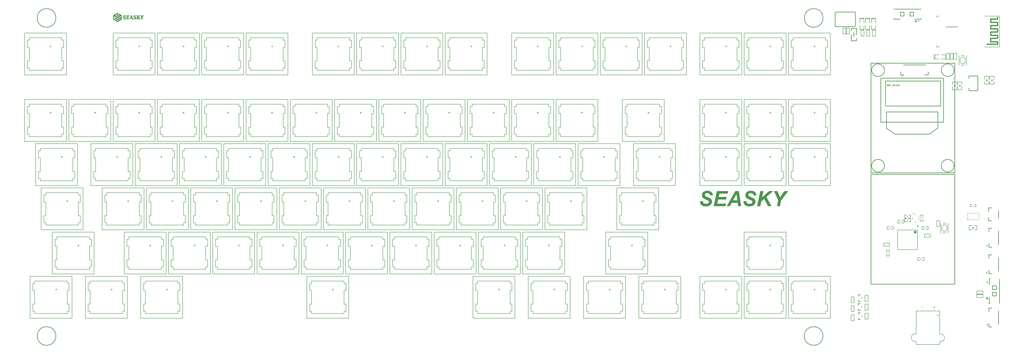
<source format=gto>
G04*
G04 #@! TF.GenerationSoftware,Altium Limited,Altium Designer,20.0.2 (26)*
G04*
G04 Layer_Color=65535*
%FSLAX25Y25*%
%MOIN*%
G70*
G01*
G75*
%ADD10C,0.00591*%
%ADD11C,0.00700*%
%ADD12C,0.01575*%
%ADD13C,0.01000*%
%ADD14C,0.00787*%
%ADD15C,0.01181*%
%ADD16C,0.02362*%
%ADD17C,0.01200*%
%ADD18C,0.00394*%
%ADD19C,0.00100*%
%ADD20C,0.00600*%
%ADD21C,0.00800*%
%ADD22C,0.02000*%
%ADD23R,0.01000X0.03000*%
G36*
X1528176Y456737D02*
X1529186D01*
Y456048D01*
X1528176D01*
Y455055D01*
X1527505D01*
Y456048D01*
X1526500D01*
Y456737D01*
X1527505D01*
Y457730D01*
X1528176D01*
Y456737D01*
D02*
G37*
G36*
X1556176Y550237D02*
X1557186D01*
Y549548D01*
X1556176D01*
Y548555D01*
X1555505D01*
Y549548D01*
X1554500D01*
Y550237D01*
X1555505D01*
Y551230D01*
X1556176D01*
Y550237D01*
D02*
G37*
G36*
X1671676Y168737D02*
X1672686D01*
Y168049D01*
X1671676D01*
Y167055D01*
X1671005D01*
Y168049D01*
X1670000D01*
Y168737D01*
X1671005D01*
Y169730D01*
X1671676D01*
Y168737D01*
D02*
G37*
G36*
Y123737D02*
X1672686D01*
Y123048D01*
X1671676D01*
Y122055D01*
X1671005D01*
Y123048D01*
X1670000D01*
Y123737D01*
X1671005D01*
Y124730D01*
X1671676D01*
Y123737D01*
D02*
G37*
G36*
X1672176Y107237D02*
X1673186D01*
Y106549D01*
X1672176D01*
Y105555D01*
X1671505D01*
Y106549D01*
X1670500D01*
Y107237D01*
X1671505D01*
Y108230D01*
X1672176D01*
Y107237D01*
D02*
G37*
G36*
Y34737D02*
X1673186D01*
Y34049D01*
X1672176D01*
Y33055D01*
X1671505D01*
Y34049D01*
X1670500D01*
Y34737D01*
X1671505D01*
Y35730D01*
X1672176D01*
Y34737D01*
D02*
G37*
G36*
X1562460Y64521D02*
X1561000D01*
X1561144Y65248D01*
X1562604D01*
X1562460Y64521D01*
D02*
G37*
G36*
X1582676Y64737D02*
X1583686D01*
Y64048D01*
X1582676D01*
Y63055D01*
X1582005D01*
Y64048D01*
X1581000D01*
Y64737D01*
X1582005D01*
Y65730D01*
X1582676D01*
Y64737D01*
D02*
G37*
G36*
X1621041Y541563D02*
X1621074Y541559D01*
X1621114Y541555D01*
X1621161Y541548D01*
X1621208Y541537D01*
X1621314Y541512D01*
X1621368Y541493D01*
X1621423Y541472D01*
X1621481Y541446D01*
X1621532Y541417D01*
X1621587Y541384D01*
X1621634Y541344D01*
X1621638Y541340D01*
X1621645Y541333D01*
X1621656Y541322D01*
X1621674Y541304D01*
X1621692Y541282D01*
X1621718Y541257D01*
X1621740Y541224D01*
X1621765Y541188D01*
X1621791Y541148D01*
X1621816Y541104D01*
X1621842Y541053D01*
X1621867Y541002D01*
X1621889Y540944D01*
X1621907Y540882D01*
X1621922Y540816D01*
X1621933Y540747D01*
X1621438Y540700D01*
Y540703D01*
X1621434Y540711D01*
Y540722D01*
X1621430Y540736D01*
X1621419Y540773D01*
X1621401Y540820D01*
X1621379Y540875D01*
X1621350Y540926D01*
X1621317Y540976D01*
X1621277Y541017D01*
X1621274Y541020D01*
X1621256Y541031D01*
X1621230Y541049D01*
X1621194Y541068D01*
X1621150Y541086D01*
X1621095Y541104D01*
X1621034Y541115D01*
X1620964Y541118D01*
X1620943D01*
X1620928Y541115D01*
X1620888Y541111D01*
X1620833Y541100D01*
X1620771Y541086D01*
X1620706Y541060D01*
X1620633Y541027D01*
X1620564Y540984D01*
X1620560D01*
X1620557Y540976D01*
X1620535Y540958D01*
X1620498Y540929D01*
X1620458Y540882D01*
X1620411Y540827D01*
X1620360Y540755D01*
X1620309Y540671D01*
X1620266Y540573D01*
Y540569D01*
X1620262Y540562D01*
X1620255Y540547D01*
X1620247Y540525D01*
X1620240Y540500D01*
X1620233Y540471D01*
X1620222Y540438D01*
X1620211Y540401D01*
X1620193Y540318D01*
X1620174Y540223D01*
X1620160Y540121D01*
X1620156Y540019D01*
Y540016D01*
Y540005D01*
Y539990D01*
X1620160Y539968D01*
Y539943D01*
X1620164Y539914D01*
X1620174Y539848D01*
X1620193Y539772D01*
X1620215Y539695D01*
X1620251Y539619D01*
X1620298Y539550D01*
X1620306Y539542D01*
X1620324Y539524D01*
X1620357Y539499D01*
X1620397Y539470D01*
X1620451Y539437D01*
X1620513Y539411D01*
X1620582Y539393D01*
X1620619Y539390D01*
X1620659Y539386D01*
X1620677D01*
X1620691Y539390D01*
X1620731Y539393D01*
X1620779Y539400D01*
X1620837Y539419D01*
X1620899Y539440D01*
X1620961Y539470D01*
X1621026Y539513D01*
X1621030D01*
X1621034Y539521D01*
X1621055Y539539D01*
X1621085Y539568D01*
X1621121Y539611D01*
X1621161Y539666D01*
X1621205Y539732D01*
X1621241Y539812D01*
X1621277Y539903D01*
X1621802Y539823D01*
Y539819D01*
X1621794Y539804D01*
X1621787Y539783D01*
X1621773Y539753D01*
X1621754Y539717D01*
X1621736Y539677D01*
X1621714Y539630D01*
X1621685Y539582D01*
X1621620Y539477D01*
X1621539Y539371D01*
X1621449Y539266D01*
X1621394Y539218D01*
X1621339Y539175D01*
X1621336Y539171D01*
X1621325Y539164D01*
X1621310Y539153D01*
X1621285Y539142D01*
X1621256Y539124D01*
X1621223Y539106D01*
X1621179Y539084D01*
X1621136Y539066D01*
X1621085Y539044D01*
X1621030Y539022D01*
X1620972Y539004D01*
X1620910Y538989D01*
X1620844Y538975D01*
X1620775Y538964D01*
X1620702Y538956D01*
X1620626Y538953D01*
X1620604D01*
X1620582Y538956D01*
X1620549D01*
X1620509Y538960D01*
X1620466Y538967D01*
X1620415Y538975D01*
X1620364Y538989D01*
X1620306Y539004D01*
X1620247Y539022D01*
X1620185Y539044D01*
X1620127Y539069D01*
X1620065Y539102D01*
X1620007Y539138D01*
X1619953Y539182D01*
X1619901Y539229D01*
X1619898Y539233D01*
X1619891Y539244D01*
X1619876Y539258D01*
X1619861Y539280D01*
X1619843Y539309D01*
X1619821Y539346D01*
X1619796Y539390D01*
X1619774Y539437D01*
X1619749Y539491D01*
X1619723Y539550D01*
X1619701Y539619D01*
X1619683Y539692D01*
X1619669Y539768D01*
X1619654Y539855D01*
X1619647Y539943D01*
X1619643Y540041D01*
Y540045D01*
Y540059D01*
Y540085D01*
X1619647Y540114D01*
Y540150D01*
X1619654Y540198D01*
X1619658Y540245D01*
X1619665Y540300D01*
X1619672Y540358D01*
X1619687Y540423D01*
X1619716Y540554D01*
X1619760Y540693D01*
X1619785Y540758D01*
X1619814Y540827D01*
X1619818Y540831D01*
X1619821Y540842D01*
X1619832Y540860D01*
X1619847Y540885D01*
X1619865Y540915D01*
X1619887Y540951D01*
X1619912Y540987D01*
X1619942Y541031D01*
X1620011Y541118D01*
X1620091Y541210D01*
X1620189Y541297D01*
X1620244Y541337D01*
X1620298Y541373D01*
X1620302Y541377D01*
X1620313Y541381D01*
X1620331Y541392D01*
X1620353Y541402D01*
X1620382Y541417D01*
X1620415Y541435D01*
X1620455Y541453D01*
X1620498Y541472D01*
X1620546Y541486D01*
X1620600Y541504D01*
X1620713Y541537D01*
X1620837Y541559D01*
X1620902Y541563D01*
X1620972Y541566D01*
X1621012D01*
X1621041Y541563D01*
D02*
G37*
G36*
X1614391D02*
X1614423Y541559D01*
X1614463Y541555D01*
X1614511Y541548D01*
X1614558Y541537D01*
X1614664Y541512D01*
X1614718Y541493D01*
X1614773Y541472D01*
X1614831Y541446D01*
X1614882Y541417D01*
X1614937Y541384D01*
X1614984Y541344D01*
X1614988Y541340D01*
X1614995Y541333D01*
X1615006Y541322D01*
X1615024Y541304D01*
X1615042Y541282D01*
X1615068Y541257D01*
X1615089Y541224D01*
X1615115Y541188D01*
X1615140Y541148D01*
X1615166Y541104D01*
X1615191Y541053D01*
X1615217Y541002D01*
X1615239Y540944D01*
X1615257Y540882D01*
X1615271Y540816D01*
X1615282Y540747D01*
X1614787Y540700D01*
Y540703D01*
X1614784Y540711D01*
Y540722D01*
X1614780Y540736D01*
X1614769Y540773D01*
X1614751Y540820D01*
X1614729Y540875D01*
X1614700Y540926D01*
X1614667Y540976D01*
X1614627Y541017D01*
X1614623Y541020D01*
X1614605Y541031D01*
X1614580Y541049D01*
X1614543Y541068D01*
X1614500Y541086D01*
X1614445Y541104D01*
X1614383Y541115D01*
X1614314Y541118D01*
X1614292D01*
X1614278Y541115D01*
X1614238Y541111D01*
X1614183Y541100D01*
X1614121Y541086D01*
X1614056Y541060D01*
X1613983Y541027D01*
X1613914Y540984D01*
X1613910D01*
X1613906Y540976D01*
X1613885Y540958D01*
X1613848Y540929D01*
X1613808Y540882D01*
X1613761Y540827D01*
X1613710Y540755D01*
X1613659Y540671D01*
X1613615Y540573D01*
Y540569D01*
X1613612Y540562D01*
X1613604Y540547D01*
X1613597Y540525D01*
X1613590Y540500D01*
X1613582Y540471D01*
X1613572Y540438D01*
X1613561Y540401D01*
X1613542Y540318D01*
X1613524Y540223D01*
X1613510Y540121D01*
X1613506Y540019D01*
Y540016D01*
Y540005D01*
Y539990D01*
X1613510Y539968D01*
Y539943D01*
X1613513Y539914D01*
X1613524Y539848D01*
X1613542Y539772D01*
X1613564Y539695D01*
X1613601Y539619D01*
X1613648Y539550D01*
X1613655Y539542D01*
X1613674Y539524D01*
X1613706Y539499D01*
X1613746Y539470D01*
X1613801Y539437D01*
X1613863Y539411D01*
X1613932Y539393D01*
X1613968Y539390D01*
X1614008Y539386D01*
X1614027D01*
X1614041Y539390D01*
X1614081Y539393D01*
X1614128Y539400D01*
X1614187Y539419D01*
X1614249Y539440D01*
X1614310Y539470D01*
X1614376Y539513D01*
X1614380D01*
X1614383Y539521D01*
X1614405Y539539D01*
X1614434Y539568D01*
X1614471Y539611D01*
X1614511Y539666D01*
X1614554Y539732D01*
X1614591Y539812D01*
X1614627Y539903D01*
X1615151Y539823D01*
Y539819D01*
X1615144Y539804D01*
X1615137Y539783D01*
X1615122Y539753D01*
X1615104Y539717D01*
X1615086Y539677D01*
X1615064Y539630D01*
X1615035Y539582D01*
X1614969Y539477D01*
X1614889Y539371D01*
X1614798Y539266D01*
X1614744Y539218D01*
X1614689Y539175D01*
X1614685Y539171D01*
X1614675Y539164D01*
X1614660Y539153D01*
X1614634Y539142D01*
X1614605Y539124D01*
X1614573Y539106D01*
X1614529Y539084D01*
X1614485Y539066D01*
X1614434Y539044D01*
X1614380Y539022D01*
X1614321Y539004D01*
X1614260Y538989D01*
X1614194Y538975D01*
X1614125Y538964D01*
X1614052Y538956D01*
X1613976Y538953D01*
X1613954D01*
X1613932Y538956D01*
X1613899D01*
X1613859Y538960D01*
X1613815Y538967D01*
X1613765Y538975D01*
X1613713Y538989D01*
X1613655Y539004D01*
X1613597Y539022D01*
X1613535Y539044D01*
X1613477Y539069D01*
X1613415Y539102D01*
X1613357Y539138D01*
X1613302Y539182D01*
X1613251Y539229D01*
X1613248Y539233D01*
X1613240Y539244D01*
X1613226Y539258D01*
X1613211Y539280D01*
X1613193Y539309D01*
X1613171Y539346D01*
X1613146Y539390D01*
X1613124Y539437D01*
X1613098Y539491D01*
X1613073Y539550D01*
X1613051Y539619D01*
X1613033Y539692D01*
X1613018Y539768D01*
X1613004Y539855D01*
X1612996Y539943D01*
X1612993Y540041D01*
Y540045D01*
Y540059D01*
Y540085D01*
X1612996Y540114D01*
Y540150D01*
X1613004Y540198D01*
X1613007Y540245D01*
X1613015Y540300D01*
X1613022Y540358D01*
X1613037Y540423D01*
X1613066Y540554D01*
X1613109Y540693D01*
X1613135Y540758D01*
X1613164Y540827D01*
X1613168Y540831D01*
X1613171Y540842D01*
X1613182Y540860D01*
X1613197Y540885D01*
X1613215Y540915D01*
X1613237Y540951D01*
X1613262Y540987D01*
X1613291Y541031D01*
X1613360Y541118D01*
X1613441Y541210D01*
X1613539Y541297D01*
X1613593Y541337D01*
X1613648Y541373D01*
X1613652Y541377D01*
X1613663Y541381D01*
X1613681Y541392D01*
X1613703Y541402D01*
X1613732Y541417D01*
X1613765Y541435D01*
X1613804Y541453D01*
X1613848Y541472D01*
X1613895Y541486D01*
X1613950Y541504D01*
X1614063Y541537D01*
X1614187Y541559D01*
X1614252Y541563D01*
X1614321Y541566D01*
X1614361D01*
X1614391Y541563D01*
D02*
G37*
G36*
X1607740D02*
X1607773Y541559D01*
X1607813Y541555D01*
X1607860Y541548D01*
X1607908Y541537D01*
X1608013Y541512D01*
X1608068Y541493D01*
X1608122Y541472D01*
X1608181Y541446D01*
X1608232Y541417D01*
X1608286Y541384D01*
X1608334Y541344D01*
X1608337Y541340D01*
X1608344Y541333D01*
X1608355Y541322D01*
X1608374Y541304D01*
X1608392Y541282D01*
X1608417Y541257D01*
X1608439Y541224D01*
X1608465Y541188D01*
X1608490Y541148D01*
X1608516Y541104D01*
X1608541Y541053D01*
X1608567Y541002D01*
X1608588Y540944D01*
X1608607Y540882D01*
X1608621Y540816D01*
X1608632Y540747D01*
X1608137Y540700D01*
Y540703D01*
X1608133Y540711D01*
Y540722D01*
X1608130Y540736D01*
X1608119Y540773D01*
X1608101Y540820D01*
X1608079Y540875D01*
X1608050Y540926D01*
X1608017Y540976D01*
X1607977Y541017D01*
X1607973Y541020D01*
X1607955Y541031D01*
X1607930Y541049D01*
X1607893Y541068D01*
X1607850Y541086D01*
X1607795Y541104D01*
X1607733Y541115D01*
X1607664Y541118D01*
X1607642D01*
X1607627Y541115D01*
X1607587Y541111D01*
X1607533Y541100D01*
X1607471Y541086D01*
X1607405Y541060D01*
X1607333Y541027D01*
X1607263Y540984D01*
X1607260D01*
X1607256Y540976D01*
X1607234Y540958D01*
X1607198Y540929D01*
X1607158Y540882D01*
X1607111Y540827D01*
X1607060Y540755D01*
X1607009Y540671D01*
X1606965Y540573D01*
Y540569D01*
X1606961Y540562D01*
X1606954Y540547D01*
X1606947Y540525D01*
X1606940Y540500D01*
X1606932Y540471D01*
X1606921Y540438D01*
X1606910Y540401D01*
X1606892Y540318D01*
X1606874Y540223D01*
X1606859Y540121D01*
X1606856Y540019D01*
Y540016D01*
Y540005D01*
Y539990D01*
X1606859Y539968D01*
Y539943D01*
X1606863Y539914D01*
X1606874Y539848D01*
X1606892Y539772D01*
X1606914Y539695D01*
X1606950Y539619D01*
X1606998Y539550D01*
X1607005Y539542D01*
X1607023Y539524D01*
X1607056Y539499D01*
X1607096Y539470D01*
X1607151Y539437D01*
X1607212Y539411D01*
X1607282Y539393D01*
X1607318Y539390D01*
X1607358Y539386D01*
X1607376D01*
X1607391Y539390D01*
X1607431Y539393D01*
X1607478Y539400D01*
X1607536Y539419D01*
X1607598Y539440D01*
X1607660Y539470D01*
X1607726Y539513D01*
X1607729D01*
X1607733Y539521D01*
X1607755Y539539D01*
X1607784Y539568D01*
X1607820Y539611D01*
X1607860Y539666D01*
X1607904Y539732D01*
X1607940Y539812D01*
X1607977Y539903D01*
X1608501Y539823D01*
Y539819D01*
X1608494Y539804D01*
X1608487Y539783D01*
X1608472Y539753D01*
X1608454Y539717D01*
X1608435Y539677D01*
X1608414Y539630D01*
X1608385Y539582D01*
X1608319Y539477D01*
X1608239Y539371D01*
X1608148Y539266D01*
X1608093Y539218D01*
X1608039Y539175D01*
X1608035Y539171D01*
X1608024Y539164D01*
X1608010Y539153D01*
X1607984Y539142D01*
X1607955Y539124D01*
X1607922Y539106D01*
X1607879Y539084D01*
X1607835Y539066D01*
X1607784Y539044D01*
X1607729Y539022D01*
X1607671Y539004D01*
X1607609Y538989D01*
X1607544Y538975D01*
X1607475Y538964D01*
X1607402Y538956D01*
X1607325Y538953D01*
X1607303D01*
X1607282Y538956D01*
X1607249D01*
X1607209Y538960D01*
X1607165Y538967D01*
X1607114Y538975D01*
X1607063Y538989D01*
X1607005Y539004D01*
X1606947Y539022D01*
X1606885Y539044D01*
X1606827Y539069D01*
X1606765Y539102D01*
X1606706Y539138D01*
X1606652Y539182D01*
X1606601Y539229D01*
X1606597Y539233D01*
X1606590Y539244D01*
X1606576Y539258D01*
X1606561Y539280D01*
X1606543Y539309D01*
X1606521Y539346D01*
X1606495Y539390D01*
X1606474Y539437D01*
X1606448Y539491D01*
X1606423Y539550D01*
X1606401Y539619D01*
X1606383Y539692D01*
X1606368Y539768D01*
X1606353Y539855D01*
X1606346Y539943D01*
X1606343Y540041D01*
Y540045D01*
Y540059D01*
Y540085D01*
X1606346Y540114D01*
Y540150D01*
X1606353Y540198D01*
X1606357Y540245D01*
X1606364Y540300D01*
X1606372Y540358D01*
X1606386Y540423D01*
X1606415Y540554D01*
X1606459Y540693D01*
X1606484Y540758D01*
X1606514Y540827D01*
X1606517Y540831D01*
X1606521Y540842D01*
X1606532Y540860D01*
X1606546Y540885D01*
X1606565Y540915D01*
X1606586Y540951D01*
X1606612Y540987D01*
X1606641Y541031D01*
X1606710Y541118D01*
X1606790Y541210D01*
X1606889Y541297D01*
X1606943Y541337D01*
X1606998Y541373D01*
X1607001Y541377D01*
X1607012Y541381D01*
X1607030Y541392D01*
X1607052Y541402D01*
X1607081Y541417D01*
X1607114Y541435D01*
X1607154Y541453D01*
X1607198Y541472D01*
X1607245Y541486D01*
X1607300Y541504D01*
X1607413Y541537D01*
X1607536Y541559D01*
X1607602Y541563D01*
X1607671Y541566D01*
X1607711D01*
X1607740Y541563D01*
D02*
G37*
G36*
X1616990Y539990D02*
Y539983D01*
X1616982Y539965D01*
X1616975Y539932D01*
X1616968Y539892D01*
X1616953Y539841D01*
X1616939Y539786D01*
X1616920Y539724D01*
X1616899Y539659D01*
X1616851Y539521D01*
X1616793Y539386D01*
X1616764Y539324D01*
X1616727Y539266D01*
X1616691Y539211D01*
X1616655Y539167D01*
X1616651Y539164D01*
X1616644Y539156D01*
X1616633Y539149D01*
X1616615Y539135D01*
X1616593Y539116D01*
X1616567Y539098D01*
X1616534Y539080D01*
X1616498Y539062D01*
X1616458Y539040D01*
X1616411Y539022D01*
X1616360Y539004D01*
X1616302Y538985D01*
X1616240Y538971D01*
X1616171Y538964D01*
X1616098Y538956D01*
X1616021Y538953D01*
X1615989D01*
X1615963Y538956D01*
X1615934D01*
X1615898Y538960D01*
X1615861Y538967D01*
X1615817Y538975D01*
X1615730Y538993D01*
X1615639Y539022D01*
X1615555Y539062D01*
X1615515Y539087D01*
X1615479Y539116D01*
X1615475Y539120D01*
X1615472Y539124D01*
X1615464Y539135D01*
X1615450Y539146D01*
X1615439Y539164D01*
X1615424Y539186D01*
X1615392Y539237D01*
X1615359Y539302D01*
X1615330Y539379D01*
X1615308Y539470D01*
X1615304Y539521D01*
X1615301Y539572D01*
Y539575D01*
Y539582D01*
Y539593D01*
Y539611D01*
X1615304Y539652D01*
X1615308Y539703D01*
X1615785Y539757D01*
Y539753D01*
Y539746D01*
X1615781Y539732D01*
Y539713D01*
X1615777Y539670D01*
Y539630D01*
Y539626D01*
Y539611D01*
X1615781Y539590D01*
X1615785Y539561D01*
X1615792Y539531D01*
X1615807Y539502D01*
X1615821Y539473D01*
X1615843Y539448D01*
X1615847Y539444D01*
X1615858Y539437D01*
X1615872Y539430D01*
X1615898Y539419D01*
X1615927Y539404D01*
X1615963Y539397D01*
X1616007Y539390D01*
X1616058Y539386D01*
X1616076D01*
X1616090Y539390D01*
X1616123Y539393D01*
X1616167Y539400D01*
X1616214Y539415D01*
X1616258Y539437D01*
X1616302Y539462D01*
X1616338Y539502D01*
X1616342Y539506D01*
X1616349Y539524D01*
X1616352Y539535D01*
X1616360Y539553D01*
X1616371Y539575D01*
X1616378Y539601D01*
X1616389Y539630D01*
X1616400Y539666D01*
X1616411Y539706D01*
X1616425Y539753D01*
X1616436Y539808D01*
X1616451Y539866D01*
X1616469Y539935D01*
X1616484Y540008D01*
X1616800Y541519D01*
X1617310D01*
X1616990Y539990D01*
D02*
G37*
G36*
X1610339D02*
Y539983D01*
X1610332Y539965D01*
X1610325Y539932D01*
X1610317Y539892D01*
X1610303Y539841D01*
X1610288Y539786D01*
X1610270Y539724D01*
X1610248Y539659D01*
X1610201Y539521D01*
X1610143Y539386D01*
X1610114Y539324D01*
X1610077Y539266D01*
X1610041Y539211D01*
X1610004Y539167D01*
X1610001Y539164D01*
X1609993Y539156D01*
X1609982Y539149D01*
X1609964Y539135D01*
X1609942Y539116D01*
X1609917Y539098D01*
X1609884Y539080D01*
X1609848Y539062D01*
X1609808Y539040D01*
X1609760Y539022D01*
X1609710Y539004D01*
X1609651Y538985D01*
X1609589Y538971D01*
X1609520Y538964D01*
X1609447Y538956D01*
X1609371Y538953D01*
X1609338D01*
X1609313Y538956D01*
X1609284D01*
X1609247Y538960D01*
X1609211Y538967D01*
X1609167Y538975D01*
X1609080Y538993D01*
X1608989Y539022D01*
X1608905Y539062D01*
X1608865Y539087D01*
X1608829Y539116D01*
X1608825Y539120D01*
X1608821Y539124D01*
X1608814Y539135D01*
X1608800Y539146D01*
X1608789Y539164D01*
X1608774Y539186D01*
X1608741Y539237D01*
X1608709Y539302D01*
X1608679Y539379D01*
X1608658Y539470D01*
X1608654Y539521D01*
X1608650Y539572D01*
Y539575D01*
Y539582D01*
Y539593D01*
Y539611D01*
X1608654Y539652D01*
X1608658Y539703D01*
X1609134Y539757D01*
Y539753D01*
Y539746D01*
X1609131Y539732D01*
Y539713D01*
X1609127Y539670D01*
Y539630D01*
Y539626D01*
Y539611D01*
X1609131Y539590D01*
X1609134Y539561D01*
X1609142Y539531D01*
X1609156Y539502D01*
X1609171Y539473D01*
X1609193Y539448D01*
X1609196Y539444D01*
X1609207Y539437D01*
X1609222Y539430D01*
X1609247Y539419D01*
X1609276Y539404D01*
X1609313Y539397D01*
X1609356Y539390D01*
X1609407Y539386D01*
X1609426D01*
X1609440Y539390D01*
X1609473Y539393D01*
X1609517Y539400D01*
X1609564Y539415D01*
X1609608Y539437D01*
X1609651Y539462D01*
X1609688Y539502D01*
X1609691Y539506D01*
X1609699Y539524D01*
X1609702Y539535D01*
X1609710Y539553D01*
X1609720Y539575D01*
X1609728Y539601D01*
X1609739Y539630D01*
X1609750Y539666D01*
X1609760Y539706D01*
X1609775Y539753D01*
X1609786Y539808D01*
X1609801Y539866D01*
X1609819Y539935D01*
X1609833Y540008D01*
X1610150Y541519D01*
X1610660D01*
X1610339Y539990D01*
D02*
G37*
G36*
X1603689D02*
Y539983D01*
X1603682Y539965D01*
X1603674Y539932D01*
X1603667Y539892D01*
X1603653Y539841D01*
X1603638Y539786D01*
X1603620Y539724D01*
X1603598Y539659D01*
X1603551Y539521D01*
X1603492Y539386D01*
X1603463Y539324D01*
X1603427Y539266D01*
X1603391Y539211D01*
X1603354Y539167D01*
X1603350Y539164D01*
X1603343Y539156D01*
X1603332Y539149D01*
X1603314Y539135D01*
X1603292Y539116D01*
X1603267Y539098D01*
X1603234Y539080D01*
X1603198Y539062D01*
X1603157Y539040D01*
X1603110Y539022D01*
X1603059Y539004D01*
X1603001Y538985D01*
X1602939Y538971D01*
X1602870Y538964D01*
X1602797Y538956D01*
X1602721Y538953D01*
X1602688D01*
X1602662Y538956D01*
X1602633D01*
X1602597Y538960D01*
X1602561Y538967D01*
X1602517Y538975D01*
X1602430Y538993D01*
X1602338Y539022D01*
X1602255Y539062D01*
X1602215Y539087D01*
X1602178Y539116D01*
X1602175Y539120D01*
X1602171Y539124D01*
X1602164Y539135D01*
X1602149Y539146D01*
X1602138Y539164D01*
X1602124Y539186D01*
X1602091Y539237D01*
X1602058Y539302D01*
X1602029Y539379D01*
X1602007Y539470D01*
X1602004Y539521D01*
X1602000Y539572D01*
Y539575D01*
Y539582D01*
Y539593D01*
Y539611D01*
X1602004Y539652D01*
X1602007Y539703D01*
X1602484Y539757D01*
Y539753D01*
Y539746D01*
X1602481Y539732D01*
Y539713D01*
X1602477Y539670D01*
Y539630D01*
Y539626D01*
Y539611D01*
X1602481Y539590D01*
X1602484Y539561D01*
X1602491Y539531D01*
X1602506Y539502D01*
X1602521Y539473D01*
X1602542Y539448D01*
X1602546Y539444D01*
X1602557Y539437D01*
X1602571Y539430D01*
X1602597Y539419D01*
X1602626Y539404D01*
X1602662Y539397D01*
X1602706Y539390D01*
X1602757Y539386D01*
X1602775D01*
X1602790Y539390D01*
X1602823Y539393D01*
X1602866Y539400D01*
X1602914Y539415D01*
X1602957Y539437D01*
X1603001Y539462D01*
X1603037Y539502D01*
X1603041Y539506D01*
X1603048Y539524D01*
X1603052Y539535D01*
X1603059Y539553D01*
X1603070Y539575D01*
X1603077Y539601D01*
X1603088Y539630D01*
X1603099Y539666D01*
X1603110Y539706D01*
X1603125Y539753D01*
X1603136Y539808D01*
X1603150Y539866D01*
X1603168Y539935D01*
X1603183Y540008D01*
X1603500Y541519D01*
X1604009D01*
X1603689Y539990D01*
D02*
G37*
G36*
X1617918Y539422D02*
X1619206D01*
X1619119Y539000D01*
X1617314D01*
X1617841Y541519D01*
X1618358D01*
X1617918Y539422D01*
D02*
G37*
G36*
X1611267D02*
X1612556D01*
X1612469Y539000D01*
X1610663D01*
X1611191Y541519D01*
X1611708D01*
X1611267Y539422D01*
D02*
G37*
G36*
X1604617D02*
X1605906D01*
X1605818Y539000D01*
X1604013D01*
X1604541Y541519D01*
X1605058D01*
X1604617Y539422D01*
D02*
G37*
G36*
X1272150Y262069D02*
X1272521Y262032D01*
X1272965Y261995D01*
X1273446Y261921D01*
X1273965Y261847D01*
X1275113Y261588D01*
X1275705Y261403D01*
X1276260Y261217D01*
X1276853Y260958D01*
X1277409Y260662D01*
X1277927Y260329D01*
X1278408Y259958D01*
X1278445Y259921D01*
X1278519Y259847D01*
X1278631Y259736D01*
X1278816Y259588D01*
X1279001Y259366D01*
X1279223Y259107D01*
X1279445Y258810D01*
X1279667Y258477D01*
X1279926Y258070D01*
X1280186Y257663D01*
X1280408Y257181D01*
X1280630Y256700D01*
X1280815Y256144D01*
X1280963Y255589D01*
X1281074Y254959D01*
X1281149Y254330D01*
X1276112Y254108D01*
Y254145D01*
Y254182D01*
X1276075Y254404D01*
X1275964Y254737D01*
X1275853Y255145D01*
X1275668Y255589D01*
X1275446Y256070D01*
X1275150Y256515D01*
X1274742Y256922D01*
X1274705Y256959D01*
X1274520Y257070D01*
X1274261Y257255D01*
X1273891Y257440D01*
X1273446Y257589D01*
X1272854Y257774D01*
X1272150Y257885D01*
X1271373Y257922D01*
X1271002Y257922D01*
X1270632Y257885D01*
X1270151Y257811D01*
X1269669Y257737D01*
X1269151Y257589D01*
X1268669Y257403D01*
X1268262Y257144D01*
X1268225Y257107D01*
X1268114Y256996D01*
X1267966Y256848D01*
X1267818Y256626D01*
X1267632Y256329D01*
X1267484Y255996D01*
X1267373Y255589D01*
X1267336Y255182D01*
Y255145D01*
Y254996D01*
X1267373Y254811D01*
X1267447Y254552D01*
X1267558Y254256D01*
X1267707Y253960D01*
X1267892Y253663D01*
X1268188Y253367D01*
X1268225Y253330D01*
X1268373Y253219D01*
X1268595Y253071D01*
X1268966Y252849D01*
X1269225Y252700D01*
X1269484Y252552D01*
X1269780Y252367D01*
X1270151Y252182D01*
X1270521Y251997D01*
X1270965Y251775D01*
X1271447Y251553D01*
X1271965Y251330D01*
X1272002Y251293D01*
X1272150Y251256D01*
X1272372Y251145D01*
X1272669Y251034D01*
X1273039Y250849D01*
X1273446Y250664D01*
X1274335Y250219D01*
X1275298Y249738D01*
X1276223Y249220D01*
X1276668Y248960D01*
X1277038Y248701D01*
X1277371Y248442D01*
X1277631Y248220D01*
X1277668Y248183D01*
X1277705Y248146D01*
X1277816Y248035D01*
X1277927Y247924D01*
X1278223Y247516D01*
X1278556Y246998D01*
X1278890Y246368D01*
X1279149Y245591D01*
X1279371Y244702D01*
X1279408Y244258D01*
X1279445Y243739D01*
Y243702D01*
Y243591D01*
Y243406D01*
X1279408Y243184D01*
X1279371Y242888D01*
X1279297Y242517D01*
X1279223Y242147D01*
X1279112Y241740D01*
X1278964Y241295D01*
X1278779Y240814D01*
X1278556Y240333D01*
X1278297Y239851D01*
X1278001Y239370D01*
X1277631Y238851D01*
X1277223Y238407D01*
X1276742Y237926D01*
X1276705Y237889D01*
X1276631Y237814D01*
X1276446Y237703D01*
X1276260Y237555D01*
X1275964Y237370D01*
X1275631Y237148D01*
X1275261Y236963D01*
X1274779Y236741D01*
X1274298Y236481D01*
X1273742Y236296D01*
X1273113Y236074D01*
X1272446Y235889D01*
X1271743Y235741D01*
X1270965Y235630D01*
X1270151Y235556D01*
X1269262Y235519D01*
X1268706D01*
X1268410Y235556D01*
X1268077Y235593D01*
X1267707D01*
X1267299Y235667D01*
X1266411Y235778D01*
X1265448Y235963D01*
X1264448Y236222D01*
X1263522Y236593D01*
X1263485D01*
X1263411Y236630D01*
X1263300Y236704D01*
X1263115Y236815D01*
X1262708Y237037D01*
X1262189Y237407D01*
X1261634Y237814D01*
X1261078Y238370D01*
X1260560Y238962D01*
X1260116Y239666D01*
Y239703D01*
X1260078Y239740D01*
X1260041Y239851D01*
X1259967Y240036D01*
X1259893Y240221D01*
X1259819Y240444D01*
X1259634Y240999D01*
X1259449Y241666D01*
X1259301Y242443D01*
X1259227Y243295D01*
X1259190Y244221D01*
X1264226Y244517D01*
Y244480D01*
Y244406D01*
Y244295D01*
X1264263Y244147D01*
X1264300Y243702D01*
X1264374Y243221D01*
X1264448Y242665D01*
X1264596Y242110D01*
X1264781Y241629D01*
X1265040Y241258D01*
X1265114Y241184D01*
X1265263Y241036D01*
X1265559Y240851D01*
X1266003Y240592D01*
X1266262Y240481D01*
X1266596Y240333D01*
X1266929Y240221D01*
X1267336Y240147D01*
X1267744Y240036D01*
X1268225Y239999D01*
X1268743Y239925D01*
X1269706D01*
X1269928Y239962D01*
X1270188D01*
X1270743Y240036D01*
X1271336Y240147D01*
X1271965Y240333D01*
X1272558Y240555D01*
X1273039Y240851D01*
X1273076Y240888D01*
X1273224Y240999D01*
X1273409Y241221D01*
X1273631Y241480D01*
X1273854Y241814D01*
X1274039Y242184D01*
X1274187Y242591D01*
X1274224Y243073D01*
Y243110D01*
Y243258D01*
X1274187Y243480D01*
X1274113Y243739D01*
X1274002Y244036D01*
X1273816Y244369D01*
X1273594Y244702D01*
X1273261Y244998D01*
X1273224Y245035D01*
X1273113Y245109D01*
X1272891Y245257D01*
X1272558Y245443D01*
X1272335Y245591D01*
X1272076Y245739D01*
X1271780Y245887D01*
X1271447Y246035D01*
X1271039Y246220D01*
X1270632Y246443D01*
X1270114Y246665D01*
X1269595Y246887D01*
X1269558D01*
X1269447Y246961D01*
X1269299Y246998D01*
X1269114Y247109D01*
X1268855Y247220D01*
X1268558Y247331D01*
X1267929Y247627D01*
X1267225Y247998D01*
X1266485Y248331D01*
X1265818Y248701D01*
X1265485Y248886D01*
X1265226Y249035D01*
X1265152Y249072D01*
X1265003Y249183D01*
X1264744Y249405D01*
X1264448Y249664D01*
X1264115Y249960D01*
X1263744Y250368D01*
X1263411Y250812D01*
X1263078Y251293D01*
X1263041Y251367D01*
X1262967Y251553D01*
X1262819Y251849D01*
X1262708Y252219D01*
X1262559Y252700D01*
X1262411Y253256D01*
X1262337Y253886D01*
X1262300Y254552D01*
Y254589D01*
Y254700D01*
Y254885D01*
X1262337Y255107D01*
X1262374Y255367D01*
X1262411Y255700D01*
X1262485Y256070D01*
X1262597Y256441D01*
X1262856Y257292D01*
X1263078Y257737D01*
X1263300Y258218D01*
X1263559Y258662D01*
X1263855Y259107D01*
X1264226Y259551D01*
X1264633Y259958D01*
X1264670Y259995D01*
X1264744Y260069D01*
X1264892Y260144D01*
X1265077Y260292D01*
X1265300Y260440D01*
X1265596Y260625D01*
X1265966Y260847D01*
X1266374Y261032D01*
X1266818Y261217D01*
X1267299Y261440D01*
X1267855Y261625D01*
X1268484Y261773D01*
X1269151Y261921D01*
X1269854Y262032D01*
X1270595Y262069D01*
X1271410Y262106D01*
X1271854D01*
X1272150Y262069D01*
D02*
G37*
G36*
X1198535Y262069D02*
X1198905Y262032D01*
X1199349Y261995D01*
X1199831Y261921D01*
X1200349Y261847D01*
X1201497Y261588D01*
X1202089Y261403D01*
X1202645Y261217D01*
X1203237Y260958D01*
X1203793Y260662D01*
X1204311Y260329D01*
X1204793Y259958D01*
X1204830Y259921D01*
X1204904Y259847D01*
X1205015Y259736D01*
X1205200Y259588D01*
X1205385Y259366D01*
X1205607Y259107D01*
X1205830Y258810D01*
X1206052Y258477D01*
X1206311Y258070D01*
X1206570Y257663D01*
X1206792Y257181D01*
X1207014Y256700D01*
X1207200Y256144D01*
X1207348Y255589D01*
X1207459Y254959D01*
X1207533Y254330D01*
X1202497Y254108D01*
Y254145D01*
Y254182D01*
X1202460Y254404D01*
X1202349Y254737D01*
X1202238Y255145D01*
X1202052Y255589D01*
X1201830Y256070D01*
X1201534Y256515D01*
X1201127Y256922D01*
X1201090Y256959D01*
X1200904Y257070D01*
X1200645Y257255D01*
X1200275Y257440D01*
X1199831Y257589D01*
X1199238Y257774D01*
X1198535Y257885D01*
X1197757Y257922D01*
X1197387D01*
X1197016Y257885D01*
X1196535Y257811D01*
X1196054Y257737D01*
X1195535Y257589D01*
X1195054Y257403D01*
X1194646Y257144D01*
X1194609Y257107D01*
X1194498Y256996D01*
X1194350Y256848D01*
X1194202Y256626D01*
X1194017Y256329D01*
X1193869Y255996D01*
X1193758Y255589D01*
X1193721Y255182D01*
Y255145D01*
Y254996D01*
X1193758Y254811D01*
X1193832Y254552D01*
X1193943Y254256D01*
X1194091Y253959D01*
X1194276Y253663D01*
X1194572Y253367D01*
X1194609Y253330D01*
X1194757Y253219D01*
X1194980Y253071D01*
X1195350Y252849D01*
X1195609Y252700D01*
X1195868Y252552D01*
X1196165Y252367D01*
X1196535Y252182D01*
X1196905Y251997D01*
X1197350Y251775D01*
X1197831Y251553D01*
X1198349Y251330D01*
X1198386Y251293D01*
X1198535Y251256D01*
X1198757Y251145D01*
X1199053Y251034D01*
X1199423Y250849D01*
X1199831Y250664D01*
X1200719Y250219D01*
X1201682Y249738D01*
X1202608Y249220D01*
X1203052Y248960D01*
X1203423Y248701D01*
X1203756Y248442D01*
X1204015Y248220D01*
X1204052Y248183D01*
X1204089Y248146D01*
X1204200Y248035D01*
X1204311Y247924D01*
X1204607Y247516D01*
X1204941Y246998D01*
X1205274Y246368D01*
X1205533Y245591D01*
X1205755Y244702D01*
X1205792Y244258D01*
X1205830Y243739D01*
Y243702D01*
Y243591D01*
Y243406D01*
X1205792Y243184D01*
X1205755Y242888D01*
X1205681Y242517D01*
X1205607Y242147D01*
X1205496Y241740D01*
X1205348Y241295D01*
X1205163Y240814D01*
X1204941Y240333D01*
X1204681Y239851D01*
X1204385Y239370D01*
X1204015Y238851D01*
X1203608Y238407D01*
X1203126Y237926D01*
X1203089Y237889D01*
X1203015Y237814D01*
X1202830Y237703D01*
X1202645Y237555D01*
X1202349Y237370D01*
X1202015Y237148D01*
X1201645Y236963D01*
X1201164Y236741D01*
X1200682Y236481D01*
X1200127Y236296D01*
X1199497Y236074D01*
X1198831Y235889D01*
X1198127Y235741D01*
X1197350Y235630D01*
X1196535Y235556D01*
X1195646Y235519D01*
X1195091D01*
X1194794Y235556D01*
X1194461Y235593D01*
X1194091D01*
X1193684Y235667D01*
X1192795Y235778D01*
X1191832Y235963D01*
X1190832Y236222D01*
X1189907Y236593D01*
X1189869D01*
X1189795Y236630D01*
X1189684Y236704D01*
X1189499Y236815D01*
X1189092Y237037D01*
X1188573Y237407D01*
X1188018Y237814D01*
X1187463Y238370D01*
X1186944Y238962D01*
X1186500Y239666D01*
Y239703D01*
X1186463Y239740D01*
X1186426Y239851D01*
X1186352Y240036D01*
X1186278Y240221D01*
X1186204Y240444D01*
X1186018Y240999D01*
X1185833Y241666D01*
X1185685Y242443D01*
X1185611Y243295D01*
X1185574Y244221D01*
X1190610Y244517D01*
Y244480D01*
Y244406D01*
Y244295D01*
X1190647Y244147D01*
X1190684Y243702D01*
X1190758Y243221D01*
X1190832Y242665D01*
X1190980Y242110D01*
X1191166Y241629D01*
X1191425Y241258D01*
X1191499Y241184D01*
X1191647Y241036D01*
X1191943Y240851D01*
X1192388Y240592D01*
X1192647Y240481D01*
X1192980Y240333D01*
X1193313Y240221D01*
X1193721Y240147D01*
X1194128Y240036D01*
X1194609Y239999D01*
X1195128Y239925D01*
X1196091D01*
X1196313Y239962D01*
X1196572D01*
X1197127Y240036D01*
X1197720Y240147D01*
X1198349Y240333D01*
X1198942Y240555D01*
X1199423Y240851D01*
X1199460Y240888D01*
X1199608Y240999D01*
X1199794Y241221D01*
X1200016Y241480D01*
X1200238Y241814D01*
X1200423Y242184D01*
X1200571Y242591D01*
X1200608Y243073D01*
Y243110D01*
Y243258D01*
X1200571Y243480D01*
X1200497Y243739D01*
X1200386Y244036D01*
X1200201Y244369D01*
X1199979Y244702D01*
X1199646Y244998D01*
X1199608Y245035D01*
X1199497Y245109D01*
X1199275Y245257D01*
X1198942Y245443D01*
X1198720Y245591D01*
X1198460Y245739D01*
X1198164Y245887D01*
X1197831Y246035D01*
X1197424Y246220D01*
X1197016Y246443D01*
X1196498Y246665D01*
X1195979Y246887D01*
X1195942D01*
X1195831Y246961D01*
X1195683Y246998D01*
X1195498Y247109D01*
X1195239Y247220D01*
X1194943Y247331D01*
X1194313Y247627D01*
X1193610Y247998D01*
X1192869Y248331D01*
X1192202Y248701D01*
X1191869Y248886D01*
X1191610Y249035D01*
X1191536Y249072D01*
X1191388Y249183D01*
X1191129Y249405D01*
X1190832Y249664D01*
X1190499Y249960D01*
X1190129Y250368D01*
X1189795Y250812D01*
X1189462Y251293D01*
X1189425Y251367D01*
X1189351Y251553D01*
X1189203Y251849D01*
X1189092Y252219D01*
X1188944Y252700D01*
X1188796Y253256D01*
X1188722Y253886D01*
X1188685Y254552D01*
Y254589D01*
Y254700D01*
Y254885D01*
X1188722Y255107D01*
X1188759Y255367D01*
X1188796Y255700D01*
X1188870Y256070D01*
X1188981Y256441D01*
X1189240Y257292D01*
X1189462Y257737D01*
X1189684Y258218D01*
X1189944Y258662D01*
X1190240Y259107D01*
X1190610Y259551D01*
X1191018Y259958D01*
X1191055Y259995D01*
X1191129Y260069D01*
X1191277Y260144D01*
X1191462Y260292D01*
X1191684Y260440D01*
X1191980Y260625D01*
X1192350Y260847D01*
X1192758Y261032D01*
X1193202Y261217D01*
X1193684Y261440D01*
X1194239Y261625D01*
X1194869Y261773D01*
X1195535Y261921D01*
X1196239Y262032D01*
X1196979Y262069D01*
X1197794Y262106D01*
X1198238D01*
X1198535Y262069D01*
D02*
G37*
G36*
X1297960Y251553D02*
X1306403Y236000D01*
X1300441D01*
X1294109Y248183D01*
X1289110Y243776D01*
X1287444Y236000D01*
X1282222D01*
X1287592Y261625D01*
X1292850D01*
X1290554Y250701D01*
X1302404Y261625D01*
X1309476D01*
X1297960Y251553D01*
D02*
G37*
G36*
X1322992Y245480D02*
X1320993Y236000D01*
X1315771D01*
X1317845Y245998D01*
X1310773Y261625D01*
X1316401D01*
X1319586Y254404D01*
Y254367D01*
X1319623Y254293D01*
X1319697Y254145D01*
X1319771Y253997D01*
X1319845Y253774D01*
X1319956Y253515D01*
X1320178Y252960D01*
X1320437Y252367D01*
X1320697Y251738D01*
X1320919Y251145D01*
X1321104Y250664D01*
X1321141Y250701D01*
X1321215Y250849D01*
X1321363Y251071D01*
X1321511Y251367D01*
X1321733Y251738D01*
X1321993Y252145D01*
X1322585Y253034D01*
X1325029Y256441D01*
X1328621Y261625D01*
X1334768D01*
X1322992Y245480D01*
D02*
G37*
G36*
X1255190Y236000D02*
X1250191D01*
X1249340Y241666D01*
X1239194D01*
X1236120Y236000D01*
X1230714D01*
X1245118Y261625D01*
X1251080D01*
X1255190Y236000D01*
D02*
G37*
G36*
X1232158Y257329D02*
X1218420D01*
X1217161Y251553D01*
X1230454D01*
X1229566Y247257D01*
X1216198D01*
X1214680Y240296D01*
X1229603D01*
X1228677Y236000D01*
X1208681Y236000D01*
X1214050Y261625D01*
X1233047Y261625D01*
X1232158Y257329D01*
D02*
G37*
G36*
X1507593Y441163D02*
X1508693Y439500D01*
X1507917D01*
X1507210Y440581D01*
X1506498Y439500D01*
X1505722D01*
X1506826Y441163D01*
X1505824Y442697D01*
X1506577D01*
X1507210Y441741D01*
X1507843Y442697D01*
X1508596D01*
X1507593Y441163D01*
D02*
G37*
G36*
X1505394Y439500D02*
X1504798D01*
X1504794Y442013D01*
X1504165Y439500D01*
X1503542D01*
X1502913Y442013D01*
Y439500D01*
X1502317D01*
Y442697D01*
X1503283D01*
X1503856Y440512D01*
X1504424Y442697D01*
X1505394D01*
Y439500D01*
D02*
G37*
G36*
X1522012Y442692D02*
X1522100Y442688D01*
X1522197Y442683D01*
X1522299Y442669D01*
X1522396Y442656D01*
X1522484Y442632D01*
X1522488D01*
X1522497Y442628D01*
X1522511Y442623D01*
X1522530Y442619D01*
X1522585Y442595D01*
X1522650Y442563D01*
X1522724Y442521D01*
X1522807Y442471D01*
X1522886Y442411D01*
X1522964Y442337D01*
X1522969D01*
X1522973Y442327D01*
X1522997Y442300D01*
X1523033Y442253D01*
X1523075Y442194D01*
X1523126Y442120D01*
X1523177Y442032D01*
X1523227Y441930D01*
X1523269Y441819D01*
Y441815D01*
X1523274Y441805D01*
X1523278Y441787D01*
X1523287Y441764D01*
X1523292Y441736D01*
X1523301Y441699D01*
X1523311Y441657D01*
X1523324Y441611D01*
X1523334Y441561D01*
X1523343Y441501D01*
X1523352Y441440D01*
X1523357Y441371D01*
X1523371Y441228D01*
X1523375Y441066D01*
Y441062D01*
Y441048D01*
Y441029D01*
Y441002D01*
X1523371Y440965D01*
Y440928D01*
X1523366Y440881D01*
X1523361Y440831D01*
X1523352Y440724D01*
X1523334Y440613D01*
X1523306Y440498D01*
X1523274Y440387D01*
Y440382D01*
X1523269Y440373D01*
X1523260Y440355D01*
X1523250Y440327D01*
X1523241Y440299D01*
X1523223Y440267D01*
X1523186Y440184D01*
X1523140Y440096D01*
X1523080Y439999D01*
X1523010Y439907D01*
X1522932Y439819D01*
X1522923Y439810D01*
X1522899Y439791D01*
X1522863Y439763D01*
X1522812Y439726D01*
X1522747Y439685D01*
X1522673Y439643D01*
X1522581Y439602D01*
X1522479Y439565D01*
X1522474D01*
X1522470Y439560D01*
X1522456D01*
X1522442Y439555D01*
X1522391Y439546D01*
X1522326Y439532D01*
X1522248Y439518D01*
X1522151Y439509D01*
X1522036Y439505D01*
X1521911Y439500D01*
X1520700D01*
Y442697D01*
X1521975D01*
X1522012Y442692D01*
D02*
G37*
G36*
X1520090Y442157D02*
X1518367D01*
Y441450D01*
X1519970D01*
Y440909D01*
X1518367D01*
Y440040D01*
X1520150D01*
Y439500D01*
X1517720D01*
Y442697D01*
X1520090D01*
Y442157D01*
D02*
G37*
G36*
X1515651Y440040D02*
X1517258D01*
Y439500D01*
X1515004D01*
Y442674D01*
X1515651D01*
Y440040D01*
D02*
G37*
G36*
X1512994Y442753D02*
X1513040D01*
X1513100Y442743D01*
X1513170Y442734D01*
X1513248Y442720D01*
X1513331Y442702D01*
X1513419Y442679D01*
X1513512Y442651D01*
X1513604Y442614D01*
X1513701Y442572D01*
X1513793Y442521D01*
X1513886Y442461D01*
X1513974Y442392D01*
X1514057Y442314D01*
X1514061Y442309D01*
X1514075Y442295D01*
X1514098Y442267D01*
X1514121Y442235D01*
X1514154Y442189D01*
X1514191Y442133D01*
X1514228Y442069D01*
X1514269Y441995D01*
X1514311Y441916D01*
X1514348Y441824D01*
X1514385Y441722D01*
X1514417Y441616D01*
X1514445Y441496D01*
X1514463Y441371D01*
X1514477Y441237D01*
X1514482Y441094D01*
Y441085D01*
Y441062D01*
X1514477Y441020D01*
Y440965D01*
X1514468Y440900D01*
X1514459Y440826D01*
X1514445Y440738D01*
X1514431Y440650D01*
X1514408Y440553D01*
X1514380Y440452D01*
X1514343Y440350D01*
X1514302Y440248D01*
X1514255Y440151D01*
X1514195Y440054D01*
X1514131Y439962D01*
X1514057Y439874D01*
X1514052Y439870D01*
X1514038Y439856D01*
X1514015Y439833D01*
X1513978Y439805D01*
X1513937Y439773D01*
X1513886Y439736D01*
X1513826Y439699D01*
X1513761Y439657D01*
X1513682Y439615D01*
X1513599Y439578D01*
X1513507Y439542D01*
X1513405Y439509D01*
X1513299Y439481D01*
X1513184Y439458D01*
X1513064Y439445D01*
X1512934Y439440D01*
X1512902D01*
X1512865Y439445D01*
X1512819Y439449D01*
X1512759Y439454D01*
X1512689Y439463D01*
X1512611Y439477D01*
X1512527Y439495D01*
X1512435Y439518D01*
X1512347Y439546D01*
X1512250Y439583D01*
X1512158Y439625D01*
X1512061Y439671D01*
X1511973Y439731D01*
X1511885Y439796D01*
X1511802Y439874D01*
X1511798Y439879D01*
X1511784Y439893D01*
X1511765Y439920D01*
X1511738Y439953D01*
X1511705Y439999D01*
X1511668Y440054D01*
X1511631Y440114D01*
X1511594Y440188D01*
X1511553Y440267D01*
X1511516Y440359D01*
X1511479Y440456D01*
X1511446Y440563D01*
X1511419Y440678D01*
X1511400Y440803D01*
X1511386Y440937D01*
X1511382Y441075D01*
Y441080D01*
Y441098D01*
Y441122D01*
X1511386Y441159D01*
Y441200D01*
X1511391Y441246D01*
X1511396Y441302D01*
X1511400Y441362D01*
X1511419Y441491D01*
X1511442Y441630D01*
X1511479Y441768D01*
X1511525Y441898D01*
Y441902D01*
X1511530Y441907D01*
X1511539Y441921D01*
X1511543Y441939D01*
X1511571Y441986D01*
X1511604Y442046D01*
X1511645Y442115D01*
X1511696Y442184D01*
X1511756Y442263D01*
X1511821Y442337D01*
X1511825Y442341D01*
X1511830Y442346D01*
X1511853Y442369D01*
X1511895Y442406D01*
X1511945Y442448D01*
X1512006Y442494D01*
X1512075Y442545D01*
X1512153Y442591D01*
X1512236Y442628D01*
X1512241D01*
X1512250Y442632D01*
X1512269Y442642D01*
X1512292Y442646D01*
X1512320Y442660D01*
X1512352Y442669D01*
X1512393Y442679D01*
X1512435Y442692D01*
X1512537Y442716D01*
X1512652Y442739D01*
X1512786Y442753D01*
X1512925Y442757D01*
X1512957D01*
X1512994Y442753D01*
D02*
G37*
G36*
X1511211Y438618D02*
X1508661D01*
Y439015D01*
X1511211D01*
Y438618D01*
D02*
G37*
G36*
X1588553Y51047D02*
X1589394D01*
Y50474D01*
X1588553D01*
Y49647D01*
X1587994D01*
Y50474D01*
X1587158D01*
Y51047D01*
X1587994D01*
Y51874D01*
X1588553D01*
Y51047D01*
D02*
G37*
%LPC*%
G36*
X1247192Y256255D02*
X1241563Y245961D01*
X1248710D01*
X1247192Y256255D01*
D02*
G37*
G36*
X1521768Y442157D02*
X1521347D01*
Y440040D01*
X1521915D01*
X1521975Y440045D01*
X1522040D01*
X1522105Y440054D01*
X1522165Y440059D01*
X1522216Y440068D01*
X1522225D01*
X1522243Y440077D01*
X1522271Y440087D01*
X1522308Y440101D01*
X1522350Y440119D01*
X1522391Y440142D01*
X1522433Y440170D01*
X1522474Y440202D01*
X1522479Y440207D01*
X1522493Y440221D01*
X1522511Y440244D01*
X1522534Y440276D01*
X1522558Y440318D01*
X1522590Y440369D01*
X1522613Y440433D01*
X1522641Y440507D01*
Y440512D01*
X1522645Y440516D01*
Y440530D01*
X1522650Y440549D01*
X1522659Y440567D01*
X1522664Y440595D01*
X1522678Y440664D01*
X1522687Y440747D01*
X1522701Y440844D01*
X1522705Y440965D01*
X1522710Y441094D01*
Y441098D01*
Y441112D01*
Y441131D01*
Y441154D01*
Y441186D01*
X1522705Y441223D01*
X1522701Y441302D01*
X1522692Y441394D01*
X1522682Y441491D01*
X1522664Y441579D01*
X1522641Y441662D01*
Y441667D01*
X1522636Y441671D01*
X1522627Y441694D01*
X1522613Y441732D01*
X1522595Y441778D01*
X1522567Y441824D01*
X1522534Y441875D01*
X1522497Y441925D01*
X1522456Y441972D01*
X1522451Y441976D01*
X1522437Y441990D01*
X1522410Y442009D01*
X1522377Y442032D01*
X1522331Y442060D01*
X1522280Y442083D01*
X1522225Y442106D01*
X1522160Y442124D01*
X1522156D01*
X1522132Y442129D01*
X1522096Y442133D01*
X1522045Y442143D01*
X1522012D01*
X1521971Y442147D01*
X1521929D01*
X1521883Y442152D01*
X1521828D01*
X1521768Y442157D01*
D02*
G37*
G36*
X1512934Y442207D02*
X1512897D01*
X1512869Y442203D01*
X1512833Y442198D01*
X1512796Y442194D01*
X1512703Y442175D01*
X1512601Y442138D01*
X1512546Y442120D01*
X1512491Y442092D01*
X1512440Y442060D01*
X1512384Y442023D01*
X1512333Y441981D01*
X1512287Y441930D01*
X1512283Y441925D01*
X1512278Y441916D01*
X1512264Y441902D01*
X1512250Y441879D01*
X1512232Y441847D01*
X1512213Y441815D01*
X1512190Y441773D01*
X1512167Y441722D01*
X1512144Y441667D01*
X1512121Y441607D01*
X1512103Y441537D01*
X1512084Y441464D01*
X1512070Y441380D01*
X1512056Y441293D01*
X1512052Y441200D01*
X1512047Y441098D01*
Y441094D01*
Y441075D01*
Y441048D01*
X1512052Y441011D01*
X1512056Y440965D01*
X1512061Y440909D01*
X1512070Y440854D01*
X1512079Y440789D01*
X1512107Y440655D01*
X1512153Y440521D01*
X1512181Y440452D01*
X1512213Y440387D01*
X1512255Y440327D01*
X1512296Y440272D01*
X1512301Y440267D01*
X1512310Y440258D01*
X1512324Y440244D01*
X1512343Y440230D01*
X1512366Y440207D01*
X1512398Y440184D01*
X1512430Y440156D01*
X1512472Y440133D01*
X1512560Y440077D01*
X1512671Y440036D01*
X1512731Y440017D01*
X1512796Y440004D01*
X1512865Y439994D01*
X1512934Y439990D01*
X1512971D01*
X1512999Y439994D01*
X1513031Y439999D01*
X1513068Y440004D01*
X1513156Y440027D01*
X1513258Y440059D01*
X1513308Y440082D01*
X1513364Y440105D01*
X1513415Y440138D01*
X1513470Y440174D01*
X1513521Y440216D01*
X1513567Y440267D01*
X1513572Y440272D01*
X1513576Y440281D01*
X1513590Y440295D01*
X1513604Y440318D01*
X1513627Y440350D01*
X1513646Y440387D01*
X1513669Y440429D01*
X1513692Y440479D01*
X1513715Y440535D01*
X1513738Y440595D01*
X1513761Y440664D01*
X1513780Y440743D01*
X1513793Y440821D01*
X1513807Y440909D01*
X1513812Y441006D01*
X1513817Y441108D01*
Y441112D01*
Y441131D01*
Y441159D01*
X1513812Y441200D01*
X1513807Y441246D01*
X1513803Y441297D01*
X1513798Y441357D01*
X1513784Y441417D01*
X1513756Y441551D01*
X1513715Y441690D01*
X1513687Y441759D01*
X1513655Y441819D01*
X1513613Y441879D01*
X1513572Y441935D01*
X1513567Y441939D01*
X1513562Y441949D01*
X1513549Y441958D01*
X1513530Y441976D01*
X1513502Y441999D01*
X1513475Y442023D01*
X1513442Y442046D01*
X1513401Y442073D01*
X1513359Y442096D01*
X1513308Y442120D01*
X1513202Y442166D01*
X1513142Y442184D01*
X1513077Y442194D01*
X1513008Y442203D01*
X1512934Y442207D01*
D02*
G37*
%LPD*%
D10*
X133574Y169376D02*
G03*
X133574Y169376I-984J0D01*
G01*
X1089825Y244375D02*
G03*
X1089825Y244375I-984J0D01*
G01*
X95990Y94430D02*
G03*
X95990Y94430I-984J0D01*
G01*
X189740D02*
G03*
X189740Y94430I-984J0D01*
G01*
X283490D02*
G03*
X283490Y94430I-984J0D01*
G01*
X845989D02*
G03*
X845989Y94430I-984J0D01*
G01*
X939741D02*
G03*
X939741Y94430I-984J0D01*
G01*
X1033489D02*
G03*
X1033489Y94430I-984J0D01*
G01*
X1127241D02*
G03*
X1127241Y94430I-984J0D01*
G01*
X1099199Y394375D02*
G03*
X1099199Y394375I-984J0D01*
G01*
X114770Y244381D02*
G03*
X114770Y244381I-984J0D01*
G01*
X1071073Y169376D02*
G03*
X1071073Y169376I-984J0D01*
G01*
X86699Y506877D02*
G03*
X86699Y506877I-984J0D01*
G01*
X236699D02*
G03*
X236699Y506877I-984J0D01*
G01*
X311699D02*
G03*
X311699Y506877I-984J0D01*
G01*
X386699D02*
G03*
X386699Y506877I-984J0D01*
G01*
X461699D02*
G03*
X461699Y506877I-984J0D01*
G01*
X574199D02*
G03*
X574199Y506877I-984J0D01*
G01*
X649199D02*
G03*
X649199Y506877I-984J0D01*
G01*
X724199D02*
G03*
X724199Y506877I-984J0D01*
G01*
X799199D02*
G03*
X799199Y506877I-984J0D01*
G01*
X911699D02*
G03*
X911699Y506877I-984J0D01*
G01*
X986699D02*
G03*
X986699Y506877I-984J0D01*
G01*
X1061699D02*
G03*
X1061699Y506877I-984J0D01*
G01*
X1136699D02*
G03*
X1136699Y506877I-984J0D01*
G01*
X1230451D02*
G03*
X1230451Y506877I-984J0D01*
G01*
X1305451D02*
G03*
X1305451Y506877I-984J0D01*
G01*
X1380451D02*
G03*
X1380451Y506877I-984J0D01*
G01*
X86699Y394375D02*
G03*
X86699Y394375I-984J0D01*
G01*
X161699D02*
G03*
X161699Y394375I-984J0D01*
G01*
X236699D02*
G03*
X236699Y394375I-984J0D01*
G01*
X311699D02*
G03*
X311699Y394375I-984J0D01*
G01*
X386699D02*
G03*
X386699Y394375I-984J0D01*
G01*
X461699D02*
G03*
X461699Y394375I-984J0D01*
G01*
X536699D02*
G03*
X536699Y394375I-984J0D01*
G01*
X611699D02*
G03*
X611699Y394375I-984J0D01*
G01*
X686699D02*
G03*
X686699Y394375I-984J0D01*
G01*
X761699D02*
G03*
X761699Y394375I-984J0D01*
G01*
X836699D02*
G03*
X836699Y394375I-984J0D01*
G01*
X911699D02*
G03*
X911699Y394375I-984J0D01*
G01*
X986699D02*
G03*
X986699Y394375I-984J0D01*
G01*
X1230451D02*
G03*
X1230451Y394375I-984J0D01*
G01*
X1305451D02*
G03*
X1305451Y394375I-984J0D01*
G01*
X1380451D02*
G03*
X1380451Y394375I-984J0D01*
G01*
X199199Y319375D02*
G03*
X199199Y319375I-984J0D01*
G01*
X274199D02*
G03*
X274199Y319375I-984J0D01*
G01*
X349199D02*
G03*
X349199Y319375I-984J0D01*
G01*
X424199D02*
G03*
X424199Y319375I-984J0D01*
G01*
X499199D02*
G03*
X499199Y319375I-984J0D01*
G01*
X574199D02*
G03*
X574199Y319375I-984J0D01*
G01*
X649199D02*
G03*
X649199Y319375I-984J0D01*
G01*
X1380451Y94376D02*
G03*
X1380451Y94376I-984J0D01*
G01*
X724199Y319375D02*
G03*
X724199Y319375I-984J0D01*
G01*
X799199D02*
G03*
X799199Y319375I-984J0D01*
G01*
X874199D02*
G03*
X874199Y319375I-984J0D01*
G01*
X949199D02*
G03*
X949199Y319375I-984J0D01*
G01*
X1024199D02*
G03*
X1024199Y319375I-984J0D01*
G01*
X1230451D02*
G03*
X1230451Y319375I-984J0D01*
G01*
X1305451D02*
G03*
X1305451Y319375I-984J0D01*
G01*
X1380451D02*
G03*
X1380451Y319375I-984J0D01*
G01*
X217949Y244375D02*
G03*
X217949Y244375I-984J0D01*
G01*
X292949D02*
G03*
X292949Y244375I-984J0D01*
G01*
X367949D02*
G03*
X367949Y244375I-984J0D01*
G01*
X442951D02*
G03*
X442951Y244375I-984J0D01*
G01*
X517951D02*
G03*
X517951Y244375I-984J0D01*
G01*
X592951D02*
G03*
X592951Y244375I-984J0D01*
G01*
X667951D02*
G03*
X667951Y244375I-984J0D01*
G01*
X742951D02*
G03*
X742951Y244375I-984J0D01*
G01*
X817951D02*
G03*
X817951Y244375I-984J0D01*
G01*
X892951D02*
G03*
X892951Y244375I-984J0D01*
G01*
X967951D02*
G03*
X967951Y244375I-984J0D01*
G01*
X255449Y169376D02*
G03*
X255449Y169376I-984J0D01*
G01*
X330449D02*
G03*
X330449Y169376I-984J0D01*
G01*
X405451D02*
G03*
X405451Y169376I-984J0D01*
G01*
X480451D02*
G03*
X480451Y169376I-984J0D01*
G01*
X555451D02*
G03*
X555451Y169376I-984J0D01*
G01*
X630451D02*
G03*
X630451Y169376I-984J0D01*
G01*
X705451D02*
G03*
X705451Y169376I-984J0D01*
G01*
X780451D02*
G03*
X780451Y169376I-984J0D01*
G01*
X855451D02*
G03*
X855451Y169376I-984J0D01*
G01*
X930451D02*
G03*
X930451Y169376I-984J0D01*
G01*
X1305451D02*
G03*
X1305451Y169376I-984J0D01*
G01*
X1230451Y94376D02*
G03*
X1230451Y94376I-984J0D01*
G01*
X1305451D02*
G03*
X1305451Y94376I-984J0D01*
G01*
X105449Y319375D02*
G03*
X105449Y319375I-984J0D01*
G01*
X1117951D02*
G03*
X1117951Y319375I-984J0D01*
G01*
X564825Y94376D02*
G03*
X564825Y94376I-984J0D01*
G01*
X88340Y191876D02*
X159340D01*
Y120876D02*
Y191876D01*
X88340Y120876D02*
X159340D01*
X88340D02*
Y191876D01*
X1044590Y266876D02*
X1115590D01*
Y195876D02*
Y266876D01*
X1044590Y195876D02*
X1115590D01*
X1044590D02*
Y266876D01*
X50756Y45930D02*
Y116930D01*
Y45930D02*
X121756D01*
Y116930D01*
X50756D02*
X121756D01*
X144506Y45930D02*
Y116930D01*
Y45930D02*
X215506D01*
Y116930D01*
X144506D02*
X215506D01*
X238256Y45930D02*
Y116930D01*
Y45930D02*
X309256D01*
Y116930D01*
X238256D02*
X309256D01*
X800754Y45930D02*
Y116930D01*
Y45930D02*
X871754D01*
Y116930D01*
X800754D02*
X871754D01*
X894506Y45930D02*
Y116930D01*
Y45930D02*
X965506D01*
Y116930D01*
X894506D02*
X965506D01*
X988254Y45930D02*
Y116930D01*
Y45930D02*
X1059254D01*
Y116930D01*
X988254D02*
X1059254D01*
X1082006Y45930D02*
Y116930D01*
Y45930D02*
X1153006D01*
Y116930D01*
X1082006D02*
X1153006D01*
X1053964Y416876D02*
X1124964D01*
Y345876D02*
Y416876D01*
X1053964Y345876D02*
X1124964D01*
X1053964D02*
Y416876D01*
X69536Y195881D02*
Y266881D01*
Y195881D02*
X140536D01*
Y266881D01*
X69536D02*
X140536D01*
X1025838Y191876D02*
X1096838D01*
Y120876D02*
Y191876D01*
X1025838Y120876D02*
X1096838D01*
X1025838D02*
Y191876D01*
X41465Y458377D02*
Y529377D01*
Y458377D02*
X112465D01*
Y529377D01*
X41465D02*
X112465D01*
X191465Y458377D02*
Y529377D01*
Y458377D02*
X262465D01*
Y529377D01*
X191465D02*
X262465D01*
X266465Y458377D02*
Y529377D01*
Y458377D02*
X337465D01*
Y529377D01*
X266465D02*
X337465D01*
X341465Y458377D02*
Y529377D01*
Y458377D02*
X412465D01*
Y529377D01*
X341465D02*
X412465D01*
X416464Y458377D02*
Y529377D01*
Y458377D02*
X487464D01*
Y529377D01*
X416464D02*
X487464D01*
X528964Y458377D02*
Y529377D01*
Y458377D02*
X599964D01*
Y529377D01*
X528964D02*
X599964D01*
X603964Y458377D02*
Y529377D01*
Y458377D02*
X674964D01*
Y529377D01*
X603964D02*
X674964D01*
X678964Y458377D02*
Y529377D01*
Y458377D02*
X749964D01*
Y529377D01*
X678964D02*
X749964D01*
X753964Y458377D02*
Y529377D01*
Y458377D02*
X824964D01*
Y529377D01*
X753964D02*
X824964D01*
X866464Y458377D02*
Y529377D01*
Y458377D02*
X937464D01*
Y529377D01*
X866464D02*
X937464D01*
X941464Y458377D02*
Y529377D01*
Y458377D02*
X1012464D01*
Y529377D01*
X941464D02*
X1012464D01*
X1016464Y458377D02*
Y529377D01*
Y458377D02*
X1087464D01*
Y529377D01*
X1016464D02*
X1087464D01*
X1091464Y458377D02*
Y529377D01*
Y458377D02*
X1162464D01*
Y529377D01*
X1091464D02*
X1162464D01*
X1185216Y458377D02*
Y529377D01*
Y458377D02*
X1256216D01*
Y529377D01*
X1185216D02*
X1256216D01*
X1260216Y458377D02*
Y529377D01*
Y458377D02*
X1331216D01*
Y529377D01*
X1260216D02*
X1331216D01*
X1335216Y458377D02*
Y529377D01*
Y458377D02*
X1406216D01*
Y529377D01*
X1335216D02*
X1406216D01*
X41465Y345876D02*
Y416876D01*
Y345876D02*
X112465D01*
Y416876D01*
X41465D02*
X112465D01*
X116465Y345876D02*
Y416876D01*
Y345876D02*
X187465D01*
Y416876D01*
X116465D02*
X187465D01*
X191465Y345876D02*
Y416876D01*
Y345876D02*
X262465D01*
Y416876D01*
X191465D02*
X262465D01*
X266465Y345876D02*
Y416876D01*
Y345876D02*
X337465D01*
Y416876D01*
X266465D02*
X337465D01*
X341465Y345876D02*
Y416876D01*
Y345876D02*
X412465D01*
Y416876D01*
X341465D02*
X412465D01*
X416464Y345876D02*
Y416876D01*
Y345876D02*
X487464D01*
Y416876D01*
X416464D02*
X487464D01*
X491464Y345876D02*
Y416876D01*
Y345876D02*
X562464D01*
Y416876D01*
X491464D02*
X562464D01*
X566464Y345876D02*
Y416876D01*
Y345876D02*
X637464D01*
Y416876D01*
X566464D02*
X637464D01*
X641464Y345876D02*
Y416876D01*
Y345876D02*
X712464D01*
Y416876D01*
X641464D02*
X712464D01*
X716464Y345876D02*
Y416876D01*
Y345876D02*
X787464D01*
Y416876D01*
X716464D02*
X787464D01*
X791464Y345876D02*
Y416876D01*
Y345876D02*
X862464D01*
Y416876D01*
X791464D02*
X862464D01*
X866464Y345876D02*
Y416876D01*
Y345876D02*
X937464D01*
Y416876D01*
X866464D02*
X937464D01*
X941464Y345876D02*
Y416876D01*
Y345876D02*
X1012464D01*
Y416876D01*
X941464D02*
X1012464D01*
X1185216Y345876D02*
Y416876D01*
Y345876D02*
X1256216D01*
Y416876D01*
X1185216D02*
X1256216D01*
X1260216Y345876D02*
Y416876D01*
Y345876D02*
X1331216D01*
Y416876D01*
X1260216D02*
X1331216D01*
X1335216Y345876D02*
Y416876D01*
Y345876D02*
X1406216D01*
Y416876D01*
X1335216D02*
X1406216D01*
X153965Y270876D02*
Y341876D01*
Y270876D02*
X224965D01*
Y341876D01*
X153965D02*
X224965D01*
X228965Y270876D02*
Y341876D01*
Y270876D02*
X299965D01*
Y341876D01*
X228965D02*
X299965D01*
X303965Y270876D02*
Y341876D01*
Y270876D02*
X374965D01*
Y341876D01*
X303965D02*
X374965D01*
X378964Y270876D02*
Y341876D01*
Y270876D02*
X449964D01*
Y341876D01*
X378964D02*
X449964D01*
X453964Y270876D02*
Y341876D01*
Y270876D02*
X524964D01*
Y341876D01*
X453964D02*
X524964D01*
X528964Y270876D02*
Y341876D01*
Y270876D02*
X599964D01*
Y341876D01*
X528964D02*
X599964D01*
X603964Y270876D02*
Y341876D01*
Y270876D02*
X674964D01*
Y341876D01*
X603964D02*
X674964D01*
X1335216Y45876D02*
Y116876D01*
Y45876D02*
X1406216D01*
Y116876D01*
X1335216D02*
X1406216D01*
X678964Y270876D02*
Y341876D01*
Y270876D02*
X749964D01*
Y341876D01*
X678964D02*
X749964D01*
X753964Y270876D02*
Y341876D01*
Y270876D02*
X824964D01*
Y341876D01*
X753964D02*
X824964D01*
X828964Y270876D02*
Y341876D01*
Y270876D02*
X899964D01*
Y341876D01*
X828964D02*
X899964D01*
X903964Y270876D02*
Y341876D01*
Y270876D02*
X974964D01*
Y341876D01*
X903964D02*
X974964D01*
X978964Y270876D02*
Y341876D01*
Y270876D02*
X1049964D01*
Y341876D01*
X978964D02*
X1049964D01*
X1185216Y270876D02*
Y341876D01*
Y270876D02*
X1256216D01*
Y341876D01*
X1185216D02*
X1256216D01*
X1260216Y270876D02*
Y341876D01*
Y270876D02*
X1331216D01*
Y341876D01*
X1260216D02*
X1331216D01*
X1335216Y270876D02*
Y341876D01*
Y270876D02*
X1406216D01*
Y341876D01*
X1335216D02*
X1406216D01*
X172715Y195876D02*
Y266876D01*
Y195876D02*
X243715D01*
Y266876D01*
X172715D02*
X243715D01*
X247715Y195876D02*
Y266876D01*
Y195876D02*
X318715D01*
Y266876D01*
X247715D02*
X318715D01*
X322715Y195876D02*
Y266876D01*
Y195876D02*
X393715D01*
Y266876D01*
X322715D02*
X393715D01*
X397716Y195876D02*
Y266876D01*
Y195876D02*
X468716D01*
Y266876D01*
X397716D02*
X468716D01*
X472716Y195876D02*
Y266876D01*
Y195876D02*
X543716D01*
Y266876D01*
X472716D02*
X543716D01*
X547716Y195876D02*
Y266876D01*
Y195876D02*
X618716D01*
Y266876D01*
X547716D02*
X618716D01*
X622716Y195876D02*
Y266876D01*
Y195876D02*
X693716D01*
Y266876D01*
X622716D02*
X693716D01*
X697716Y195876D02*
Y266876D01*
Y195876D02*
X768716D01*
Y266876D01*
X697716D02*
X768716D01*
X772716Y195876D02*
Y266876D01*
Y195876D02*
X843716D01*
Y266876D01*
X772716D02*
X843716D01*
X847716Y195876D02*
Y266876D01*
Y195876D02*
X918716D01*
Y266876D01*
X847716D02*
X918716D01*
X922716Y195876D02*
Y266876D01*
Y195876D02*
X993716D01*
Y266876D01*
X922716D02*
X993716D01*
X210215Y120876D02*
Y191876D01*
Y120876D02*
X281215D01*
Y191876D01*
X210215D02*
X281215D01*
X285215Y120876D02*
Y191876D01*
Y120876D02*
X356215D01*
Y191876D01*
X285215D02*
X356215D01*
X360216Y120876D02*
Y191876D01*
Y120876D02*
X431216D01*
Y191876D01*
X360216D02*
X431216D01*
X435216Y120876D02*
Y191876D01*
Y120876D02*
X506216D01*
Y191876D01*
X435216D02*
X506216D01*
X510216Y120876D02*
Y191876D01*
Y120876D02*
X581216D01*
Y191876D01*
X510216D02*
X581216D01*
X585216Y120876D02*
Y191876D01*
Y120876D02*
X656216D01*
Y191876D01*
X585216D02*
X656216D01*
X660216Y120876D02*
Y191876D01*
Y120876D02*
X731216D01*
Y191876D01*
X660216D02*
X731216D01*
X735216Y120876D02*
Y191876D01*
Y120876D02*
X806216D01*
Y191876D01*
X735216D02*
X806216D01*
X810216Y120876D02*
Y191876D01*
Y120876D02*
X881216D01*
Y191876D01*
X810216D02*
X881216D01*
X885216Y120876D02*
Y191876D01*
Y120876D02*
X956216D01*
Y191876D01*
X885216D02*
X956216D01*
X1260216Y120876D02*
Y191876D01*
Y120876D02*
X1331216D01*
Y191876D01*
X1260216D02*
X1331216D01*
X1185216Y45876D02*
Y116876D01*
Y45876D02*
X1256216D01*
Y116876D01*
X1185216D02*
X1256216D01*
X1260216Y45876D02*
Y116876D01*
Y45876D02*
X1331216D01*
Y116876D01*
X1260216D02*
X1331216D01*
X60215Y270876D02*
Y341876D01*
Y270876D02*
X131215D01*
Y341876D01*
X60215D02*
X131215D01*
X1072716Y270876D02*
Y341876D01*
Y270876D02*
X1143716D01*
Y341876D01*
X1072716D02*
X1143716D01*
X519590Y116876D02*
X590590D01*
Y45876D02*
Y116876D01*
X519590Y45876D02*
X590590D01*
X519590D02*
Y116876D01*
D11*
X1626416Y480047D02*
G03*
X1634634Y480197I4084J1441D01*
G01*
X1634584Y485906D02*
G03*
X1626366Y485756I-4084J-1441D01*
G01*
X1603437Y201872D02*
G03*
X1595220Y201722I-4084J-1441D01*
G01*
X1595270Y196014D02*
G03*
X1603487Y196163I4084J1441D01*
G01*
X1624201Y491268D02*
X1624201Y474732D01*
X1636799D02*
Y491268D01*
X1627941Y491268D02*
X1633059D01*
X1627941Y474732D02*
X1633059D01*
X1634634Y480197D02*
Y485856D01*
X1626366Y480097D02*
Y485756D01*
X1605653Y190652D02*
Y207187D01*
X1593054Y190652D02*
Y207187D01*
X1596795Y190652D02*
X1601913D01*
X1596795Y207187D02*
X1601913D01*
X1595220Y196063D02*
Y201722D01*
X1603487Y196163D02*
Y201822D01*
D12*
X1551851Y549500D02*
G03*
X1551851Y549500I-787J0D01*
G01*
X1672417Y79527D02*
G03*
X1672417Y79527I-787J0D01*
G01*
D13*
X1446000Y527000D02*
G03*
X1446362Y524252I750J-1299D01*
G01*
X1446000Y527000D02*
G03*
X1445638Y529748I-750J1299D01*
G01*
X1497738Y466500D02*
G03*
X1497738Y466500I-10738J0D01*
G01*
X1615738D02*
G03*
X1615738Y466500I-10738J0D01*
G01*
Y304500D02*
G03*
X1615738Y304500I-10738J0D01*
G01*
X1497738D02*
G03*
X1497738Y304500I-10738J0D01*
G01*
X1547382Y223667D02*
G03*
X1547382Y223667I-500J0D01*
G01*
X94488Y555118D02*
G03*
X94488Y555118I-15748J0D01*
G01*
X1393701Y15748D02*
G03*
X1393701Y15748I-15748J0D01*
G01*
Y555118D02*
G03*
X1393701Y555118I-15748J0D01*
G01*
X94488Y15748D02*
G03*
X94488Y15748I-15748J0D01*
G01*
X1549064Y553100D02*
X1559564D01*
Y554500D01*
X1513564Y570272D02*
X1559457Y570272D01*
X1546764Y558500D02*
Y565000D01*
X1540764Y565000D02*
X1546764Y565000D01*
X1540764Y565000D02*
X1540764Y558500D01*
X1546764D01*
X1524788D02*
X1530788D01*
Y565000D01*
X1524788D02*
X1530788D01*
X1524788Y558500D02*
Y565000D01*
X1513588Y553100D02*
Y554500D01*
Y553100D02*
X1524088D01*
X1441500Y516500D02*
Y520500D01*
Y516500D02*
X1450500D01*
Y520500D01*
Y527000D02*
Y536000D01*
X1441500Y518000D02*
Y527000D01*
Y533500D02*
Y537500D01*
X1450500D01*
Y533500D02*
Y537500D01*
X1475000Y104000D02*
X1617000D01*
X1475000Y290000D02*
X1617000D01*
X1475000Y104000D02*
Y290000D01*
X1617000Y104000D02*
Y290000D01*
X1499417Y406500D02*
X1500117Y405800D01*
X1592917D01*
X1499417Y406500D02*
Y448100D01*
X1592917Y405800D02*
X1593017Y405700D01*
Y448100D01*
X1499417D02*
X1593017D01*
X1515580Y358246D02*
X1573851D01*
X1491668Y453300D02*
X1597817D01*
X1573942Y358337D02*
X1588317Y368400D01*
X1588317Y396000D01*
X1501317Y368230D02*
X1515580Y358246D01*
X1501317Y396000D02*
X1588317D01*
X1491668Y378500D02*
Y453300D01*
X1597817Y378500D02*
Y453300D01*
X1491668Y378500D02*
X1597817D01*
X1501317Y396000D02*
X1501317Y368230D01*
X1475000Y292500D02*
X1617000D01*
Y478500D01*
X1475000D02*
X1617000D01*
X1475000Y292500D02*
Y478500D01*
X1690958Y35398D02*
Y58657D01*
X1674458Y31157D02*
Y37197D01*
Y31157D02*
X1679458Y31157D01*
X1674458Y57157D02*
Y63157D01*
X1679458D01*
X1690958Y125619D02*
Y148878D01*
X1674458Y121378D02*
Y127418D01*
Y121378D02*
X1679458Y121378D01*
X1674458Y147378D02*
Y153378D01*
X1679458D01*
X1690958Y170784D02*
Y194044D01*
X1674458Y166543D02*
Y172583D01*
Y166543D02*
X1679458Y166544D01*
X1674458Y192544D02*
Y198544D01*
X1679458D01*
X1453768Y74252D02*
X1456977D01*
X1453768D02*
Y76850D01*
Y83151D02*
Y85748D01*
Y83151D02*
Y85748D01*
Y83151D02*
Y85748D01*
X1456977D01*
X1453268Y59253D02*
X1456477D01*
X1453268D02*
Y61851D01*
Y68151D02*
Y70749D01*
Y68151D02*
Y70749D01*
Y68151D02*
Y70749D01*
X1456477D01*
X1453768Y43753D02*
X1456977D01*
X1453768D02*
Y46350D01*
Y52650D02*
Y55248D01*
Y52650D02*
Y55248D01*
Y52650D02*
Y55248D01*
X1456977D01*
X1525264Y464000D02*
X1525264Y459000D01*
X1530764Y459000D01*
X1571764D02*
Y464000D01*
X1565724Y459000D02*
X1571764D01*
X1529764Y475500D02*
X1567524D01*
X1690801Y215370D02*
Y228630D01*
X1674301Y211130D02*
Y217169D01*
Y211130D02*
X1679301Y211130D01*
X1674301Y227130D02*
Y233130D01*
X1679301D01*
X1448630Y542047D02*
Y564094D01*
X1447528Y565197D02*
X1448630Y564094D01*
X1415441Y565197D02*
X1447528D01*
X1447213Y540630D02*
X1448630Y542047D01*
X1415598Y540630D02*
X1447213D01*
X1414299Y541929D02*
X1415598Y540630D01*
X1414299Y541929D02*
Y564055D01*
X1415441Y565197D01*
X1640924Y431803D02*
X1655884D01*
X1640924Y457000D02*
X1655884D01*
X1640924Y452571D02*
Y457000D01*
Y431803D02*
Y436232D01*
X1655884Y431803D02*
Y457000D01*
X1680630Y100881D02*
X1687130D01*
Y94881D02*
Y100881D01*
X1680630Y94881D02*
X1687130D01*
X1680630D02*
Y100881D01*
Y83827D02*
Y89827D01*
X1687130D01*
Y83827D02*
Y89827D01*
X1680630Y83827D02*
X1687130D01*
X1692402Y71133D02*
Y112106D01*
X1675230Y71027D02*
X1676630D01*
X1675230D02*
Y81527D01*
Y102581D02*
Y113081D01*
X1676630D01*
D14*
X1551657Y19185D02*
G03*
X1551591Y6426I-1811J-6370D01*
G01*
X1591615Y6512D02*
G03*
X1591551Y19102I1538J6303D01*
G01*
X1551657Y19185D02*
Y38685D01*
X1551591Y6426D02*
X1551591Y1185D01*
X1591551Y19102D02*
Y38185D01*
X1591658Y1185D02*
Y6512D01*
X1591551Y38185D02*
Y58185D01*
X1551657Y38685D02*
Y58185D01*
X1591551Y58185D01*
X1551591Y1185D02*
X1591658D01*
X1459870Y78820D02*
Y81182D01*
X1459370Y63819D02*
Y66181D01*
X1459870Y48320D02*
Y50682D01*
X1520269Y162179D02*
X1553734D01*
X1520269D02*
Y195644D01*
X1553734Y195644D01*
Y162179D02*
Y195644D01*
D15*
X1554321Y201552D02*
G03*
X1554311Y201552I-5J591D01*
G01*
D16*
X1549992Y190822D02*
G03*
X1549971Y190822I-10J1181D01*
G01*
D17*
X1639705Y214044D02*
G03*
X1639705Y214044I-197J0D01*
G01*
D18*
X1638327Y216308D02*
G03*
X1638421Y220832I-2411J2313D01*
G01*
X1638425Y220934D02*
Y224084D01*
X1657717D01*
X1638327Y212863D02*
Y216210D01*
Y212863D02*
X1657717D01*
Y224084D01*
D19*
X198500Y563600D02*
X199000D01*
X198300Y563500D02*
X199200D01*
X198100Y563400D02*
X199400D01*
X198000Y563300D02*
X199500D01*
X197800Y563200D02*
X199700D01*
X197600Y563100D02*
X199900D01*
X197500Y563000D02*
X200000D01*
X197300Y562900D02*
X200200D01*
X197100Y562800D02*
X200200D01*
X196900Y562700D02*
X200100D01*
X196800Y562600D02*
X199900D01*
X196600Y562500D02*
X199700D01*
X196400Y562400D02*
X199600D01*
X196200Y562300D02*
X199400D01*
X196100Y562200D02*
X199200D01*
X195900Y562100D02*
X199000D01*
X195700Y562000D02*
X198900D01*
X201500D02*
X201800D01*
X195500Y561900D02*
X198700D01*
X201300D02*
X202000D01*
X195400Y561800D02*
X198500D01*
X201200D02*
X202100D01*
X195200Y561700D02*
X198400D01*
X201000D02*
X202300D01*
X195000Y561600D02*
X198200D01*
X200800D02*
X202500D01*
X194800Y561500D02*
X198000D01*
X200600D02*
X202700D01*
X194700Y561400D02*
X197800D01*
X200500D02*
X202800D01*
X194500Y561300D02*
X197700D01*
X200300D02*
X203000D01*
X194300Y561200D02*
X197500D01*
X200100D02*
X203200D01*
X194200Y561100D02*
X197300D01*
X200000D02*
X203300D01*
X194000Y561000D02*
X197100D01*
X199800D02*
X203500D01*
X193800Y560900D02*
X197000D01*
X199600D02*
X203700D01*
X193600Y560800D02*
X196800D01*
X199400D02*
X203900D01*
X193500Y560700D02*
X196600D01*
X199300D02*
X204000D01*
X193300Y560600D02*
X196400D01*
X199100D02*
X204200D01*
X193100Y560500D02*
X196300D01*
X198900D02*
X204400D01*
X192900Y560400D02*
X196100D01*
X198700D02*
X204600D01*
X192800Y560300D02*
X195900D01*
X198600D02*
X204700D01*
X192600Y560200D02*
X195700D01*
X198400D02*
X201600D01*
X201800D02*
X204900D01*
X192400Y560100D02*
X195600D01*
X198200D02*
X201400D01*
X201900D02*
X205100D01*
X192200Y560000D02*
X195400D01*
X198000D02*
X201200D01*
X202100D02*
X205300D01*
X192100Y559900D02*
X195200D01*
X197900D02*
X201000D01*
X202300D02*
X205400D01*
X191900Y559800D02*
X195100D01*
X197700D02*
X200900D01*
X202500D02*
X205600D01*
X191700Y559700D02*
X194900D01*
X197500D02*
X200700D01*
X202600D02*
X205800D01*
X191600Y559600D02*
X194700D01*
X197400D02*
X200500D01*
X202800D02*
X206000D01*
X210000D02*
X211700D01*
X227500D02*
X229200D01*
X191500Y559500D02*
X194500D01*
X197300D02*
X200300D01*
X203000D02*
X206000D01*
X209600D02*
X212000D01*
X213600D02*
X218500D01*
X221700D02*
X222700D01*
X227100D02*
X229500D01*
X231100D02*
X234000D01*
X234800D02*
X237100D01*
X237400D02*
X240400D01*
X241200D02*
X243300D01*
X191500Y559400D02*
X194700D01*
X197400D02*
X200200D01*
X202800D02*
X206000D01*
X209400D02*
X212200D01*
X213600D02*
X218500D01*
X221700D02*
X222800D01*
X226900D02*
X229700D01*
X231100D02*
X234000D01*
X234800D02*
X237100D01*
X237400D02*
X240400D01*
X241200D02*
X243300D01*
X191500Y559300D02*
X194900D01*
X197500D02*
X200000D01*
X202600D02*
X205800D01*
X209200D02*
X212400D01*
X213600D02*
X218500D01*
X221600D02*
X222800D01*
X226700D02*
X229900D01*
X231100D02*
X234000D01*
X234800D02*
X237100D01*
X237400D02*
X240400D01*
X241200D02*
X243300D01*
X191500Y559200D02*
X195000D01*
X197700D02*
X199800D01*
X202500D02*
X205600D01*
X209100D02*
X211000D01*
X211100D02*
X212600D01*
X213600D02*
X218500D01*
X221600D02*
X222800D01*
X226600D02*
X228500D01*
X228600D02*
X230100D01*
X231100D02*
X234000D01*
X234800D02*
X237000D01*
X237400D02*
X240300D01*
X241300D02*
X243300D01*
X191500Y559100D02*
X195200D01*
X197900D02*
X199700D01*
X202300D02*
X205400D01*
X209000D02*
X210400D01*
X211600D02*
X212600D01*
X214400D02*
X215800D01*
X217600D02*
X218500D01*
X221600D02*
X222900D01*
X226500D02*
X227900D01*
X229100D02*
X230100D01*
X231900D02*
X233200D01*
X235200D02*
X236600D01*
X237800D02*
X239600D01*
X242000D02*
X242900D01*
X191500Y559000D02*
X195400D01*
X198000D02*
X199500D01*
X202100D02*
X205300D01*
X208900D02*
X210200D01*
X211600D02*
X212600D01*
X214400D02*
X215800D01*
X217600D02*
X218500D01*
X221500D02*
X222900D01*
X226400D02*
X227700D01*
X229100D02*
X230100D01*
X231900D02*
X233200D01*
X235500D02*
X236200D01*
X237900D02*
X239600D01*
X242000D02*
X242600D01*
X191500Y558900D02*
X195600D01*
X198200D02*
X199300D01*
X201900D02*
X205100D01*
X208800D02*
X210000D01*
X211600D02*
X212600D01*
X214400D02*
X215800D01*
X217600D02*
X218500D01*
X221500D02*
X222900D01*
X226300D02*
X227500D01*
X229100D02*
X230100D01*
X231900D02*
X233200D01*
X235500D02*
X236100D01*
X237900D02*
X239700D01*
X242000D02*
X242600D01*
X191500Y558800D02*
X195700D01*
X198400D02*
X199100D01*
X201800D02*
X204900D01*
X208700D02*
X209900D01*
X211700D02*
X212600D01*
X214400D02*
X215800D01*
X217700D02*
X218500D01*
X221500D02*
X223000D01*
X226200D02*
X227400D01*
X229200D02*
X230100D01*
X231900D02*
X233200D01*
X235400D02*
X236000D01*
X238000D02*
X239700D01*
X241900D02*
X242500D01*
X191500Y558700D02*
X195900D01*
X198600D02*
X199000D01*
X201600D02*
X204700D01*
X208700D02*
X209900D01*
X211700D02*
X212600D01*
X214400D02*
X215800D01*
X217700D02*
X218500D01*
X221400D02*
X223000D01*
X226200D02*
X227400D01*
X229200D02*
X230100D01*
X231900D02*
X233200D01*
X235300D02*
X235900D01*
X238000D02*
X239800D01*
X241900D02*
X242500D01*
X191500Y558600D02*
X196100D01*
X201400D02*
X204600D01*
X208600D02*
X209800D01*
X211700D02*
X212600D01*
X214400D02*
X215800D01*
X217700D02*
X218500D01*
X221400D02*
X223000D01*
X226100D02*
X227300D01*
X229200D02*
X230100D01*
X231900D02*
X233200D01*
X235200D02*
X235800D01*
X238100D02*
X239800D01*
X241800D02*
X242400D01*
X191500Y558500D02*
X193000D01*
X193100D02*
X196300D01*
X201200D02*
X204400D01*
X208600D02*
X209800D01*
X211700D02*
X212600D01*
X214400D02*
X215800D01*
X217700D02*
X218500D01*
X221400D02*
X223100D01*
X226100D02*
X227300D01*
X229200D02*
X230100D01*
X231900D02*
X233200D01*
X235100D02*
X235700D01*
X238100D02*
X239900D01*
X241800D02*
X242400D01*
X191500Y558400D02*
X193000D01*
X193300D02*
X196400D01*
X201100D02*
X204200D01*
X208500D02*
X209800D01*
X211800D02*
X212600D01*
X214400D02*
X215800D01*
X217800D02*
X218500D01*
X221300D02*
X223100D01*
X226000D02*
X227300D01*
X229300D02*
X230100D01*
X231900D02*
X233200D01*
X235100D02*
X235700D01*
X238200D02*
X239900D01*
X241700D02*
X242300D01*
X191500Y558300D02*
X193000D01*
X193400D02*
X196600D01*
X200900D02*
X204100D01*
X208500D02*
X209800D01*
X211800D02*
X212600D01*
X214400D02*
X215800D01*
X217800D02*
X218400D01*
X221300D02*
X223100D01*
X226000D02*
X227300D01*
X229300D02*
X230100D01*
X231900D02*
X233200D01*
X235000D02*
X235600D01*
X238200D02*
X240000D01*
X241700D02*
X242300D01*
X191500Y558200D02*
X193000D01*
X193600D02*
X196800D01*
X200700D02*
X203900D01*
X208500D02*
X209800D01*
X211800D02*
X212600D01*
X214400D02*
X215800D01*
X217800D02*
X218400D01*
X221300D02*
X223200D01*
X226000D02*
X227300D01*
X229300D02*
X230100D01*
X231900D02*
X233200D01*
X234900D02*
X235500D01*
X238300D02*
X240000D01*
X241600D02*
X242200D01*
X191500Y558100D02*
X193000D01*
X193800D02*
X197000D01*
X200600D02*
X203700D01*
X208500D02*
X209800D01*
X211900D02*
X212600D01*
X214400D02*
X215800D01*
X217900D02*
X218400D01*
X221200D02*
X223200D01*
X226000D02*
X227300D01*
X229400D02*
X230100D01*
X231900D02*
X233200D01*
X234800D02*
X235400D01*
X238300D02*
X240000D01*
X241600D02*
X242200D01*
X191500Y558000D02*
X193000D01*
X194000D02*
X197100D01*
X200400D02*
X203500D01*
X208500D02*
X209800D01*
X211900D02*
X212600D01*
X214400D02*
X215800D01*
X217900D02*
X218400D01*
X221200D02*
X221600D01*
X221700D02*
X223200D01*
X226000D02*
X227300D01*
X229400D02*
X230100D01*
X231900D02*
X233200D01*
X234800D02*
X235300D01*
X238400D02*
X240100D01*
X241600D02*
X242100D01*
X191500Y557900D02*
X193000D01*
X194100D02*
X197300D01*
X200200D02*
X203400D01*
X208500D02*
X209800D01*
X211900D02*
X212600D01*
X214400D02*
X215800D01*
X217900D02*
X218400D01*
X221200D02*
X221600D01*
X221800D02*
X223300D01*
X226000D02*
X227300D01*
X229400D02*
X230100D01*
X231900D02*
X233200D01*
X234700D02*
X235200D01*
X238400D02*
X240100D01*
X241500D02*
X242100D01*
X191500Y557800D02*
X193000D01*
X194300D02*
X197500D01*
X200000D02*
X203200D01*
X205800D02*
X206000D01*
X208500D02*
X209800D01*
X212000D02*
X212600D01*
X214400D02*
X215800D01*
X221200D02*
X221600D01*
X221800D02*
X223300D01*
X226000D02*
X227300D01*
X229500D02*
X230100D01*
X231900D02*
X233200D01*
X234600D02*
X235200D01*
X238500D02*
X240200D01*
X241500D02*
X242000D01*
X191500Y557700D02*
X193000D01*
X194500D02*
X197700D01*
X199900D02*
X203000D01*
X205700D02*
X206000D01*
X208500D02*
X209900D01*
X212000D02*
X212600D01*
X214400D02*
X215800D01*
X221100D02*
X221500D01*
X221800D02*
X223300D01*
X226000D02*
X227400D01*
X229500D02*
X230100D01*
X231900D02*
X233200D01*
X234500D02*
X235100D01*
X238500D02*
X240200D01*
X241400D02*
X242000D01*
X191500Y557600D02*
X193000D01*
X194700D02*
X197800D01*
X199700D02*
X202800D01*
X205500D02*
X206000D01*
X208500D02*
X210000D01*
X214400D02*
X215800D01*
X221100D02*
X221500D01*
X221900D02*
X223400D01*
X226000D02*
X227500D01*
X231900D02*
X233200D01*
X234400D02*
X235000D01*
X238600D02*
X240300D01*
X241400D02*
X241900D01*
X191500Y557500D02*
X193000D01*
X194800D02*
X198000D01*
X199500D02*
X202700D01*
X205300D02*
X206000D01*
X208500D02*
X210100D01*
X214400D02*
X215800D01*
X217100D02*
X217500D01*
X221100D02*
X221500D01*
X221900D02*
X223400D01*
X226000D02*
X227600D01*
X231900D02*
X233200D01*
X234400D02*
X234900D01*
X238600D02*
X240300D01*
X241300D02*
X241900D01*
X191500Y557400D02*
X193000D01*
X195000D02*
X198200D01*
X199300D02*
X202500D01*
X205100D02*
X206000D01*
X208500D02*
X210200D01*
X214400D02*
X215800D01*
X217000D02*
X217500D01*
X221000D02*
X221500D01*
X221900D02*
X223400D01*
X226000D02*
X227700D01*
X231900D02*
X233200D01*
X234300D02*
X234800D01*
X238700D02*
X240400D01*
X241300D02*
X241800D01*
X191500Y557300D02*
X193000D01*
X195200D02*
X198300D01*
X199200D02*
X202300D01*
X205000D02*
X206000D01*
X208500D02*
X210300D01*
X214400D02*
X215800D01*
X217000D02*
X217500D01*
X221000D02*
X221400D01*
X222000D02*
X223500D01*
X226000D02*
X227800D01*
X231900D02*
X233200D01*
X234200D02*
X234800D01*
X238700D02*
X240400D01*
X241200D02*
X241800D01*
X191500Y557200D02*
X193000D01*
X195400D02*
X198500D01*
X199000D02*
X202100D01*
X204800D02*
X206000D01*
X208500D02*
X210500D01*
X214400D02*
X215800D01*
X217000D02*
X217500D01*
X221000D02*
X221400D01*
X222000D02*
X223500D01*
X226000D02*
X228000D01*
X231900D02*
X233200D01*
X234100D02*
X234900D01*
X238800D02*
X240400D01*
X241200D02*
X241700D01*
X191500Y557100D02*
X193000D01*
X195500D02*
X198700D01*
X198800D02*
X202000D01*
X204600D02*
X206000D01*
X208600D02*
X210700D01*
X214400D02*
X215800D01*
X217000D02*
X217500D01*
X220900D02*
X221400D01*
X222000D02*
X223500D01*
X226100D02*
X228200D01*
X231900D02*
X233200D01*
X234000D02*
X234900D01*
X238800D02*
X240500D01*
X241100D02*
X241700D01*
X191500Y557000D02*
X193000D01*
X195700D02*
X201800D01*
X204400D02*
X206000D01*
X208600D02*
X211000D01*
X214400D02*
X215800D01*
X217000D02*
X217500D01*
X220900D02*
X221300D01*
X222100D02*
X223600D01*
X226100D02*
X228500D01*
X231900D02*
X233200D01*
X234000D02*
X235000D01*
X238900D02*
X240500D01*
X241100D02*
X241600D01*
X191500Y556900D02*
X193000D01*
X195900D02*
X201600D01*
X204300D02*
X206000D01*
X208700D02*
X211200D01*
X214400D02*
X215800D01*
X217000D02*
X217500D01*
X220900D02*
X221300D01*
X222100D02*
X223600D01*
X226200D02*
X228700D01*
X231900D02*
X233200D01*
X233900D02*
X235000D01*
X238900D02*
X240600D01*
X241100D02*
X241600D01*
X191500Y556800D02*
X193000D01*
X196000D02*
X201500D01*
X204100D02*
X206000D01*
X208700D02*
X211400D01*
X214400D02*
X215800D01*
X217000D02*
X217500D01*
X220800D02*
X221300D01*
X222100D02*
X223600D01*
X226200D02*
X228900D01*
X231900D02*
X233200D01*
X233800D02*
X235100D01*
X239000D02*
X240600D01*
X241000D02*
X241500D01*
X191500Y556700D02*
X193000D01*
X196200D02*
X201300D01*
X203900D02*
X206000D01*
X208800D02*
X211600D01*
X214400D02*
X215800D01*
X216900D02*
X217500D01*
X220800D02*
X221300D01*
X222200D02*
X223700D01*
X226300D02*
X229100D01*
X231900D02*
X233200D01*
X233700D02*
X235200D01*
X239000D02*
X240700D01*
X241000D02*
X241500D01*
X191500Y556600D02*
X193000D01*
X196400D02*
X201100D01*
X203700D02*
X206000D01*
X208900D02*
X211800D01*
X214400D02*
X215800D01*
X216900D02*
X217500D01*
X220800D02*
X221200D01*
X222200D02*
X223700D01*
X226400D02*
X229300D01*
X231900D02*
X233200D01*
X233700D02*
X235200D01*
X239000D02*
X240700D01*
X240900D02*
X241400D01*
X191500Y556500D02*
X193000D01*
X196600D02*
X200900D01*
X203600D02*
X206000D01*
X209000D02*
X212000D01*
X214400D02*
X217500D01*
X220700D02*
X221200D01*
X222200D02*
X223700D01*
X226500D02*
X229500D01*
X231900D02*
X233200D01*
X233600D02*
X235300D01*
X239100D02*
X240800D01*
X240900D02*
X241400D01*
X191500Y556400D02*
X193000D01*
X196700D02*
X200800D01*
X203400D02*
X206000D01*
X209100D02*
X212100D01*
X214400D02*
X217500D01*
X220700D02*
X221200D01*
X222300D02*
X223800D01*
X226600D02*
X229600D01*
X231900D02*
X233200D01*
X233500D02*
X235300D01*
X239100D02*
X241300D01*
X191500Y556300D02*
X193000D01*
X196900D02*
X200600D01*
X203200D02*
X206000D01*
X209200D02*
X212300D01*
X214400D02*
X217500D01*
X220700D02*
X221100D01*
X222300D02*
X223800D01*
X226700D02*
X229800D01*
X231900D02*
X233200D01*
X233400D02*
X235400D01*
X239200D02*
X241300D01*
X191500Y556200D02*
X193000D01*
X197100D02*
X200400D01*
X203000D02*
X206000D01*
X209300D02*
X212400D01*
X214400D02*
X215800D01*
X216900D02*
X217500D01*
X220600D02*
X221100D01*
X222300D02*
X223800D01*
X226800D02*
X229900D01*
X231900D02*
X233200D01*
X233300D02*
X235400D01*
X239200D02*
X241200D01*
X191500Y556100D02*
X193000D01*
X194400D02*
X194600D01*
X197300D02*
X200200D01*
X202900D02*
X206000D01*
X209500D02*
X212500D01*
X214400D02*
X215800D01*
X217000D02*
X217500D01*
X220600D02*
X221100D01*
X222400D02*
X223900D01*
X227000D02*
X230000D01*
X231900D02*
X233200D01*
X233300D02*
X233700D01*
X233900D02*
X235500D01*
X239300D02*
X241200D01*
X191500Y556000D02*
X193000D01*
X194400D02*
X194800D01*
X197400D02*
X200100D01*
X202700D02*
X206000D01*
X209700D02*
X212600D01*
X214400D02*
X215800D01*
X217000D02*
X217500D01*
X220600D02*
X221000D01*
X222400D02*
X223900D01*
X227200D02*
X230100D01*
X231900D02*
X233600D01*
X233900D02*
X235500D01*
X239300D02*
X241100D01*
X191500Y555900D02*
X193000D01*
X194400D02*
X195000D01*
X197600D02*
X199900D01*
X202500D02*
X206000D01*
X209800D02*
X212600D01*
X214400D02*
X215800D01*
X217000D02*
X217500D01*
X220500D02*
X221000D01*
X222400D02*
X223900D01*
X227300D02*
X230100D01*
X231900D02*
X233600D01*
X234000D02*
X235600D01*
X239400D02*
X241100D01*
X191500Y555800D02*
X193000D01*
X194400D02*
X195100D01*
X197800D02*
X199700D01*
X202400D02*
X206000D01*
X210100D02*
X212700D01*
X214400D02*
X215800D01*
X217000D02*
X217500D01*
X220500D02*
X221000D01*
X222400D02*
X224000D01*
X227600D02*
X230200D01*
X231900D02*
X233500D01*
X234000D02*
X235600D01*
X239400D02*
X241100D01*
X191500Y555700D02*
X193000D01*
X194400D02*
X195300D01*
X198000D02*
X199500D01*
X202200D02*
X206000D01*
X210300D02*
X212800D01*
X214400D02*
X215800D01*
X217000D02*
X217500D01*
X220500D02*
X221000D01*
X222500D02*
X224000D01*
X227800D02*
X230300D01*
X231900D02*
X233400D01*
X234100D02*
X235700D01*
X239500D02*
X241000D01*
X191500Y555600D02*
X193000D01*
X194400D02*
X195500D01*
X198100D02*
X199400D01*
X202000D02*
X206000D01*
X210500D02*
X212800D01*
X214400D02*
X215800D01*
X217000D02*
X217500D01*
X220500D02*
X220900D01*
X222500D02*
X224000D01*
X228000D02*
X230300D01*
X231900D02*
X233300D01*
X234100D02*
X235800D01*
X239500D02*
X241000D01*
X191500Y555500D02*
X193000D01*
X194400D02*
X195700D01*
X198300D02*
X199200D01*
X201800D02*
X206000D01*
X210700D02*
X212800D01*
X214400D02*
X215800D01*
X217000D02*
X217500D01*
X220400D02*
X220900D01*
X222500D02*
X224100D01*
X228200D02*
X230300D01*
X231900D02*
X233200D01*
X234200D02*
X235800D01*
X239600D02*
X241000D01*
X191500Y555400D02*
X193000D01*
X194400D02*
X195800D01*
X198500D02*
X199000D01*
X201700D02*
X206000D01*
X210900D02*
X212900D01*
X214400D02*
X215800D01*
X217000D02*
X217500D01*
X220400D02*
X224100D01*
X228400D02*
X230400D01*
X231900D02*
X233200D01*
X234200D02*
X235900D01*
X239600D02*
X241000D01*
X191500Y555300D02*
X193000D01*
X194400D02*
X196000D01*
X198700D02*
X198800D01*
X201500D02*
X206000D01*
X211100D02*
X212900D01*
X214400D02*
X215800D01*
X220400D02*
X224100D01*
X228600D02*
X230400D01*
X231900D02*
X233200D01*
X234300D02*
X235900D01*
X239600D02*
X241000D01*
X191500Y555200D02*
X193000D01*
X194400D02*
X196200D01*
X201300D02*
X206000D01*
X211200D02*
X212900D01*
X214400D02*
X215800D01*
X220300D02*
X224200D01*
X228700D02*
X230400D01*
X231900D02*
X233200D01*
X234300D02*
X236000D01*
X239600D02*
X241000D01*
X191500Y555100D02*
X193000D01*
X194400D02*
X196400D01*
X201100D02*
X204300D01*
X204500D02*
X206000D01*
X211300D02*
X212900D01*
X214400D02*
X215800D01*
X220300D02*
X220800D01*
X222700D02*
X224200D01*
X228800D02*
X230400D01*
X231900D02*
X233200D01*
X234400D02*
X236000D01*
X239600D02*
X241000D01*
X191500Y555000D02*
X193000D01*
X194400D02*
X196500D01*
X201000D02*
X204100D01*
X204500D02*
X206000D01*
X208500D02*
X209000D01*
X211400D02*
X212900D01*
X214400D02*
X215800D01*
X220300D02*
X220800D01*
X222700D02*
X224200D01*
X226000D02*
X226500D01*
X228900D02*
X230400D01*
X231900D02*
X233200D01*
X234400D02*
X236100D01*
X239600D02*
X241000D01*
X191500Y554900D02*
X193000D01*
X194400D02*
X196700D01*
X200800D02*
X204000D01*
X204500D02*
X206000D01*
X208500D02*
X209100D01*
X211500D02*
X212900D01*
X214400D02*
X215800D01*
X218100D02*
X218600D01*
X220200D02*
X220700D01*
X222700D02*
X224300D01*
X226000D02*
X226600D01*
X229000D02*
X230400D01*
X231900D02*
X233200D01*
X234500D02*
X236100D01*
X239600D02*
X241000D01*
X191500Y554800D02*
X193000D01*
X194400D02*
X196900D01*
X200600D02*
X203800D01*
X204500D02*
X206000D01*
X208400D02*
X209100D01*
X211500D02*
X212900D01*
X214400D02*
X215800D01*
X218100D02*
X218600D01*
X220200D02*
X220700D01*
X222800D02*
X224300D01*
X225900D02*
X226600D01*
X229000D02*
X230400D01*
X231900D02*
X233200D01*
X234500D02*
X236200D01*
X239600D02*
X241000D01*
X191500Y554700D02*
X193000D01*
X194400D02*
X197100D01*
X200400D02*
X203600D01*
X204500D02*
X206000D01*
X208400D02*
X209100D01*
X211500D02*
X212900D01*
X214400D02*
X215800D01*
X218100D02*
X218600D01*
X220200D02*
X220700D01*
X222800D02*
X224300D01*
X225900D02*
X226600D01*
X229000D02*
X230400D01*
X231900D02*
X233200D01*
X234600D02*
X236200D01*
X239600D02*
X241000D01*
X191500Y554600D02*
X193000D01*
X194400D02*
X197200D01*
X200300D02*
X203400D01*
X204500D02*
X206000D01*
X208400D02*
X209200D01*
X211500D02*
X212900D01*
X214400D02*
X215800D01*
X218000D02*
X218700D01*
X220100D02*
X220600D01*
X222800D02*
X224400D01*
X225900D02*
X226700D01*
X229000D02*
X230400D01*
X231900D02*
X233200D01*
X234600D02*
X236300D01*
X239600D02*
X241000D01*
X191500Y554500D02*
X193000D01*
X194400D02*
X197400D01*
X200100D02*
X203300D01*
X204500D02*
X206000D01*
X208400D02*
X209200D01*
X211500D02*
X212900D01*
X214400D02*
X215800D01*
X218000D02*
X218700D01*
X220100D02*
X220600D01*
X222900D02*
X224400D01*
X225900D02*
X226700D01*
X229000D02*
X230400D01*
X231900D02*
X233200D01*
X234700D02*
X236400D01*
X239600D02*
X241000D01*
X191500Y554400D02*
X193000D01*
X194400D02*
X197600D01*
X199900D02*
X203100D01*
X204500D02*
X206000D01*
X208400D02*
X209200D01*
X211600D02*
X212900D01*
X214400D02*
X215800D01*
X217900D02*
X218700D01*
X220100D02*
X220600D01*
X222900D02*
X224400D01*
X225900D02*
X226700D01*
X229100D02*
X230400D01*
X231900D02*
X233200D01*
X234700D02*
X236400D01*
X239600D02*
X241000D01*
X191500Y554300D02*
X193000D01*
X194600D02*
X197700D01*
X199800D02*
X202900D01*
X204500D02*
X206000D01*
X208400D02*
X209200D01*
X211500D02*
X212900D01*
X214400D02*
X215800D01*
X217900D02*
X218700D01*
X220000D02*
X220600D01*
X222900D02*
X224500D01*
X225900D02*
X226700D01*
X229000D02*
X230400D01*
X231900D02*
X233200D01*
X234800D02*
X236500D01*
X239600D02*
X241000D01*
X191500Y554200D02*
X193000D01*
X194800D02*
X197900D01*
X199600D02*
X202700D01*
X204500D02*
X206000D01*
X208400D02*
X209300D01*
X211500D02*
X212800D01*
X214400D02*
X215800D01*
X217900D02*
X218700D01*
X220000D02*
X220500D01*
X223000D02*
X224500D01*
X225900D02*
X226800D01*
X229000D02*
X230300D01*
X231900D02*
X233200D01*
X234800D02*
X236500D01*
X239600D02*
X241000D01*
X191500Y554100D02*
X193000D01*
X194900D02*
X198100D01*
X199400D02*
X202600D01*
X204500D02*
X206000D01*
X208400D02*
X209300D01*
X211500D02*
X212800D01*
X214400D02*
X215800D01*
X217800D02*
X218700D01*
X220000D02*
X220500D01*
X223000D02*
X224500D01*
X225900D02*
X226800D01*
X229000D02*
X230300D01*
X231900D02*
X233200D01*
X234900D02*
X236600D01*
X239600D02*
X241000D01*
X191500Y554000D02*
X193000D01*
X195100D02*
X198300D01*
X199200D02*
X202400D01*
X204500D02*
X206000D01*
X208400D02*
X209300D01*
X211500D02*
X212800D01*
X214400D02*
X215800D01*
X217800D02*
X218700D01*
X219900D02*
X220500D01*
X223000D02*
X224600D01*
X225900D02*
X226800D01*
X229000D02*
X230300D01*
X231900D02*
X233200D01*
X234900D02*
X236600D01*
X239600D02*
X241000D01*
X191500Y553900D02*
X193000D01*
X195300D02*
X198400D01*
X199100D02*
X202200D01*
X204500D02*
X206000D01*
X208400D02*
X209400D01*
X211400D02*
X212700D01*
X214400D02*
X215800D01*
X217800D02*
X218700D01*
X219900D02*
X220400D01*
X223000D02*
X224600D01*
X225900D02*
X226900D01*
X228900D02*
X230200D01*
X231900D02*
X233200D01*
X235000D02*
X236700D01*
X239600D02*
X241000D01*
X191500Y553800D02*
X193000D01*
X195500D02*
X198600D01*
X198900D02*
X202100D01*
X204500D02*
X206000D01*
X208400D02*
X209400D01*
X211400D02*
X212600D01*
X214400D02*
X215800D01*
X217700D02*
X218700D01*
X219900D02*
X220400D01*
X223100D02*
X224600D01*
X225900D02*
X226900D01*
X228900D02*
X230100D01*
X231900D02*
X233200D01*
X235100D02*
X236700D01*
X239600D02*
X241000D01*
X191500Y553700D02*
X193000D01*
X195600D02*
X201900D01*
X204500D02*
X206000D01*
X208400D02*
X209400D01*
X211300D02*
X212600D01*
X214400D02*
X215800D01*
X217700D02*
X218700D01*
X219800D02*
X220400D01*
X223100D02*
X224700D01*
X225900D02*
X226900D01*
X228800D02*
X230100D01*
X231900D02*
X233200D01*
X235100D02*
X236800D01*
X239600D02*
X241000D01*
X191500Y553600D02*
X193200D01*
X195800D02*
X201700D01*
X204300D02*
X206000D01*
X208400D02*
X209500D01*
X211100D02*
X212500D01*
X214400D02*
X215800D01*
X217700D02*
X218700D01*
X219800D02*
X220400D01*
X223100D02*
X224700D01*
X225900D02*
X227000D01*
X228600D02*
X230000D01*
X231900D02*
X233200D01*
X235200D02*
X236800D01*
X239600D02*
X241000D01*
X191500Y553500D02*
X193300D01*
X196000D02*
X201500D01*
X204200D02*
X206000D01*
X208400D02*
X209500D01*
X210900D02*
X212400D01*
X213600D02*
X218700D01*
X219300D02*
X220900D01*
X222700D02*
X225100D01*
X225900D02*
X227000D01*
X228400D02*
X229900D01*
X231200D02*
X233900D01*
X234700D02*
X237400D01*
X239500D02*
X241100D01*
X191500Y553400D02*
X193500D01*
X196100D02*
X201400D01*
X204000D02*
X206000D01*
X208500D02*
X210200D01*
X210300D02*
X212200D01*
X213600D02*
X218700D01*
X219100D02*
X221100D01*
X222400D02*
X225400D01*
X226000D02*
X227700D01*
X227800D02*
X229700D01*
X231100D02*
X233900D01*
X234600D02*
X237500D01*
X238700D02*
X241900D01*
X191500Y553300D02*
X193700D01*
X196300D02*
X201200D01*
X203800D02*
X206000D01*
X208700D02*
X212100D01*
X213600D02*
X218700D01*
X219100D02*
X221100D01*
X222400D02*
X225400D01*
X226200D02*
X229600D01*
X231100D02*
X233900D01*
X234600D02*
X237500D01*
X238700D02*
X241900D01*
X191500Y553200D02*
X193900D01*
X196500D02*
X201000D01*
X203600D02*
X206000D01*
X208900D02*
X211900D01*
X213600D02*
X218700D01*
X219100D02*
X221100D01*
X222400D02*
X225400D01*
X226400D02*
X229400D01*
X231100D02*
X233900D01*
X234600D02*
X237500D01*
X238700D02*
X241900D01*
X191500Y553100D02*
X194000D01*
X196700D02*
X200800D01*
X203500D02*
X206000D01*
X209200D02*
X211700D01*
X219100D02*
X221100D01*
X222400D02*
X225400D01*
X226700D02*
X229200D01*
X238700D02*
X241900D01*
X191500Y553000D02*
X194200D01*
X196800D02*
X200700D01*
X203300D02*
X206000D01*
X209500D02*
X211300D01*
X227000D02*
X228800D01*
X191500Y552900D02*
X194400D01*
X197000D02*
X200500D01*
X203100D02*
X206000D01*
X191500Y552800D02*
X194500D01*
X197200D02*
X200300D01*
X203000D02*
X206000D01*
X191600Y552700D02*
X194700D01*
X197400D02*
X200100D01*
X202800D02*
X205900D01*
X191700Y552600D02*
X194900D01*
X197500D02*
X200000D01*
X202600D02*
X205800D01*
X191900Y552500D02*
X195100D01*
X197700D02*
X199800D01*
X202400D02*
X205600D01*
X192100Y552400D02*
X195200D01*
X197900D02*
X199600D01*
X202300D02*
X205400D01*
X192300Y552300D02*
X195400D01*
X198100D02*
X199400D01*
X202100D02*
X205200D01*
X192400Y552200D02*
X195600D01*
X198200D02*
X199300D01*
X201900D02*
X205100D01*
X192600Y552100D02*
X195800D01*
X198400D02*
X199100D01*
X201700D02*
X204900D01*
X192800Y552000D02*
X195900D01*
X198600D02*
X198900D01*
X201600D02*
X204700D01*
X193000Y551900D02*
X196100D01*
X201400D02*
X204500D01*
X193100Y551800D02*
X196300D01*
X201200D02*
X204400D01*
X193300Y551700D02*
X196500D01*
X201000D02*
X204200D01*
X193500Y551600D02*
X196600D01*
X200900D02*
X204000D01*
X193600Y551500D02*
X196800D01*
X200700D02*
X203900D01*
X193800Y551400D02*
X197000D01*
X200500D02*
X203700D01*
X194000Y551300D02*
X197200D01*
X200300D02*
X203500D01*
X194200Y551200D02*
X197300D01*
X200200D02*
X203300D01*
X194300Y551100D02*
X197500D01*
X200000D02*
X203200D01*
X194500Y551000D02*
X197700D01*
X199800D02*
X203000D01*
X194700Y550900D02*
X197800D01*
X199700D02*
X202800D01*
X194900Y550800D02*
X198000D01*
X199500D02*
X202600D01*
X195000Y550700D02*
X198200D01*
X199300D02*
X202500D01*
X195200Y550600D02*
X198400D01*
X199100D02*
X202300D01*
X195400Y550500D02*
X198500D01*
X199000D02*
X202100D01*
X195600Y550400D02*
X198700D01*
X198800D02*
X201900D01*
X195700Y550300D02*
X201800D01*
X195900Y550200D02*
X201600D01*
X196100Y550100D02*
X201400D01*
X196200Y550000D02*
X201300D01*
X196400Y549900D02*
X201100D01*
X196600Y549800D02*
X200900D01*
X196800Y549700D02*
X200700D01*
X196900Y549600D02*
X200600D01*
X197100Y549500D02*
X200400D01*
X197300Y549400D02*
X200200D01*
X197500Y549300D02*
X200000D01*
X197600Y549200D02*
X199900D01*
X197800Y549100D02*
X199700D01*
X198000Y549000D02*
X199500D01*
X198200Y548900D02*
X199300D01*
X198300Y548800D02*
X199200D01*
X198500Y548700D02*
X199000D01*
D20*
X96282Y144961D02*
Y167791D01*
X93130Y179997D02*
X96282D01*
X151398D02*
Y183936D01*
Y167791D02*
X154544D01*
X96282Y128815D02*
X151398D01*
Y144961D02*
X154544D01*
X151398Y128815D02*
Y132754D01*
X93130Y167791D02*
Y179997D01*
Y144961D02*
X96282D01*
Y128815D02*
Y132754D01*
X151398Y144961D02*
Y167791D01*
X96282Y183936D02*
X151398Y183936D01*
X154544Y167791D02*
Y179997D01*
X151398Y132754D02*
X154544D01*
X93130D02*
Y144961D01*
X96282Y179997D02*
Y183936D01*
X93130Y167791D02*
X96282D01*
X93130Y132754D02*
X96282D01*
X154544D02*
Y144961D01*
X151398Y179997D02*
X154544D01*
X1052532Y219961D02*
Y242791D01*
X1049380Y254997D02*
X1052532D01*
X1107649D02*
Y258936D01*
Y242791D02*
X1110794D01*
X1052532Y203815D02*
X1107649D01*
Y219961D02*
X1110794D01*
X1107649Y203815D02*
Y207754D01*
X1049380Y242791D02*
Y254997D01*
Y219961D02*
X1052532D01*
Y203815D02*
Y207754D01*
X1107649Y219961D02*
Y242791D01*
X1052532Y258936D02*
X1107649Y258936D01*
X1110794Y242791D02*
Y254997D01*
X1107649Y207754D02*
X1110794D01*
X1049380D02*
Y219961D01*
X1052532Y254997D02*
Y258936D01*
X1049380Y242791D02*
X1052532D01*
X1049380Y207754D02*
X1052532D01*
X1110794D02*
Y219961D01*
X1107649Y254997D02*
X1110794D01*
X113814Y105052D02*
X116960D01*
Y57808D02*
Y70015D01*
X55546Y57808D02*
X58698D01*
X55546Y92845D02*
X58698D01*
Y105052D02*
Y108991D01*
X55546Y57808D02*
Y70015D01*
X113814Y57808D02*
X116960D01*
Y92845D02*
Y105052D01*
X58698Y108991D02*
X113814Y108991D01*
Y70015D02*
Y92845D01*
X58698Y53869D02*
Y57808D01*
X55546Y70015D02*
X58698D01*
X55546Y92845D02*
Y105052D01*
X113814Y53869D02*
Y57808D01*
Y70015D02*
X116960D01*
X58698Y53869D02*
X113814D01*
Y92845D02*
X116960D01*
X113814Y105052D02*
Y108991D01*
X55546Y105052D02*
X58698D01*
Y70015D02*
Y92845D01*
X207564Y105052D02*
X210710D01*
Y57808D02*
Y70015D01*
X149296Y57808D02*
X152447D01*
X149296Y92845D02*
X152447D01*
Y105052D02*
Y108991D01*
X149296Y57808D02*
Y70015D01*
X207564Y57808D02*
X210710D01*
Y92845D02*
Y105052D01*
X152447Y108991D02*
X207564Y108991D01*
Y70015D02*
Y92845D01*
X152447Y53869D02*
Y57808D01*
X149296Y70015D02*
X152447D01*
X149296Y92845D02*
Y105052D01*
X207564Y53869D02*
Y57808D01*
Y70015D02*
X210710D01*
X152447Y53869D02*
X207564D01*
Y92845D02*
X210710D01*
X207564Y105052D02*
Y108991D01*
X149296Y105052D02*
X152447D01*
Y70015D02*
Y92845D01*
X301314Y105052D02*
X304460D01*
Y57808D02*
Y70015D01*
X243046Y57808D02*
X246197D01*
X243046Y92845D02*
X246197D01*
Y105052D02*
Y108991D01*
X243046Y57808D02*
Y70015D01*
X301314Y57808D02*
X304460D01*
Y92845D02*
Y105052D01*
X246197Y108991D02*
X301314Y108991D01*
Y70015D02*
Y92845D01*
X246197Y53869D02*
Y57808D01*
X243046Y70015D02*
X246197D01*
X243046Y92845D02*
Y105052D01*
X301314Y53869D02*
Y57808D01*
Y70015D02*
X304460D01*
X246197Y53869D02*
X301314D01*
Y92845D02*
X304460D01*
X301314Y105052D02*
Y108991D01*
X243046Y105052D02*
X246197D01*
Y70015D02*
Y92845D01*
X863813Y105052D02*
X866958D01*
Y57808D02*
Y70015D01*
X805544Y57808D02*
X808696D01*
X805544Y92845D02*
X808696D01*
Y105052D02*
Y108991D01*
X805544Y57808D02*
Y70015D01*
X863813Y57808D02*
X866958D01*
Y92845D02*
Y105052D01*
X808696Y108991D02*
X863813Y108991D01*
Y70015D02*
Y92845D01*
X808696Y53869D02*
Y57808D01*
X805544Y70015D02*
X808696D01*
X805544Y92845D02*
Y105052D01*
X863813Y53869D02*
Y57808D01*
Y70015D02*
X866958D01*
X808696Y53869D02*
X863813D01*
Y92845D02*
X866958D01*
X863813Y105052D02*
Y108991D01*
X805544Y105052D02*
X808696D01*
Y70015D02*
Y92845D01*
X957565Y105052D02*
X960710D01*
Y57808D02*
Y70015D01*
X899296Y57808D02*
X902448D01*
X899296Y92845D02*
X902448D01*
Y105052D02*
Y108991D01*
X899296Y57808D02*
Y70015D01*
X957565Y57808D02*
X960710D01*
Y92845D02*
Y105052D01*
X902448Y108991D02*
X957565Y108991D01*
Y70015D02*
Y92845D01*
X902448Y53869D02*
Y57808D01*
X899296Y70015D02*
X902448D01*
X899296Y92845D02*
Y105052D01*
X957565Y53869D02*
Y57808D01*
Y70015D02*
X960710D01*
X902448Y53869D02*
X957565D01*
Y92845D02*
X960710D01*
X957565Y105052D02*
Y108991D01*
X899296Y105052D02*
X902448D01*
Y70015D02*
Y92845D01*
X1051313Y105052D02*
X1054458D01*
Y57808D02*
Y70015D01*
X993044Y57808D02*
X996196D01*
X993044Y92845D02*
X996196D01*
Y105052D02*
Y108991D01*
X993044Y57808D02*
Y70015D01*
X1051313Y57808D02*
X1054458D01*
Y92845D02*
Y105052D01*
X996196Y108991D02*
X1051313Y108991D01*
Y70015D02*
Y92845D01*
X996196Y53869D02*
Y57808D01*
X993044Y70015D02*
X996196D01*
X993044Y92845D02*
Y105052D01*
X1051313Y53869D02*
Y57808D01*
Y70015D02*
X1054458D01*
X996196Y53869D02*
X1051313D01*
Y92845D02*
X1054458D01*
X1051313Y105052D02*
Y108991D01*
X993044Y105052D02*
X996196D01*
Y70015D02*
Y92845D01*
X1145065Y105052D02*
X1148210D01*
Y57808D02*
Y70015D01*
X1086796Y57808D02*
X1089948D01*
X1086796Y92845D02*
X1089948D01*
Y105052D02*
Y108991D01*
X1086796Y57808D02*
Y70015D01*
X1145065Y57808D02*
X1148210D01*
Y92845D02*
Y105052D01*
X1089948Y108991D02*
X1145065Y108991D01*
Y70015D02*
Y92845D01*
X1089948Y53869D02*
Y57808D01*
X1086796Y70015D02*
X1089948D01*
X1086796Y92845D02*
Y105052D01*
X1145065Y53869D02*
Y57808D01*
Y70015D02*
X1148210D01*
X1089948Y53869D02*
X1145065D01*
Y92845D02*
X1148210D01*
X1145065Y105052D02*
Y108991D01*
X1086796Y105052D02*
X1089948D01*
Y70015D02*
Y92845D01*
X1061906Y369961D02*
Y392791D01*
X1058755Y404997D02*
X1061906D01*
X1117023D02*
Y408936D01*
Y392791D02*
X1120168D01*
X1061906Y353815D02*
X1117023D01*
Y369961D02*
X1120168D01*
X1117023Y353815D02*
Y357754D01*
X1058755Y392791D02*
Y404997D01*
Y369961D02*
X1061906D01*
Y353815D02*
Y357754D01*
X1117023Y369961D02*
Y392791D01*
X1061906Y408936D02*
X1117023Y408936D01*
X1120168Y392791D02*
Y404997D01*
X1117023Y357754D02*
X1120168D01*
X1058755D02*
Y369961D01*
X1061906Y404997D02*
Y408936D01*
X1058755Y392791D02*
X1061906D01*
X1058755Y357754D02*
X1061906D01*
X1120168D02*
Y369961D01*
X1117023Y404997D02*
X1120168D01*
X132594Y255003D02*
X135740D01*
Y207760D02*
Y219967D01*
X74326Y207760D02*
X77478D01*
X74326Y242797D02*
X77478D01*
Y255003D02*
Y258942D01*
X74326Y207760D02*
Y219967D01*
X132594Y207760D02*
X135740D01*
Y242797D02*
Y255003D01*
X77478Y258942D02*
X132594Y258942D01*
Y219967D02*
Y242797D01*
X77478Y203821D02*
Y207760D01*
X74326Y219967D02*
X77478D01*
X74326Y242797D02*
Y255003D01*
X132594Y203821D02*
Y207760D01*
Y219967D02*
X135740D01*
X77478Y203821D02*
X132594D01*
Y242797D02*
X135740D01*
X132594Y255003D02*
Y258942D01*
X74326Y255003D02*
X77478D01*
Y219967D02*
Y242797D01*
X1033780Y144961D02*
Y167791D01*
X1030628Y179997D02*
X1033780D01*
X1088897D02*
Y183936D01*
Y167791D02*
X1092042D01*
X1033780Y128815D02*
X1088897D01*
Y144961D02*
X1092042D01*
X1088897Y128815D02*
Y132754D01*
X1030628Y167791D02*
Y179997D01*
Y144961D02*
X1033780D01*
Y128815D02*
Y132754D01*
X1088897Y144961D02*
Y167791D01*
X1033780Y183936D02*
X1088897Y183936D01*
X1092042Y167791D02*
Y179997D01*
X1088897Y132754D02*
X1092042D01*
X1030628D02*
Y144961D01*
X1033780Y179997D02*
Y183936D01*
X1030628Y167791D02*
X1033780D01*
X1030628Y132754D02*
X1033780D01*
X1092042D02*
Y144961D01*
X1088897Y179997D02*
X1092042D01*
X104523Y517499D02*
X107669D01*
Y470255D02*
Y482462D01*
X46255Y470255D02*
X49406D01*
X46255Y505292D02*
X49406D01*
Y517499D02*
Y521438D01*
X46255Y470255D02*
Y482462D01*
X104523Y470255D02*
X107669D01*
Y505292D02*
Y517499D01*
X49406Y521438D02*
X104523Y521438D01*
Y482462D02*
Y505292D01*
X49406Y466316D02*
Y470255D01*
X46255Y482462D02*
X49406D01*
X46255Y505292D02*
Y517499D01*
X104523Y466316D02*
Y470255D01*
Y482462D02*
X107669D01*
X49406Y466316D02*
X104523D01*
Y505292D02*
X107669D01*
X104523Y517499D02*
Y521438D01*
X46255Y517499D02*
X49406D01*
Y482462D02*
Y505292D01*
X254523Y517499D02*
X257669D01*
Y470255D02*
Y482462D01*
X196255Y470255D02*
X199407D01*
X196255Y505292D02*
X199407D01*
Y517499D02*
Y521438D01*
X196255Y470255D02*
Y482462D01*
X254523Y470255D02*
X257669D01*
Y505292D02*
Y517499D01*
X199407Y521438D02*
X254523Y521438D01*
Y482462D02*
Y505292D01*
X199407Y466316D02*
Y470255D01*
X196255Y482462D02*
X199407D01*
X196255Y505292D02*
Y517499D01*
X254523Y466316D02*
Y470255D01*
Y482462D02*
X257669D01*
X199407Y466316D02*
X254523D01*
Y505292D02*
X257669D01*
X254523Y517499D02*
Y521438D01*
X196255Y517499D02*
X199407D01*
Y482462D02*
Y505292D01*
X329523Y517499D02*
X332669D01*
Y470255D02*
Y482462D01*
X271255Y470255D02*
X274407D01*
X271255Y505292D02*
X274407D01*
Y517499D02*
Y521438D01*
X271255Y470255D02*
Y482462D01*
X329523Y470255D02*
X332669D01*
Y505292D02*
Y517499D01*
X274407Y521438D02*
X329523Y521438D01*
Y482462D02*
Y505292D01*
X274407Y466316D02*
Y470255D01*
X271255Y482462D02*
X274407D01*
X271255Y505292D02*
Y517499D01*
X329523Y466316D02*
Y470255D01*
Y482462D02*
X332669D01*
X274407Y466316D02*
X329523D01*
Y505292D02*
X332669D01*
X329523Y517499D02*
Y521438D01*
X271255Y517499D02*
X274407D01*
Y482462D02*
Y505292D01*
X404523Y517499D02*
X407669D01*
Y470255D02*
Y482462D01*
X346255Y470255D02*
X349407D01*
X346255Y505292D02*
X349407D01*
Y517499D02*
Y521438D01*
X346255Y470255D02*
Y482462D01*
X404523Y470255D02*
X407669D01*
Y505292D02*
Y517499D01*
X349407Y521438D02*
X404523Y521438D01*
Y482462D02*
Y505292D01*
X349407Y466316D02*
Y470255D01*
X346255Y482462D02*
X349407D01*
X346255Y505292D02*
Y517499D01*
X404523Y466316D02*
Y470255D01*
Y482462D02*
X407669D01*
X349407Y466316D02*
X404523D01*
Y505292D02*
X407669D01*
X404523Y517499D02*
Y521438D01*
X346255Y517499D02*
X349407D01*
Y482462D02*
Y505292D01*
X479523Y517499D02*
X482668D01*
Y470255D02*
Y482462D01*
X421254Y470255D02*
X424406D01*
X421254Y505292D02*
X424406D01*
Y517499D02*
Y521438D01*
X421254Y470255D02*
Y482462D01*
X479523Y470255D02*
X482668D01*
Y505292D02*
Y517499D01*
X424406Y521438D02*
X479523Y521438D01*
Y482462D02*
Y505292D01*
X424406Y466316D02*
Y470255D01*
X421254Y482462D02*
X424406D01*
X421254Y505292D02*
Y517499D01*
X479523Y466316D02*
Y470255D01*
Y482462D02*
X482668D01*
X424406Y466316D02*
X479523D01*
Y505292D02*
X482668D01*
X479523Y517499D02*
Y521438D01*
X421254Y517499D02*
X424406D01*
Y482462D02*
Y505292D01*
X592023Y517499D02*
X595168D01*
Y470255D02*
Y482462D01*
X533754Y470255D02*
X536906D01*
X533754Y505292D02*
X536906D01*
Y517499D02*
Y521438D01*
X533754Y470255D02*
Y482462D01*
X592023Y470255D02*
X595168D01*
Y505292D02*
Y517499D01*
X536906Y521438D02*
X592023Y521438D01*
Y482462D02*
Y505292D01*
X536906Y466316D02*
Y470255D01*
X533754Y482462D02*
X536906D01*
X533754Y505292D02*
Y517499D01*
X592023Y466316D02*
Y470255D01*
Y482462D02*
X595168D01*
X536906Y466316D02*
X592023D01*
Y505292D02*
X595168D01*
X592023Y517499D02*
Y521438D01*
X533754Y517499D02*
X536906D01*
Y482462D02*
Y505292D01*
X667023Y517499D02*
X670168D01*
Y470255D02*
Y482462D01*
X608754Y470255D02*
X611906D01*
X608754Y505292D02*
X611906D01*
Y517499D02*
Y521438D01*
X608754Y470255D02*
Y482462D01*
X667023Y470255D02*
X670168D01*
Y505292D02*
Y517499D01*
X611906Y521438D02*
X667023Y521438D01*
Y482462D02*
Y505292D01*
X611906Y466316D02*
Y470255D01*
X608754Y482462D02*
X611906D01*
X608754Y505292D02*
Y517499D01*
X667023Y466316D02*
Y470255D01*
Y482462D02*
X670168D01*
X611906Y466316D02*
X667023D01*
Y505292D02*
X670168D01*
X667023Y517499D02*
Y521438D01*
X608754Y517499D02*
X611906D01*
Y482462D02*
Y505292D01*
X742023Y517499D02*
X745168D01*
Y470255D02*
Y482462D01*
X683754Y470255D02*
X686906D01*
X683754Y505292D02*
X686906D01*
Y517499D02*
Y521438D01*
X683754Y470255D02*
Y482462D01*
X742023Y470255D02*
X745168D01*
Y505292D02*
Y517499D01*
X686906Y521438D02*
X742023Y521438D01*
Y482462D02*
Y505292D01*
X686906Y466316D02*
Y470255D01*
X683754Y482462D02*
X686906D01*
X683754Y505292D02*
Y517499D01*
X742023Y466316D02*
Y470255D01*
Y482462D02*
X745168D01*
X686906Y466316D02*
X742023D01*
Y505292D02*
X745168D01*
X742023Y517499D02*
Y521438D01*
X683754Y517499D02*
X686906D01*
Y482462D02*
Y505292D01*
X817023Y517499D02*
X820168D01*
Y470255D02*
Y482462D01*
X758754Y470255D02*
X761906D01*
X758754Y505292D02*
X761906D01*
Y517499D02*
Y521438D01*
X758754Y470255D02*
Y482462D01*
X817023Y470255D02*
X820168D01*
Y505292D02*
Y517499D01*
X761906Y521438D02*
X817023Y521438D01*
Y482462D02*
Y505292D01*
X761906Y466316D02*
Y470255D01*
X758754Y482462D02*
X761906D01*
X758754Y505292D02*
Y517499D01*
X817023Y466316D02*
Y470255D01*
Y482462D02*
X820168D01*
X761906Y466316D02*
X817023D01*
Y505292D02*
X820168D01*
X817023Y517499D02*
Y521438D01*
X758754Y517499D02*
X761906D01*
Y482462D02*
Y505292D01*
X929523Y517499D02*
X932668D01*
Y470255D02*
Y482462D01*
X871255Y470255D02*
X874406D01*
X871255Y505292D02*
X874406D01*
Y517499D02*
Y521438D01*
X871255Y470255D02*
Y482462D01*
X929523Y470255D02*
X932668D01*
Y505292D02*
Y517499D01*
X874406Y521438D02*
X929523Y521438D01*
Y482462D02*
Y505292D01*
X874406Y466316D02*
Y470255D01*
X871255Y482462D02*
X874406D01*
X871255Y505292D02*
Y517499D01*
X929523Y466316D02*
Y470255D01*
Y482462D02*
X932668D01*
X874406Y466316D02*
X929523D01*
Y505292D02*
X932668D01*
X929523Y517499D02*
Y521438D01*
X871255Y517499D02*
X874406D01*
Y482462D02*
Y505292D01*
X1004523Y517499D02*
X1007668D01*
Y470255D02*
Y482462D01*
X946255Y470255D02*
X949406D01*
X946255Y505292D02*
X949406D01*
Y517499D02*
Y521438D01*
X946255Y470255D02*
Y482462D01*
X1004523Y470255D02*
X1007668D01*
Y505292D02*
Y517499D01*
X949406Y521438D02*
X1004523Y521438D01*
Y482462D02*
Y505292D01*
X949406Y466316D02*
Y470255D01*
X946255Y482462D02*
X949406D01*
X946255Y505292D02*
Y517499D01*
X1004523Y466316D02*
Y470255D01*
Y482462D02*
X1007668D01*
X949406Y466316D02*
X1004523D01*
Y505292D02*
X1007668D01*
X1004523Y517499D02*
Y521438D01*
X946255Y517499D02*
X949406D01*
Y482462D02*
Y505292D01*
X1079523Y517499D02*
X1082668D01*
Y470255D02*
Y482462D01*
X1021255Y470255D02*
X1024406D01*
X1021255Y505292D02*
X1024406D01*
Y517499D02*
Y521438D01*
X1021255Y470255D02*
Y482462D01*
X1079523Y470255D02*
X1082668D01*
Y505292D02*
Y517499D01*
X1024406Y521438D02*
X1079523Y521438D01*
Y482462D02*
Y505292D01*
X1024406Y466316D02*
Y470255D01*
X1021255Y482462D02*
X1024406D01*
X1021255Y505292D02*
Y517499D01*
X1079523Y466316D02*
Y470255D01*
Y482462D02*
X1082668D01*
X1024406Y466316D02*
X1079523D01*
Y505292D02*
X1082668D01*
X1079523Y517499D02*
Y521438D01*
X1021255Y517499D02*
X1024406D01*
Y482462D02*
Y505292D01*
X1154523Y517499D02*
X1157668D01*
Y470255D02*
Y482462D01*
X1096255Y470255D02*
X1099406D01*
X1096255Y505292D02*
X1099406D01*
Y517499D02*
Y521438D01*
X1096255Y470255D02*
Y482462D01*
X1154523Y470255D02*
X1157668D01*
Y505292D02*
Y517499D01*
X1099406Y521438D02*
X1154523Y521438D01*
Y482462D02*
Y505292D01*
X1099406Y466316D02*
Y470255D01*
X1096255Y482462D02*
X1099406D01*
X1096255Y505292D02*
Y517499D01*
X1154523Y466316D02*
Y470255D01*
Y482462D02*
X1157668D01*
X1099406Y466316D02*
X1154523D01*
Y505292D02*
X1157668D01*
X1154523Y517499D02*
Y521438D01*
X1096255Y517499D02*
X1099406D01*
Y482462D02*
Y505292D01*
X1248275Y517499D02*
X1251420D01*
Y470255D02*
Y482462D01*
X1190007Y470255D02*
X1193158D01*
X1190007Y505292D02*
X1193158D01*
Y517499D02*
Y521438D01*
X1190007Y470255D02*
Y482462D01*
X1248275Y470255D02*
X1251420D01*
Y505292D02*
Y517499D01*
X1193158Y521438D02*
X1248275Y521438D01*
Y482462D02*
Y505292D01*
X1193158Y466316D02*
Y470255D01*
X1190007Y482462D02*
X1193158D01*
X1190007Y505292D02*
Y517499D01*
X1248275Y466316D02*
Y470255D01*
Y482462D02*
X1251420D01*
X1193158Y466316D02*
X1248275D01*
Y505292D02*
X1251420D01*
X1248275Y517499D02*
Y521438D01*
X1190007Y517499D02*
X1193158D01*
Y482462D02*
Y505292D01*
X1323275Y517499D02*
X1326420D01*
Y470255D02*
Y482462D01*
X1265007Y470255D02*
X1268158D01*
X1265007Y505292D02*
X1268158D01*
Y517499D02*
Y521438D01*
X1265007Y470255D02*
Y482462D01*
X1323275Y470255D02*
X1326420D01*
Y505292D02*
Y517499D01*
X1268158Y521438D02*
X1323275Y521438D01*
Y482462D02*
Y505292D01*
X1268158Y466316D02*
Y470255D01*
X1265007Y482462D02*
X1268158D01*
X1265007Y505292D02*
Y517499D01*
X1323275Y466316D02*
Y470255D01*
Y482462D02*
X1326420D01*
X1268158Y466316D02*
X1323275D01*
Y505292D02*
X1326420D01*
X1323275Y517499D02*
Y521438D01*
X1265007Y517499D02*
X1268158D01*
Y482462D02*
Y505292D01*
X1398275Y517499D02*
X1401420D01*
Y470255D02*
Y482462D01*
X1340007Y470255D02*
X1343158D01*
X1340007Y505292D02*
X1343158D01*
Y517499D02*
Y521438D01*
X1340007Y470255D02*
Y482462D01*
X1398275Y470255D02*
X1401420D01*
Y505292D02*
Y517499D01*
X1343158Y521438D02*
X1398275Y521438D01*
Y482462D02*
Y505292D01*
X1343158Y466316D02*
Y470255D01*
X1340007Y482462D02*
X1343158D01*
X1340007Y505292D02*
Y517499D01*
X1398275Y466316D02*
Y470255D01*
Y482462D02*
X1401420D01*
X1343158Y466316D02*
X1398275D01*
Y505292D02*
X1401420D01*
X1398275Y517499D02*
Y521438D01*
X1340007Y517499D02*
X1343158D01*
Y482462D02*
Y505292D01*
X104523Y404997D02*
X107669D01*
Y357754D02*
Y369961D01*
X46255Y357754D02*
X49406D01*
X46255Y392791D02*
X49406D01*
Y404997D02*
Y408936D01*
X46255Y357754D02*
Y369961D01*
X104523Y357754D02*
X107669D01*
Y392791D02*
Y404997D01*
X49406Y408936D02*
X104523Y408936D01*
Y369961D02*
Y392791D01*
X49406Y353815D02*
Y357754D01*
X46255Y369961D02*
X49406D01*
X46255Y392791D02*
Y404997D01*
X104523Y353815D02*
Y357754D01*
Y369961D02*
X107669D01*
X49406Y353815D02*
X104523D01*
Y392791D02*
X107669D01*
X104523Y404997D02*
Y408936D01*
X46255Y404997D02*
X49406D01*
Y369961D02*
Y392791D01*
X179523Y404997D02*
X182669D01*
Y357754D02*
Y369961D01*
X121255Y357754D02*
X124407D01*
X121255Y392791D02*
X124407D01*
Y404997D02*
Y408936D01*
X121255Y357754D02*
Y369961D01*
X179523Y357754D02*
X182669D01*
Y392791D02*
Y404997D01*
X124407Y408936D02*
X179523Y408936D01*
Y369961D02*
Y392791D01*
X124407Y353815D02*
Y357754D01*
X121255Y369961D02*
X124407D01*
X121255Y392791D02*
Y404997D01*
X179523Y353815D02*
Y357754D01*
Y369961D02*
X182669D01*
X124407Y353815D02*
X179523D01*
Y392791D02*
X182669D01*
X179523Y404997D02*
Y408936D01*
X121255Y404997D02*
X124407D01*
Y369961D02*
Y392791D01*
X254523Y404997D02*
X257669D01*
Y357754D02*
Y369961D01*
X196255Y357754D02*
X199407D01*
X196255Y392791D02*
X199407D01*
Y404997D02*
Y408936D01*
X196255Y357754D02*
Y369961D01*
X254523Y357754D02*
X257669D01*
Y392791D02*
Y404997D01*
X199407Y408936D02*
X254523Y408936D01*
Y369961D02*
Y392791D01*
X199407Y353815D02*
Y357754D01*
X196255Y369961D02*
X199407D01*
X196255Y392791D02*
Y404997D01*
X254523Y353815D02*
Y357754D01*
Y369961D02*
X257669D01*
X199407Y353815D02*
X254523D01*
Y392791D02*
X257669D01*
X254523Y404997D02*
Y408936D01*
X196255Y404997D02*
X199407D01*
Y369961D02*
Y392791D01*
X329523Y404997D02*
X332669D01*
Y357754D02*
Y369961D01*
X271255Y357754D02*
X274407D01*
X271255Y392791D02*
X274407D01*
Y404997D02*
Y408936D01*
X271255Y357754D02*
Y369961D01*
X329523Y357754D02*
X332669D01*
Y392791D02*
Y404997D01*
X274407Y408936D02*
X329523Y408936D01*
Y369961D02*
Y392791D01*
X274407Y353815D02*
Y357754D01*
X271255Y369961D02*
X274407D01*
X271255Y392791D02*
Y404997D01*
X329523Y353815D02*
Y357754D01*
Y369961D02*
X332669D01*
X274407Y353815D02*
X329523D01*
Y392791D02*
X332669D01*
X329523Y404997D02*
Y408936D01*
X271255Y404997D02*
X274407D01*
Y369961D02*
Y392791D01*
X404523Y404997D02*
X407669D01*
Y357754D02*
Y369961D01*
X346255Y357754D02*
X349407D01*
X346255Y392791D02*
X349407D01*
Y404997D02*
Y408936D01*
X346255Y357754D02*
Y369961D01*
X404523Y357754D02*
X407669D01*
Y392791D02*
Y404997D01*
X349407Y408936D02*
X404523Y408936D01*
Y369961D02*
Y392791D01*
X349407Y353815D02*
Y357754D01*
X346255Y369961D02*
X349407D01*
X346255Y392791D02*
Y404997D01*
X404523Y353815D02*
Y357754D01*
Y369961D02*
X407669D01*
X349407Y353815D02*
X404523D01*
Y392791D02*
X407669D01*
X404523Y404997D02*
Y408936D01*
X346255Y404997D02*
X349407D01*
Y369961D02*
Y392791D01*
X479523Y404997D02*
X482668D01*
Y357754D02*
Y369961D01*
X421254Y357754D02*
X424406D01*
X421254Y392791D02*
X424406D01*
Y404997D02*
Y408936D01*
X421254Y357754D02*
Y369961D01*
X479523Y357754D02*
X482668D01*
Y392791D02*
Y404997D01*
X424406Y408936D02*
X479523Y408936D01*
Y369961D02*
Y392791D01*
X424406Y353815D02*
Y357754D01*
X421254Y369961D02*
X424406D01*
X421254Y392791D02*
Y404997D01*
X479523Y353815D02*
Y357754D01*
Y369961D02*
X482668D01*
X424406Y353815D02*
X479523D01*
Y392791D02*
X482668D01*
X479523Y404997D02*
Y408936D01*
X421254Y404997D02*
X424406D01*
Y369961D02*
Y392791D01*
X554523Y404997D02*
X557668D01*
Y357754D02*
Y369961D01*
X496254Y357754D02*
X499406D01*
X496254Y392791D02*
X499406D01*
Y404997D02*
Y408936D01*
X496254Y357754D02*
Y369961D01*
X554523Y357754D02*
X557668D01*
Y392791D02*
Y404997D01*
X499406Y408936D02*
X554523Y408936D01*
Y369961D02*
Y392791D01*
X499406Y353815D02*
Y357754D01*
X496254Y369961D02*
X499406D01*
X496254Y392791D02*
Y404997D01*
X554523Y353815D02*
Y357754D01*
Y369961D02*
X557668D01*
X499406Y353815D02*
X554523D01*
Y392791D02*
X557668D01*
X554523Y404997D02*
Y408936D01*
X496254Y404997D02*
X499406D01*
Y369961D02*
Y392791D01*
X629523Y404997D02*
X632668D01*
Y357754D02*
Y369961D01*
X571254Y357754D02*
X574406D01*
X571254Y392791D02*
X574406D01*
Y404997D02*
Y408936D01*
X571254Y357754D02*
Y369961D01*
X629523Y357754D02*
X632668D01*
Y392791D02*
Y404997D01*
X574406Y408936D02*
X629523Y408936D01*
Y369961D02*
Y392791D01*
X574406Y353815D02*
Y357754D01*
X571254Y369961D02*
X574406D01*
X571254Y392791D02*
Y404997D01*
X629523Y353815D02*
Y357754D01*
Y369961D02*
X632668D01*
X574406Y353815D02*
X629523D01*
Y392791D02*
X632668D01*
X629523Y404997D02*
Y408936D01*
X571254Y404997D02*
X574406D01*
Y369961D02*
Y392791D01*
X704523Y404997D02*
X707668D01*
Y357754D02*
Y369961D01*
X646254Y357754D02*
X649406D01*
X646254Y392791D02*
X649406D01*
Y404997D02*
Y408936D01*
X646254Y357754D02*
Y369961D01*
X704523Y357754D02*
X707668D01*
Y392791D02*
Y404997D01*
X649406Y408936D02*
X704523Y408936D01*
Y369961D02*
Y392791D01*
X649406Y353815D02*
Y357754D01*
X646254Y369961D02*
X649406D01*
X646254Y392791D02*
Y404997D01*
X704523Y353815D02*
Y357754D01*
Y369961D02*
X707668D01*
X649406Y353815D02*
X704523D01*
Y392791D02*
X707668D01*
X704523Y404997D02*
Y408936D01*
X646254Y404997D02*
X649406D01*
Y369961D02*
Y392791D01*
X779523Y404997D02*
X782668D01*
Y357754D02*
Y369961D01*
X721254Y357754D02*
X724406D01*
X721254Y392791D02*
X724406D01*
Y404997D02*
Y408936D01*
X721254Y357754D02*
Y369961D01*
X779523Y357754D02*
X782668D01*
Y392791D02*
Y404997D01*
X724406Y408936D02*
X779523Y408936D01*
Y369961D02*
Y392791D01*
X724406Y353815D02*
Y357754D01*
X721254Y369961D02*
X724406D01*
X721254Y392791D02*
Y404997D01*
X779523Y353815D02*
Y357754D01*
Y369961D02*
X782668D01*
X724406Y353815D02*
X779523D01*
Y392791D02*
X782668D01*
X779523Y404997D02*
Y408936D01*
X721254Y404997D02*
X724406D01*
Y369961D02*
Y392791D01*
X854523Y404997D02*
X857668D01*
Y357754D02*
Y369961D01*
X796254Y357754D02*
X799406D01*
X796254Y392791D02*
X799406D01*
Y404997D02*
Y408936D01*
X796254Y357754D02*
Y369961D01*
X854523Y357754D02*
X857668D01*
Y392791D02*
Y404997D01*
X799406Y408936D02*
X854523Y408936D01*
Y369961D02*
Y392791D01*
X799406Y353815D02*
Y357754D01*
X796254Y369961D02*
X799406D01*
X796254Y392791D02*
Y404997D01*
X854523Y353815D02*
Y357754D01*
Y369961D02*
X857668D01*
X799406Y353815D02*
X854523D01*
Y392791D02*
X857668D01*
X854523Y404997D02*
Y408936D01*
X796254Y404997D02*
X799406D01*
Y369961D02*
Y392791D01*
X929523Y404997D02*
X932668D01*
Y357754D02*
Y369961D01*
X871255Y357754D02*
X874406D01*
X871255Y392791D02*
X874406D01*
Y404997D02*
Y408936D01*
X871255Y357754D02*
Y369961D01*
X929523Y357754D02*
X932668D01*
Y392791D02*
Y404997D01*
X874406Y408936D02*
X929523Y408936D01*
Y369961D02*
Y392791D01*
X874406Y353815D02*
Y357754D01*
X871255Y369961D02*
X874406D01*
X871255Y392791D02*
Y404997D01*
X929523Y353815D02*
Y357754D01*
Y369961D02*
X932668D01*
X874406Y353815D02*
X929523D01*
Y392791D02*
X932668D01*
X929523Y404997D02*
Y408936D01*
X871255Y404997D02*
X874406D01*
Y369961D02*
Y392791D01*
X1004523Y404997D02*
X1007668D01*
Y357754D02*
Y369961D01*
X946255Y357754D02*
X949406D01*
X946255Y392791D02*
X949406D01*
Y404997D02*
Y408936D01*
X946255Y357754D02*
Y369961D01*
X1004523Y357754D02*
X1007668D01*
Y392791D02*
Y404997D01*
X949406Y408936D02*
X1004523Y408936D01*
Y369961D02*
Y392791D01*
X949406Y353815D02*
Y357754D01*
X946255Y369961D02*
X949406D01*
X946255Y392791D02*
Y404997D01*
X1004523Y353815D02*
Y357754D01*
Y369961D02*
X1007668D01*
X949406Y353815D02*
X1004523D01*
Y392791D02*
X1007668D01*
X1004523Y404997D02*
Y408936D01*
X946255Y404997D02*
X949406D01*
Y369961D02*
Y392791D01*
X1248275Y404997D02*
X1251420D01*
Y357754D02*
Y369961D01*
X1190007Y357754D02*
X1193158D01*
X1190007Y392791D02*
X1193158D01*
Y404997D02*
Y408936D01*
X1190007Y357754D02*
Y369961D01*
X1248275Y357754D02*
X1251420D01*
Y392791D02*
Y404997D01*
X1193158Y408936D02*
X1248275Y408936D01*
Y369961D02*
Y392791D01*
X1193158Y353815D02*
Y357754D01*
X1190007Y369961D02*
X1193158D01*
X1190007Y392791D02*
Y404997D01*
X1248275Y353815D02*
Y357754D01*
Y369961D02*
X1251420D01*
X1193158Y353815D02*
X1248275D01*
Y392791D02*
X1251420D01*
X1248275Y404997D02*
Y408936D01*
X1190007Y404997D02*
X1193158D01*
Y369961D02*
Y392791D01*
X1323275Y404997D02*
X1326420D01*
Y357754D02*
Y369961D01*
X1265007Y357754D02*
X1268158D01*
X1265007Y392791D02*
X1268158D01*
Y404997D02*
Y408936D01*
X1265007Y357754D02*
Y369961D01*
X1323275Y357754D02*
X1326420D01*
Y392791D02*
Y404997D01*
X1268158Y408936D02*
X1323275Y408936D01*
Y369961D02*
Y392791D01*
X1268158Y353815D02*
Y357754D01*
X1265007Y369961D02*
X1268158D01*
X1265007Y392791D02*
Y404997D01*
X1323275Y353815D02*
Y357754D01*
Y369961D02*
X1326420D01*
X1268158Y353815D02*
X1323275D01*
Y392791D02*
X1326420D01*
X1323275Y404997D02*
Y408936D01*
X1265007Y404997D02*
X1268158D01*
Y369961D02*
Y392791D01*
X1398275Y404997D02*
X1401420D01*
Y357754D02*
Y369961D01*
X1340007Y357754D02*
X1343158D01*
X1340007Y392791D02*
X1343158D01*
Y404997D02*
Y408936D01*
X1340007Y357754D02*
Y369961D01*
X1398275Y357754D02*
X1401420D01*
Y392791D02*
Y404997D01*
X1343158Y408936D02*
X1398275Y408936D01*
Y369961D02*
Y392791D01*
X1343158Y353815D02*
Y357754D01*
X1340007Y369961D02*
X1343158D01*
X1340007Y392791D02*
Y404997D01*
X1398275Y353815D02*
Y357754D01*
Y369961D02*
X1401420D01*
X1343158Y353815D02*
X1398275D01*
Y392791D02*
X1401420D01*
X1398275Y404997D02*
Y408936D01*
X1340007Y404997D02*
X1343158D01*
Y369961D02*
Y392791D01*
X217023Y329997D02*
X220169D01*
Y282754D02*
Y294961D01*
X158755Y282754D02*
X161907D01*
X158755Y317791D02*
X161907D01*
Y329997D02*
Y333936D01*
X158755Y282754D02*
Y294961D01*
X217023Y282754D02*
X220169D01*
Y317791D02*
Y329997D01*
X161907Y333936D02*
X217023Y333936D01*
Y294961D02*
Y317791D01*
X161907Y278815D02*
Y282754D01*
X158755Y294961D02*
X161907D01*
X158755Y317791D02*
Y329997D01*
X217023Y278815D02*
Y282754D01*
Y294961D02*
X220169D01*
X161907Y278815D02*
X217023D01*
Y317791D02*
X220169D01*
X217023Y329997D02*
Y333936D01*
X158755Y329997D02*
X161907D01*
Y294961D02*
Y317791D01*
X292023Y329997D02*
X295169D01*
Y282754D02*
Y294961D01*
X233755Y282754D02*
X236907D01*
X233755Y317791D02*
X236907D01*
Y329997D02*
Y333936D01*
X233755Y282754D02*
Y294961D01*
X292023Y282754D02*
X295169D01*
Y317791D02*
Y329997D01*
X236907Y333936D02*
X292023Y333936D01*
Y294961D02*
Y317791D01*
X236907Y278815D02*
Y282754D01*
X233755Y294961D02*
X236907D01*
X233755Y317791D02*
Y329997D01*
X292023Y278815D02*
Y282754D01*
Y294961D02*
X295169D01*
X236907Y278815D02*
X292023D01*
Y317791D02*
X295169D01*
X292023Y329997D02*
Y333936D01*
X233755Y329997D02*
X236907D01*
Y294961D02*
Y317791D01*
X367023Y329997D02*
X370169D01*
Y282754D02*
Y294961D01*
X308755Y282754D02*
X311907D01*
X308755Y317791D02*
X311907D01*
Y329997D02*
Y333936D01*
X308755Y282754D02*
Y294961D01*
X367023Y282754D02*
X370169D01*
Y317791D02*
Y329997D01*
X311907Y333936D02*
X367023Y333936D01*
Y294961D02*
Y317791D01*
X311907Y278815D02*
Y282754D01*
X308755Y294961D02*
X311907D01*
X308755Y317791D02*
Y329997D01*
X367023Y278815D02*
Y282754D01*
Y294961D02*
X370169D01*
X311907Y278815D02*
X367023D01*
Y317791D02*
X370169D01*
X367023Y329997D02*
Y333936D01*
X308755Y329997D02*
X311907D01*
Y294961D02*
Y317791D01*
X442023Y329997D02*
X445168D01*
Y282754D02*
Y294961D01*
X383754Y282754D02*
X386906D01*
X383754Y317791D02*
X386906D01*
Y329997D02*
Y333936D01*
X383754Y282754D02*
Y294961D01*
X442023Y282754D02*
X445168D01*
Y317791D02*
Y329997D01*
X386906Y333936D02*
X442023Y333936D01*
Y294961D02*
Y317791D01*
X386906Y278815D02*
Y282754D01*
X383754Y294961D02*
X386906D01*
X383754Y317791D02*
Y329997D01*
X442023Y278815D02*
Y282754D01*
Y294961D02*
X445168D01*
X386906Y278815D02*
X442023D01*
Y317791D02*
X445168D01*
X442023Y329997D02*
Y333936D01*
X383754Y329997D02*
X386906D01*
Y294961D02*
Y317791D01*
X517023Y329997D02*
X520168D01*
Y282754D02*
Y294961D01*
X458754Y282754D02*
X461906D01*
X458754Y317791D02*
X461906D01*
Y329997D02*
Y333936D01*
X458754Y282754D02*
Y294961D01*
X517023Y282754D02*
X520168D01*
Y317791D02*
Y329997D01*
X461906Y333936D02*
X517023Y333936D01*
Y294961D02*
Y317791D01*
X461906Y278815D02*
Y282754D01*
X458754Y294961D02*
X461906D01*
X458754Y317791D02*
Y329997D01*
X517023Y278815D02*
Y282754D01*
Y294961D02*
X520168D01*
X461906Y278815D02*
X517023D01*
Y317791D02*
X520168D01*
X517023Y329997D02*
Y333936D01*
X458754Y329997D02*
X461906D01*
Y294961D02*
Y317791D01*
X592023Y329997D02*
X595168D01*
Y282754D02*
Y294961D01*
X533754Y282754D02*
X536906D01*
X533754Y317791D02*
X536906D01*
Y329997D02*
Y333936D01*
X533754Y282754D02*
Y294961D01*
X592023Y282754D02*
X595168D01*
Y317791D02*
Y329997D01*
X536906Y333936D02*
X592023Y333936D01*
Y294961D02*
Y317791D01*
X536906Y278815D02*
Y282754D01*
X533754Y294961D02*
X536906D01*
X533754Y317791D02*
Y329997D01*
X592023Y278815D02*
Y282754D01*
Y294961D02*
X595168D01*
X536906Y278815D02*
X592023D01*
Y317791D02*
X595168D01*
X592023Y329997D02*
Y333936D01*
X533754Y329997D02*
X536906D01*
Y294961D02*
Y317791D01*
X667023Y329997D02*
X670168D01*
Y282754D02*
Y294961D01*
X608754Y282754D02*
X611906D01*
X608754Y317791D02*
X611906D01*
Y329997D02*
Y333936D01*
X608754Y282754D02*
Y294961D01*
X667023Y282754D02*
X670168D01*
Y317791D02*
Y329997D01*
X611906Y333936D02*
X667023Y333936D01*
Y294961D02*
Y317791D01*
X611906Y278815D02*
Y282754D01*
X608754Y294961D02*
X611906D01*
X608754Y317791D02*
Y329997D01*
X667023Y278815D02*
Y282754D01*
Y294961D02*
X670168D01*
X611906Y278815D02*
X667023D01*
Y317791D02*
X670168D01*
X667023Y329997D02*
Y333936D01*
X608754Y329997D02*
X611906D01*
Y294961D02*
Y317791D01*
X1398275Y104998D02*
X1401420D01*
Y57754D02*
Y69961D01*
X1340007Y57754D02*
X1343158D01*
X1340007Y92791D02*
X1343158D01*
Y104998D02*
Y108937D01*
X1340007Y57754D02*
Y69961D01*
X1398275Y57754D02*
X1401420D01*
Y92791D02*
Y104998D01*
X1343158Y108937D02*
X1398275Y108937D01*
Y69961D02*
Y92791D01*
X1343158Y53815D02*
Y57754D01*
X1340007Y69961D02*
X1343158D01*
X1340007Y92791D02*
Y104998D01*
X1398275Y53815D02*
Y57754D01*
Y69961D02*
X1401420D01*
X1343158Y53815D02*
X1398275D01*
Y92791D02*
X1401420D01*
X1398275Y104998D02*
Y108937D01*
X1340007Y104998D02*
X1343158D01*
Y69961D02*
Y92791D01*
X742023Y329997D02*
X745168D01*
Y282754D02*
Y294961D01*
X683754Y282754D02*
X686906D01*
X683754Y317791D02*
X686906D01*
Y329997D02*
Y333936D01*
X683754Y282754D02*
Y294961D01*
X742023Y282754D02*
X745168D01*
Y317791D02*
Y329997D01*
X686906Y333936D02*
X742023Y333936D01*
Y294961D02*
Y317791D01*
X686906Y278815D02*
Y282754D01*
X683754Y294961D02*
X686906D01*
X683754Y317791D02*
Y329997D01*
X742023Y278815D02*
Y282754D01*
Y294961D02*
X745168D01*
X686906Y278815D02*
X742023D01*
Y317791D02*
X745168D01*
X742023Y329997D02*
Y333936D01*
X683754Y329997D02*
X686906D01*
Y294961D02*
Y317791D01*
X817023Y329997D02*
X820168D01*
Y282754D02*
Y294961D01*
X758754Y282754D02*
X761906D01*
X758754Y317791D02*
X761906D01*
Y329997D02*
Y333936D01*
X758754Y282754D02*
Y294961D01*
X817023Y282754D02*
X820168D01*
Y317791D02*
Y329997D01*
X761906Y333936D02*
X817023Y333936D01*
Y294961D02*
Y317791D01*
X761906Y278815D02*
Y282754D01*
X758754Y294961D02*
X761906D01*
X758754Y317791D02*
Y329997D01*
X817023Y278815D02*
Y282754D01*
Y294961D02*
X820168D01*
X761906Y278815D02*
X817023D01*
Y317791D02*
X820168D01*
X817023Y329997D02*
Y333936D01*
X758754Y329997D02*
X761906D01*
Y294961D02*
Y317791D01*
X892023Y329997D02*
X895168D01*
Y282754D02*
Y294961D01*
X833755Y282754D02*
X836906D01*
X833755Y317791D02*
X836906D01*
Y329997D02*
Y333936D01*
X833755Y282754D02*
Y294961D01*
X892023Y282754D02*
X895168D01*
Y317791D02*
Y329997D01*
X836906Y333936D02*
X892023Y333936D01*
Y294961D02*
Y317791D01*
X836906Y278815D02*
Y282754D01*
X833755Y294961D02*
X836906D01*
X833755Y317791D02*
Y329997D01*
X892023Y278815D02*
Y282754D01*
Y294961D02*
X895168D01*
X836906Y278815D02*
X892023D01*
Y317791D02*
X895168D01*
X892023Y329997D02*
Y333936D01*
X833755Y329997D02*
X836906D01*
Y294961D02*
Y317791D01*
X967023Y329997D02*
X970168D01*
Y282754D02*
Y294961D01*
X908755Y282754D02*
X911906D01*
X908755Y317791D02*
X911906D01*
Y329997D02*
Y333936D01*
X908755Y282754D02*
Y294961D01*
X967023Y282754D02*
X970168D01*
Y317791D02*
Y329997D01*
X911906Y333936D02*
X967023Y333936D01*
Y294961D02*
Y317791D01*
X911906Y278815D02*
Y282754D01*
X908755Y294961D02*
X911906D01*
X908755Y317791D02*
Y329997D01*
X967023Y278815D02*
Y282754D01*
Y294961D02*
X970168D01*
X911906Y278815D02*
X967023D01*
Y317791D02*
X970168D01*
X967023Y329997D02*
Y333936D01*
X908755Y329997D02*
X911906D01*
Y294961D02*
Y317791D01*
X1042023Y329997D02*
X1045168D01*
Y282754D02*
Y294961D01*
X983755Y282754D02*
X986906D01*
X983755Y317791D02*
X986906D01*
Y329997D02*
Y333936D01*
X983755Y282754D02*
Y294961D01*
X1042023Y282754D02*
X1045168D01*
Y317791D02*
Y329997D01*
X986906Y333936D02*
X1042023Y333936D01*
Y294961D02*
Y317791D01*
X986906Y278815D02*
Y282754D01*
X983755Y294961D02*
X986906D01*
X983755Y317791D02*
Y329997D01*
X1042023Y278815D02*
Y282754D01*
Y294961D02*
X1045168D01*
X986906Y278815D02*
X1042023D01*
Y317791D02*
X1045168D01*
X1042023Y329997D02*
Y333936D01*
X983755Y329997D02*
X986906D01*
Y294961D02*
Y317791D01*
X1248275Y329997D02*
X1251420D01*
Y282754D02*
Y294961D01*
X1190007Y282754D02*
X1193158D01*
X1190007Y317791D02*
X1193158D01*
Y329997D02*
Y333936D01*
X1190007Y282754D02*
Y294961D01*
X1248275Y282754D02*
X1251420D01*
Y317791D02*
Y329997D01*
X1193158Y333936D02*
X1248275Y333936D01*
Y294961D02*
Y317791D01*
X1193158Y278815D02*
Y282754D01*
X1190007Y294961D02*
X1193158D01*
X1190007Y317791D02*
Y329997D01*
X1248275Y278815D02*
Y282754D01*
Y294961D02*
X1251420D01*
X1193158Y278815D02*
X1248275D01*
Y317791D02*
X1251420D01*
X1248275Y329997D02*
Y333936D01*
X1190007Y329997D02*
X1193158D01*
Y294961D02*
Y317791D01*
X1323275Y329997D02*
X1326420D01*
Y282754D02*
Y294961D01*
X1265007Y282754D02*
X1268158D01*
X1265007Y317791D02*
X1268158D01*
Y329997D02*
Y333936D01*
X1265007Y282754D02*
Y294961D01*
X1323275Y282754D02*
X1326420D01*
Y317791D02*
Y329997D01*
X1268158Y333936D02*
X1323275Y333936D01*
Y294961D02*
Y317791D01*
X1268158Y278815D02*
Y282754D01*
X1265007Y294961D02*
X1268158D01*
X1265007Y317791D02*
Y329997D01*
X1323275Y278815D02*
Y282754D01*
Y294961D02*
X1326420D01*
X1268158Y278815D02*
X1323275D01*
Y317791D02*
X1326420D01*
X1323275Y329997D02*
Y333936D01*
X1265007Y329997D02*
X1268158D01*
Y294961D02*
Y317791D01*
X1398275Y329997D02*
X1401420D01*
Y282754D02*
Y294961D01*
X1340007Y282754D02*
X1343158D01*
X1340007Y317791D02*
X1343158D01*
Y329997D02*
Y333936D01*
X1340007Y282754D02*
Y294961D01*
X1398275Y282754D02*
X1401420D01*
Y317791D02*
Y329997D01*
X1343158Y333936D02*
X1398275Y333936D01*
Y294961D02*
Y317791D01*
X1343158Y278815D02*
Y282754D01*
X1340007Y294961D02*
X1343158D01*
X1340007Y317791D02*
Y329997D01*
X1398275Y278815D02*
Y282754D01*
Y294961D02*
X1401420D01*
X1343158Y278815D02*
X1398275D01*
Y317791D02*
X1401420D01*
X1398275Y329997D02*
Y333936D01*
X1340007Y329997D02*
X1343158D01*
Y294961D02*
Y317791D01*
X235773Y254997D02*
X238919D01*
Y207754D02*
Y219961D01*
X177505Y207754D02*
X180657D01*
X177505Y242791D02*
X180657D01*
Y254997D02*
Y258936D01*
X177505Y207754D02*
Y219961D01*
X235773Y207754D02*
X238919D01*
Y242791D02*
Y254997D01*
X180657Y258936D02*
X235773Y258936D01*
Y219961D02*
Y242791D01*
X180657Y203815D02*
Y207754D01*
X177505Y219961D02*
X180657D01*
X177505Y242791D02*
Y254997D01*
X235773Y203815D02*
Y207754D01*
Y219961D02*
X238919D01*
X180657Y203815D02*
X235773D01*
Y242791D02*
X238919D01*
X235773Y254997D02*
Y258936D01*
X177505Y254997D02*
X180657D01*
Y219961D02*
Y242791D01*
X310773Y254997D02*
X313919D01*
Y207754D02*
Y219961D01*
X252505Y207754D02*
X255657D01*
X252505Y242791D02*
X255657D01*
Y254997D02*
Y258936D01*
X252505Y207754D02*
Y219961D01*
X310773Y207754D02*
X313919D01*
Y242791D02*
Y254997D01*
X255657Y258936D02*
X310773Y258936D01*
Y219961D02*
Y242791D01*
X255657Y203815D02*
Y207754D01*
X252505Y219961D02*
X255657D01*
X252505Y242791D02*
Y254997D01*
X310773Y203815D02*
Y207754D01*
Y219961D02*
X313919D01*
X255657Y203815D02*
X310773D01*
Y242791D02*
X313919D01*
X310773Y254997D02*
Y258936D01*
X252505Y254997D02*
X255657D01*
Y219961D02*
Y242791D01*
X385773Y254997D02*
X388919D01*
Y207754D02*
Y219961D01*
X327505Y207754D02*
X330657D01*
X327505Y242791D02*
X330657D01*
Y254997D02*
Y258936D01*
X327505Y207754D02*
Y219961D01*
X385773Y207754D02*
X388919D01*
Y242791D02*
Y254997D01*
X330657Y258936D02*
X385773Y258936D01*
Y219961D02*
Y242791D01*
X330657Y203815D02*
Y207754D01*
X327505Y219961D02*
X330657D01*
X327505Y242791D02*
Y254997D01*
X385773Y203815D02*
Y207754D01*
Y219961D02*
X388919D01*
X330657Y203815D02*
X385773D01*
Y242791D02*
X388919D01*
X385773Y254997D02*
Y258936D01*
X327505Y254997D02*
X330657D01*
Y219961D02*
Y242791D01*
X460775Y254997D02*
X463920D01*
Y207754D02*
Y219961D01*
X402506Y207754D02*
X405658D01*
X402506Y242791D02*
X405658D01*
Y254997D02*
Y258936D01*
X402506Y207754D02*
Y219961D01*
X460775Y207754D02*
X463920D01*
Y242791D02*
Y254997D01*
X405658Y258936D02*
X460775Y258936D01*
Y219961D02*
Y242791D01*
X405658Y203815D02*
Y207754D01*
X402506Y219961D02*
X405658D01*
X402506Y242791D02*
Y254997D01*
X460775Y203815D02*
Y207754D01*
Y219961D02*
X463920D01*
X405658Y203815D02*
X460775D01*
Y242791D02*
X463920D01*
X460775Y254997D02*
Y258936D01*
X402506Y254997D02*
X405658D01*
Y219961D02*
Y242791D01*
X535775Y254997D02*
X538920D01*
Y207754D02*
Y219961D01*
X477506Y207754D02*
X480658D01*
X477506Y242791D02*
X480658D01*
Y254997D02*
Y258936D01*
X477506Y207754D02*
Y219961D01*
X535775Y207754D02*
X538920D01*
Y242791D02*
Y254997D01*
X480658Y258936D02*
X535775Y258936D01*
Y219961D02*
Y242791D01*
X480658Y203815D02*
Y207754D01*
X477506Y219961D02*
X480658D01*
X477506Y242791D02*
Y254997D01*
X535775Y203815D02*
Y207754D01*
Y219961D02*
X538920D01*
X480658Y203815D02*
X535775D01*
Y242791D02*
X538920D01*
X535775Y254997D02*
Y258936D01*
X477506Y254997D02*
X480658D01*
Y219961D02*
Y242791D01*
X610775Y254997D02*
X613920D01*
Y207754D02*
Y219961D01*
X552506Y207754D02*
X555658D01*
X552506Y242791D02*
X555658D01*
Y254997D02*
Y258936D01*
X552506Y207754D02*
Y219961D01*
X610775Y207754D02*
X613920D01*
Y242791D02*
Y254997D01*
X555658Y258936D02*
X610775Y258936D01*
Y219961D02*
Y242791D01*
X555658Y203815D02*
Y207754D01*
X552506Y219961D02*
X555658D01*
X552506Y242791D02*
Y254997D01*
X610775Y203815D02*
Y207754D01*
Y219961D02*
X613920D01*
X555658Y203815D02*
X610775D01*
Y242791D02*
X613920D01*
X610775Y254997D02*
Y258936D01*
X552506Y254997D02*
X555658D01*
Y219961D02*
Y242791D01*
X685775Y254997D02*
X688920D01*
Y207754D02*
Y219961D01*
X627506Y207754D02*
X630658D01*
X627506Y242791D02*
X630658D01*
Y254997D02*
Y258936D01*
X627506Y207754D02*
Y219961D01*
X685775Y207754D02*
X688920D01*
Y242791D02*
Y254997D01*
X630658Y258936D02*
X685775Y258936D01*
Y219961D02*
Y242791D01*
X630658Y203815D02*
Y207754D01*
X627506Y219961D02*
X630658D01*
X627506Y242791D02*
Y254997D01*
X685775Y203815D02*
Y207754D01*
Y219961D02*
X688920D01*
X630658Y203815D02*
X685775D01*
Y242791D02*
X688920D01*
X685775Y254997D02*
Y258936D01*
X627506Y254997D02*
X630658D01*
Y219961D02*
Y242791D01*
X760775Y254997D02*
X763920D01*
Y207754D02*
Y219961D01*
X702506Y207754D02*
X705658D01*
X702506Y242791D02*
X705658D01*
Y254997D02*
Y258936D01*
X702506Y207754D02*
Y219961D01*
X760775Y207754D02*
X763920D01*
Y242791D02*
Y254997D01*
X705658Y258936D02*
X760775Y258936D01*
Y219961D02*
Y242791D01*
X705658Y203815D02*
Y207754D01*
X702506Y219961D02*
X705658D01*
X702506Y242791D02*
Y254997D01*
X760775Y203815D02*
Y207754D01*
Y219961D02*
X763920D01*
X705658Y203815D02*
X760775D01*
Y242791D02*
X763920D01*
X760775Y254997D02*
Y258936D01*
X702506Y254997D02*
X705658D01*
Y219961D02*
Y242791D01*
X835775Y254997D02*
X838920D01*
Y207754D02*
Y219961D01*
X777506Y207754D02*
X780658D01*
X777506Y242791D02*
X780658D01*
Y254997D02*
Y258936D01*
X777506Y207754D02*
Y219961D01*
X835775Y207754D02*
X838920D01*
Y242791D02*
Y254997D01*
X780658Y258936D02*
X835775Y258936D01*
Y219961D02*
Y242791D01*
X780658Y203815D02*
Y207754D01*
X777506Y219961D02*
X780658D01*
X777506Y242791D02*
Y254997D01*
X835775Y203815D02*
Y207754D01*
Y219961D02*
X838920D01*
X780658Y203815D02*
X835775D01*
Y242791D02*
X838920D01*
X835775Y254997D02*
Y258936D01*
X777506Y254997D02*
X780658D01*
Y219961D02*
Y242791D01*
X910775Y254997D02*
X913920D01*
Y207754D02*
Y219961D01*
X852507Y207754D02*
X855658D01*
X852507Y242791D02*
X855658D01*
Y254997D02*
Y258936D01*
X852507Y207754D02*
Y219961D01*
X910775Y207754D02*
X913920D01*
Y242791D02*
Y254997D01*
X855658Y258936D02*
X910775Y258936D01*
Y219961D02*
Y242791D01*
X855658Y203815D02*
Y207754D01*
X852507Y219961D02*
X855658D01*
X852507Y242791D02*
Y254997D01*
X910775Y203815D02*
Y207754D01*
Y219961D02*
X913920D01*
X855658Y203815D02*
X910775D01*
Y242791D02*
X913920D01*
X910775Y254997D02*
Y258936D01*
X852507Y254997D02*
X855658D01*
Y219961D02*
Y242791D01*
X985775Y254997D02*
X988920D01*
Y207754D02*
Y219961D01*
X927507Y207754D02*
X930658D01*
X927507Y242791D02*
X930658D01*
Y254997D02*
Y258936D01*
X927507Y207754D02*
Y219961D01*
X985775Y207754D02*
X988920D01*
Y242791D02*
Y254997D01*
X930658Y258936D02*
X985775Y258936D01*
Y219961D02*
Y242791D01*
X930658Y203815D02*
Y207754D01*
X927507Y219961D02*
X930658D01*
X927507Y242791D02*
Y254997D01*
X985775Y203815D02*
Y207754D01*
Y219961D02*
X988920D01*
X930658Y203815D02*
X985775D01*
Y242791D02*
X988920D01*
X985775Y254997D02*
Y258936D01*
X927507Y254997D02*
X930658D01*
Y219961D02*
Y242791D01*
X273273Y179997D02*
X276419D01*
Y132754D02*
Y144961D01*
X215005Y132754D02*
X218157D01*
X215005Y167791D02*
X218157D01*
Y179997D02*
Y183936D01*
X215005Y132754D02*
Y144961D01*
X273273Y132754D02*
X276419D01*
Y167791D02*
Y179997D01*
X218157Y183936D02*
X273273Y183936D01*
Y144961D02*
Y167791D01*
X218157Y128815D02*
Y132754D01*
X215005Y144961D02*
X218157D01*
X215005Y167791D02*
Y179997D01*
X273273Y128815D02*
Y132754D01*
Y144961D02*
X276419D01*
X218157Y128815D02*
X273273D01*
Y167791D02*
X276419D01*
X273273Y179997D02*
Y183936D01*
X215005Y179997D02*
X218157D01*
Y144961D02*
Y167791D01*
X348273Y179997D02*
X351419D01*
Y132754D02*
Y144961D01*
X290005Y132754D02*
X293157D01*
X290005Y167791D02*
X293157D01*
Y179997D02*
Y183936D01*
X290005Y132754D02*
Y144961D01*
X348273Y132754D02*
X351419D01*
Y167791D02*
Y179997D01*
X293157Y183936D02*
X348273Y183936D01*
Y144961D02*
Y167791D01*
X293157Y128815D02*
Y132754D01*
X290005Y144961D02*
X293157D01*
X290005Y167791D02*
Y179997D01*
X348273Y128815D02*
Y132754D01*
Y144961D02*
X351419D01*
X293157Y128815D02*
X348273D01*
Y167791D02*
X351419D01*
X348273Y179997D02*
Y183936D01*
X290005Y179997D02*
X293157D01*
Y144961D02*
Y167791D01*
X423275Y179997D02*
X426420D01*
Y132754D02*
Y144961D01*
X365006Y132754D02*
X368158D01*
X365006Y167791D02*
X368158D01*
Y179997D02*
Y183936D01*
X365006Y132754D02*
Y144961D01*
X423275Y132754D02*
X426420D01*
Y167791D02*
Y179997D01*
X368158Y183936D02*
X423275Y183936D01*
Y144961D02*
Y167791D01*
X368158Y128815D02*
Y132754D01*
X365006Y144961D02*
X368158D01*
X365006Y167791D02*
Y179997D01*
X423275Y128815D02*
Y132754D01*
Y144961D02*
X426420D01*
X368158Y128815D02*
X423275D01*
Y167791D02*
X426420D01*
X423275Y179997D02*
Y183936D01*
X365006Y179997D02*
X368158D01*
Y144961D02*
Y167791D01*
X498275Y179997D02*
X501420D01*
Y132754D02*
Y144961D01*
X440006Y132754D02*
X443158D01*
X440006Y167791D02*
X443158D01*
Y179997D02*
Y183936D01*
X440006Y132754D02*
Y144961D01*
X498275Y132754D02*
X501420D01*
Y167791D02*
Y179997D01*
X443158Y183936D02*
X498275Y183936D01*
Y144961D02*
Y167791D01*
X443158Y128815D02*
Y132754D01*
X440006Y144961D02*
X443158D01*
X440006Y167791D02*
Y179997D01*
X498275Y128815D02*
Y132754D01*
Y144961D02*
X501420D01*
X443158Y128815D02*
X498275D01*
Y167791D02*
X501420D01*
X498275Y179997D02*
Y183936D01*
X440006Y179997D02*
X443158D01*
Y144961D02*
Y167791D01*
X573275Y179997D02*
X576420D01*
Y132754D02*
Y144961D01*
X515006Y132754D02*
X518158D01*
X515006Y167791D02*
X518158D01*
Y179997D02*
Y183936D01*
X515006Y132754D02*
Y144961D01*
X573275Y132754D02*
X576420D01*
Y167791D02*
Y179997D01*
X518158Y183936D02*
X573275Y183936D01*
Y144961D02*
Y167791D01*
X518158Y128815D02*
Y132754D01*
X515006Y144961D02*
X518158D01*
X515006Y167791D02*
Y179997D01*
X573275Y128815D02*
Y132754D01*
Y144961D02*
X576420D01*
X518158Y128815D02*
X573275D01*
Y167791D02*
X576420D01*
X573275Y179997D02*
Y183936D01*
X515006Y179997D02*
X518158D01*
Y144961D02*
Y167791D01*
X648275Y179997D02*
X651420D01*
Y132754D02*
Y144961D01*
X590006Y132754D02*
X593158D01*
X590006Y167791D02*
X593158D01*
Y179997D02*
Y183936D01*
X590006Y132754D02*
Y144961D01*
X648275Y132754D02*
X651420D01*
Y167791D02*
Y179997D01*
X593158Y183936D02*
X648275Y183936D01*
Y144961D02*
Y167791D01*
X593158Y128815D02*
Y132754D01*
X590006Y144961D02*
X593158D01*
X590006Y167791D02*
Y179997D01*
X648275Y128815D02*
Y132754D01*
Y144961D02*
X651420D01*
X593158Y128815D02*
X648275D01*
Y167791D02*
X651420D01*
X648275Y179997D02*
Y183936D01*
X590006Y179997D02*
X593158D01*
Y144961D02*
Y167791D01*
X723275Y179997D02*
X726420D01*
Y132754D02*
Y144961D01*
X665006Y132754D02*
X668158D01*
X665006Y167791D02*
X668158D01*
Y179997D02*
Y183936D01*
X665006Y132754D02*
Y144961D01*
X723275Y132754D02*
X726420D01*
Y167791D02*
Y179997D01*
X668158Y183936D02*
X723275Y183936D01*
Y144961D02*
Y167791D01*
X668158Y128815D02*
Y132754D01*
X665006Y144961D02*
X668158D01*
X665006Y167791D02*
Y179997D01*
X723275Y128815D02*
Y132754D01*
Y144961D02*
X726420D01*
X668158Y128815D02*
X723275D01*
Y167791D02*
X726420D01*
X723275Y179997D02*
Y183936D01*
X665006Y179997D02*
X668158D01*
Y144961D02*
Y167791D01*
X798275Y179997D02*
X801420D01*
Y132754D02*
Y144961D01*
X740006Y132754D02*
X743158D01*
X740006Y167791D02*
X743158D01*
Y179997D02*
Y183936D01*
X740006Y132754D02*
Y144961D01*
X798275Y132754D02*
X801420D01*
Y167791D02*
Y179997D01*
X743158Y183936D02*
X798275Y183936D01*
Y144961D02*
Y167791D01*
X743158Y128815D02*
Y132754D01*
X740006Y144961D02*
X743158D01*
X740006Y167791D02*
Y179997D01*
X798275Y128815D02*
Y132754D01*
Y144961D02*
X801420D01*
X743158Y128815D02*
X798275D01*
Y167791D02*
X801420D01*
X798275Y179997D02*
Y183936D01*
X740006Y179997D02*
X743158D01*
Y144961D02*
Y167791D01*
X873275Y179997D02*
X876420D01*
Y132754D02*
Y144961D01*
X815007Y132754D02*
X818158D01*
X815007Y167791D02*
X818158D01*
Y179997D02*
Y183936D01*
X815007Y132754D02*
Y144961D01*
X873275Y132754D02*
X876420D01*
Y167791D02*
Y179997D01*
X818158Y183936D02*
X873275Y183936D01*
Y144961D02*
Y167791D01*
X818158Y128815D02*
Y132754D01*
X815007Y144961D02*
X818158D01*
X815007Y167791D02*
Y179997D01*
X873275Y128815D02*
Y132754D01*
Y144961D02*
X876420D01*
X818158Y128815D02*
X873275D01*
Y167791D02*
X876420D01*
X873275Y179997D02*
Y183936D01*
X815007Y179997D02*
X818158D01*
Y144961D02*
Y167791D01*
X948275Y179997D02*
X951420D01*
Y132754D02*
Y144961D01*
X890007Y132754D02*
X893158D01*
X890007Y167791D02*
X893158D01*
Y179997D02*
Y183936D01*
X890007Y132754D02*
Y144961D01*
X948275Y132754D02*
X951420D01*
Y167791D02*
Y179997D01*
X893158Y183936D02*
X948275Y183936D01*
Y144961D02*
Y167791D01*
X893158Y128815D02*
Y132754D01*
X890007Y144961D02*
X893158D01*
X890007Y167791D02*
Y179997D01*
X948275Y128815D02*
Y132754D01*
Y144961D02*
X951420D01*
X893158Y128815D02*
X948275D01*
Y167791D02*
X951420D01*
X948275Y179997D02*
Y183936D01*
X890007Y179997D02*
X893158D01*
Y144961D02*
Y167791D01*
X1323275Y179997D02*
X1326420D01*
Y132754D02*
Y144961D01*
X1265007Y132754D02*
X1268158D01*
X1265007Y167791D02*
X1268158D01*
Y179997D02*
Y183936D01*
X1265007Y132754D02*
Y144961D01*
X1323275Y132754D02*
X1326420D01*
Y167791D02*
Y179997D01*
X1268158Y183936D02*
X1323275Y183936D01*
Y144961D02*
Y167791D01*
X1268158Y128815D02*
Y132754D01*
X1265007Y144961D02*
X1268158D01*
X1265007Y167791D02*
Y179997D01*
X1323275Y128815D02*
Y132754D01*
Y144961D02*
X1326420D01*
X1268158Y128815D02*
X1323275D01*
Y167791D02*
X1326420D01*
X1323275Y179997D02*
Y183936D01*
X1265007Y179997D02*
X1268158D01*
Y144961D02*
Y167791D01*
X1248275Y104998D02*
X1251420D01*
Y57754D02*
Y69961D01*
X1190007Y57754D02*
X1193158D01*
X1190007Y92791D02*
X1193158D01*
Y104998D02*
Y108937D01*
X1190007Y57754D02*
Y69961D01*
X1248275Y57754D02*
X1251420D01*
Y92791D02*
Y104998D01*
X1193158Y108937D02*
X1248275Y108937D01*
Y69961D02*
Y92791D01*
X1193158Y53815D02*
Y57754D01*
X1190007Y69961D02*
X1193158D01*
X1190007Y92791D02*
Y104998D01*
X1248275Y53815D02*
Y57754D01*
Y69961D02*
X1251420D01*
X1193158Y53815D02*
X1248275D01*
Y92791D02*
X1251420D01*
X1248275Y104998D02*
Y108937D01*
X1190007Y104998D02*
X1193158D01*
Y69961D02*
Y92791D01*
X1323275Y104998D02*
X1326420D01*
Y57754D02*
Y69961D01*
X1265007Y57754D02*
X1268158D01*
X1265007Y92791D02*
X1268158D01*
Y104998D02*
Y108937D01*
X1265007Y57754D02*
Y69961D01*
X1323275Y57754D02*
X1326420D01*
Y92791D02*
Y104998D01*
X1268158Y108937D02*
X1323275Y108937D01*
Y69961D02*
Y92791D01*
X1268158Y53815D02*
Y57754D01*
X1265007Y69961D02*
X1268158D01*
X1265007Y92791D02*
Y104998D01*
X1323275Y53815D02*
Y57754D01*
Y69961D02*
X1326420D01*
X1268158Y53815D02*
X1323275D01*
Y92791D02*
X1326420D01*
X1323275Y104998D02*
Y108937D01*
X1265007Y104998D02*
X1268158D01*
Y69961D02*
Y92791D01*
X123273Y329997D02*
X126419D01*
Y282754D02*
Y294961D01*
X65005Y282754D02*
X68156D01*
X65005Y317791D02*
X68156D01*
Y329997D02*
Y333936D01*
X65005Y282754D02*
Y294961D01*
X123273Y282754D02*
X126419D01*
Y317791D02*
Y329997D01*
X68156Y333936D02*
X123273Y333936D01*
Y294961D02*
Y317791D01*
X68156Y278815D02*
Y282754D01*
X65005Y294961D02*
X68156D01*
X65005Y317791D02*
Y329997D01*
X123273Y278815D02*
Y282754D01*
Y294961D02*
X126419D01*
X68156Y278815D02*
X123273D01*
Y317791D02*
X126419D01*
X123273Y329997D02*
Y333936D01*
X65005Y329997D02*
X68156D01*
Y294961D02*
Y317791D01*
X1135775Y329997D02*
X1138920D01*
Y282754D02*
Y294961D01*
X1077507Y282754D02*
X1080658D01*
X1077507Y317791D02*
X1080658D01*
Y329997D02*
Y333936D01*
X1077507Y282754D02*
Y294961D01*
X1135775Y282754D02*
X1138920D01*
Y317791D02*
Y329997D01*
X1080658Y333936D02*
X1135775Y333936D01*
Y294961D02*
Y317791D01*
X1080658Y278815D02*
Y282754D01*
X1077507Y294961D02*
X1080658D01*
X1077507Y317791D02*
Y329997D01*
X1135775Y278815D02*
Y282754D01*
Y294961D02*
X1138920D01*
X1080658Y278815D02*
X1135775D01*
Y317791D02*
X1138920D01*
X1135775Y329997D02*
Y333936D01*
X1077507Y329997D02*
X1080658D01*
Y294961D02*
Y317791D01*
X527532Y69961D02*
Y92791D01*
X524380Y104998D02*
X527532D01*
X582649D02*
Y108937D01*
Y92791D02*
X585794D01*
X527532Y53815D02*
X582649D01*
Y69961D02*
X585794D01*
X582649Y53815D02*
Y57754D01*
X524380Y92791D02*
Y104998D01*
Y69961D02*
X527532D01*
Y53815D02*
Y57754D01*
X582649Y69961D02*
Y92791D01*
X527532Y108937D02*
X582649Y108937D01*
X585794Y92791D02*
Y104998D01*
X582649Y57754D02*
X585794D01*
X524380D02*
Y69961D01*
X527532Y104998D02*
Y108937D01*
X524380Y92791D02*
X527532D01*
X524380Y57754D02*
X527532D01*
X585794D02*
Y69961D01*
X582649Y104998D02*
X585794D01*
X1549682Y221467D02*
X1551382Y221467D01*
X1555425Y213867D02*
Y216367D01*
X1545582Y213867D02*
Y216367D01*
X1549682Y208867D02*
X1551382D01*
X1648500Y198000D02*
Y201000D01*
X1647500Y198000D02*
Y201000D01*
X1647000Y199500D02*
X1647500D01*
X1648500D02*
X1649000D01*
X1643000Y239006D02*
X1645500D01*
X1643000Y235006D02*
Y239006D01*
Y235006D02*
X1645500Y235006D01*
X1650500D02*
X1653000D01*
X1653000Y239006D02*
X1653000Y235006D01*
X1650500Y239006D02*
X1653000D01*
X1566366Y198781D02*
X1566665D01*
X1566965Y198781D01*
X1566665Y197881D02*
Y199681D01*
X1559365Y146395D02*
X1559665Y146395D01*
X1559966Y146395D01*
X1559665Y147295D02*
X1559665Y145495D01*
X1560666Y215667D02*
X1560666Y215967D01*
X1560666Y215367D02*
Y215667D01*
X1559765Y215667D02*
X1561565Y215667D01*
X1537166Y218167D02*
X1537465Y218167D01*
X1536866Y218167D02*
X1537166Y218167D01*
Y219067D02*
X1537166Y217267D01*
X1525306Y209780D02*
X1525606D01*
X1525906Y209780D01*
X1525606Y208880D02*
Y210680D01*
X1503780Y156490D02*
X1503780Y156790D01*
X1503780Y156190D02*
X1503780Y156490D01*
X1502880D02*
X1504680Y156490D01*
X1507366Y199281D02*
X1507666Y199281D01*
X1507965D01*
X1507666Y198381D02*
Y200181D01*
X1537166Y212167D02*
X1537465Y212167D01*
X1536866Y212167D02*
X1537166Y212167D01*
Y211267D02*
Y213067D01*
X1669878Y449000D02*
X1672878D01*
X1669878Y450000D02*
X1672878D01*
X1671378D02*
Y450500D01*
Y448500D02*
Y449000D01*
X1678378D02*
X1681378D01*
X1678378Y450000D02*
X1681378D01*
X1679878D02*
Y450500D01*
Y448500D02*
Y449000D01*
X1615378Y439500D02*
X1618378D01*
X1615378Y440500D02*
X1618378D01*
X1616878D02*
Y441000D01*
Y439000D02*
Y439500D01*
X1623878D02*
X1626878D01*
X1623878Y440500D02*
X1626878D01*
X1625378D02*
Y441000D01*
Y439000D02*
Y439500D01*
D21*
X1609117Y484881D02*
X1614235D01*
X1609117D02*
Y495118D01*
X1614235D01*
Y484881D02*
Y495118D01*
X1594500Y485500D02*
X1601500Y485500D01*
Y492500D01*
X1594500Y492500D02*
X1601500Y492500D01*
X1582000Y485500D02*
X1590500Y485500D01*
X1582000Y485500D02*
Y492500D01*
X1590500Y492500D01*
X1583500Y485500D02*
Y492500D01*
X1602867Y484881D02*
X1607985D01*
X1602867D02*
Y495118D01*
X1607985D01*
Y484881D02*
Y495118D01*
X1565382Y183441D02*
Y188559D01*
X1575618D01*
Y183441D02*
Y188559D01*
X1565382Y183441D02*
X1575618D01*
X1586441Y211618D02*
X1591559D01*
Y201382D02*
Y211618D01*
X1586441Y201382D02*
X1591559D01*
X1586441D02*
Y211618D01*
X1496382Y167941D02*
Y173059D01*
X1506618D01*
Y167941D02*
Y173059D01*
X1496382Y167941D02*
X1506618D01*
X1615367Y484881D02*
X1620485D01*
X1615367D02*
Y495118D01*
X1620485D01*
Y484881D02*
Y495118D01*
X1641307Y195900D02*
Y203100D01*
X1654693Y195900D02*
Y203100D01*
X1649500Y195900D02*
X1654693D01*
X1641307D02*
X1646500D01*
X1641307Y203100D02*
X1646500D01*
X1649500D02*
X1654693D01*
X1441488Y72130D02*
X1446606D01*
X1441488D02*
Y82366D01*
X1446606D01*
Y72130D02*
Y82366D01*
X1464988Y74630D02*
X1470106D01*
X1464988D02*
Y84866D01*
X1470106D01*
Y74630D02*
Y84866D01*
X1667700Y558169D02*
X1692500D01*
Y505869D02*
Y558169D01*
X1667700Y505869D02*
X1692500D01*
X1586400Y558169D02*
X1590800D01*
X1586400Y555669D02*
Y558169D01*
Y505869D02*
Y508369D01*
Y505869D02*
X1590800D01*
X1441488Y57130D02*
X1446606D01*
X1441488D02*
Y67366D01*
X1446606D01*
Y57130D02*
Y67366D01*
X1464988Y59630D02*
X1470106D01*
X1464988D02*
Y69866D01*
X1470106D01*
Y59630D02*
Y69866D01*
X1433571Y538248D02*
X1438689D01*
Y528012D02*
Y538248D01*
X1433571Y528012D02*
X1438689Y528012D01*
X1433571Y528012D02*
Y538248D01*
X1427571D02*
X1432689D01*
Y528012D02*
Y538248D01*
X1427571Y528012D02*
X1432689Y528012D01*
X1427571Y528012D02*
Y538248D01*
X1441488Y41630D02*
X1446606D01*
X1441488D02*
Y51866D01*
X1446606D01*
Y41630D02*
Y51866D01*
X1464988Y44130D02*
X1470106D01*
X1464988D02*
Y54366D01*
X1470106D01*
Y44130D02*
Y54366D01*
X1561548Y201340D02*
X1565166Y201340D01*
X1561548Y196222D02*
X1565166Y196222D01*
X1568165Y201340D02*
X1571784Y201340D01*
X1568165Y196222D02*
X1571784Y196222D01*
Y201340D01*
X1561548Y196222D02*
X1561548Y201340D01*
X1554548Y148954D02*
X1558165D01*
X1554548Y143836D02*
X1558165Y143836D01*
X1561166Y148954D02*
X1564784Y148954D01*
X1561166Y143836D02*
X1564784Y143836D01*
X1564784Y148954D02*
X1564784Y143836D01*
X1554548Y148954D02*
X1554548Y143836D01*
X1563225Y217167D02*
Y220784D01*
X1558107D02*
X1558107Y217167D01*
X1563225Y210548D02*
Y214167D01*
X1558107Y210548D02*
X1558107Y214167D01*
X1558107Y210548D02*
X1563225D01*
X1558107Y220784D02*
X1563225D01*
X1538665Y215607D02*
X1542283Y215607D01*
X1538665Y220725D02*
X1542283Y220725D01*
X1532047Y215607D02*
X1535666Y215607D01*
X1532047Y220725D02*
X1535666Y220725D01*
X1532047Y215607D02*
Y220725D01*
X1542283Y215607D02*
Y220725D01*
X1520488Y212340D02*
X1524106Y212340D01*
X1520488Y207222D02*
X1524106D01*
X1527106Y212340D02*
X1530725Y212340D01*
X1527106Y207222D02*
X1530725D01*
Y212340D01*
X1520488Y207222D02*
Y212340D01*
X1506339Y161608D02*
X1506339Y157990D01*
X1501221Y161608D02*
X1501221Y157990D01*
X1506339Y151371D02*
X1506339Y154990D01*
X1501221Y151371D02*
Y154990D01*
Y151371D02*
X1506339D01*
X1501221Y161608D02*
X1506339D01*
X1502548Y201840D02*
X1506165Y201840D01*
X1502548Y196722D02*
X1506166Y196722D01*
X1509165Y201840D02*
X1512784D01*
X1509165Y196722D02*
X1512784D01*
X1512784Y201840D01*
X1502548Y196722D02*
Y201840D01*
X1538665Y209607D02*
X1542283Y209607D01*
X1538665Y214725D02*
X1542283Y214725D01*
X1532047Y209607D02*
X1535665Y209607D01*
X1532047Y214725D02*
X1535666Y214725D01*
X1532047Y209607D02*
Y214725D01*
X1542283Y209607D02*
X1542283Y214725D01*
X1667778Y456193D02*
X1674978D01*
X1667778Y442807D02*
X1674978D01*
X1667778D02*
Y448000D01*
Y451000D02*
Y456193D01*
X1674978Y451000D02*
Y456193D01*
Y442807D02*
Y448000D01*
X1676278Y456193D02*
X1683478D01*
X1676278Y442807D02*
X1683478D01*
X1676278D02*
Y448000D01*
Y451000D02*
Y456193D01*
X1683478Y451000D02*
Y456193D01*
Y442807D02*
Y448000D01*
X1458167Y534577D02*
X1463286D01*
Y524341D02*
Y534577D01*
X1458167Y524341D02*
X1463286D01*
X1458167D02*
Y534577D01*
X1467917Y534518D02*
X1473035D01*
Y524282D02*
Y534518D01*
X1467917Y524282D02*
X1473035Y524282D01*
X1467917Y524282D02*
Y534518D01*
X1477667D02*
X1482785D01*
Y524282D02*
Y534518D01*
X1477667Y524282D02*
X1482785Y524282D01*
X1477667Y534518D02*
X1477667Y524282D01*
X1613278Y446693D02*
X1620478D01*
X1613278Y433307D02*
X1620478D01*
X1613278D02*
Y438500D01*
Y441500D02*
Y446693D01*
X1620478Y441500D02*
Y446693D01*
Y433307D02*
Y438500D01*
X1621778Y446693D02*
X1628978D01*
X1621778Y433307D02*
X1628978D01*
X1621778D02*
Y438500D01*
Y441500D02*
Y446693D01*
X1628978Y441500D02*
Y446693D01*
Y433307D02*
Y438500D01*
X1456285Y535500D02*
Y542500D01*
Y535500D02*
X1463286D01*
X1463286Y542500D02*
X1463286Y535500D01*
X1456285Y546500D02*
Y555000D01*
X1463286Y555000D01*
X1463286Y546500D02*
X1463286Y555000D01*
X1456285Y553500D02*
X1463286D01*
X1466035Y542500D02*
X1466035Y535500D01*
X1473035Y535500D01*
X1473035Y542500D02*
X1473035Y535500D01*
X1466035Y555000D02*
X1466035Y546500D01*
X1466035Y555000D02*
X1473035D01*
Y546500D02*
Y555000D01*
X1466035Y553500D02*
X1473035D01*
X1475785D02*
X1482785D01*
X1482785Y555000D02*
X1482785Y546500D01*
X1475785Y555000D02*
X1482785Y555000D01*
X1475785Y555000D02*
X1475785Y546500D01*
X1482785Y535500D02*
Y542500D01*
X1475785Y535500D02*
X1482785Y535500D01*
X1475785Y542500D02*
X1475785Y535500D01*
X1654169Y80941D02*
Y86059D01*
X1664405D01*
Y80941D02*
Y86059D01*
X1654169Y80941D02*
X1664405D01*
X1654169Y86941D02*
Y92059D01*
X1664405D01*
Y86941D02*
Y92059D01*
X1654169Y86941D02*
X1664405D01*
D22*
X1671500Y510669D02*
X1689500D01*
Y514669D01*
X1678000D02*
X1689500D01*
X1678000Y531169D02*
X1689500D01*
Y536669D01*
X1678000D02*
X1689500D01*
X1678000D02*
Y542169D01*
X1689500D01*
Y547669D01*
X1678000D02*
Y553169D01*
X1689500D01*
Y556169D01*
X1678000Y547669D02*
X1689500D01*
X1678000Y514669D02*
Y520669D01*
X1689500D01*
Y525669D01*
X1678000D02*
X1689500D01*
X1678000D02*
Y531169D01*
D23*
X1648000Y237006D02*
D03*
M02*

</source>
